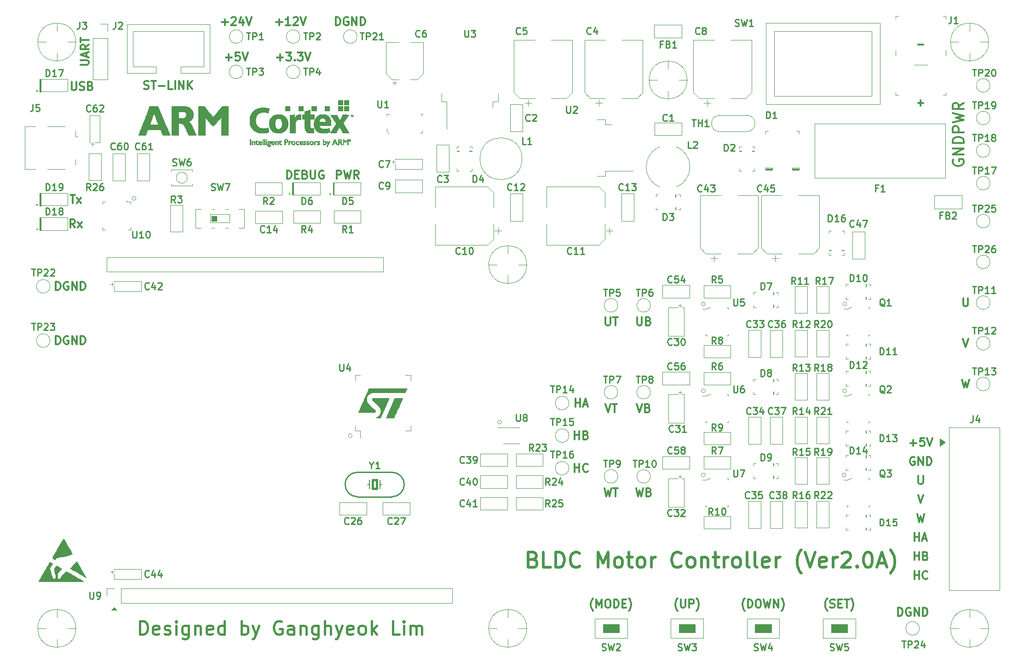
<source format=gbr>
%TF.GenerationSoftware,KiCad,Pcbnew,(5.1.7)-1*%
%TF.CreationDate,2021-02-05T23:52:56+09:00*%
%TF.ProjectId,BLDC_Motor_Controller_Ver2.0A,424c4443-5f4d-46f7-946f-725f436f6e74,Ver 2.0A*%
%TF.SameCoordinates,Original*%
%TF.FileFunction,Legend,Top*%
%TF.FilePolarity,Positive*%
%FSLAX46Y46*%
G04 Gerber Fmt 4.6, Leading zero omitted, Abs format (unit mm)*
G04 Created by KiCad (PCBNEW (5.1.7)-1) date 2021-02-05 23:52:56*
%MOMM*%
%LPD*%
G01*
G04 APERTURE LIST*
%ADD10C,0.300000*%
%ADD11C,0.120000*%
%ADD12C,0.400000*%
%ADD13C,0.500000*%
%ADD14C,0.010000*%
%ADD15C,0.100000*%
%ADD16C,0.200000*%
%ADD17C,0.248920*%
%ADD18C,0.200660*%
%ADD19C,0.398780*%
%ADD20C,0.250000*%
G04 APERTURE END LIST*
D10*
X229607142Y-101178571D02*
X229964285Y-102678571D01*
X230250000Y-101607142D01*
X230535714Y-102678571D01*
X230892857Y-101178571D01*
X229750000Y-93678571D02*
X230250000Y-95178571D01*
X230750000Y-93678571D01*
X229821428Y-86178571D02*
X229821428Y-87392857D01*
X229892857Y-87535714D01*
X229964285Y-87607142D01*
X230107142Y-87678571D01*
X230392857Y-87678571D01*
X230535714Y-87607142D01*
X230607142Y-87535714D01*
X230678571Y-87392857D01*
X230678571Y-86178571D01*
X158321428Y-118178571D02*
X158321428Y-116678571D01*
X158321428Y-117392857D02*
X159178571Y-117392857D01*
X159178571Y-118178571D02*
X159178571Y-116678571D01*
X160750000Y-118035714D02*
X160678571Y-118107142D01*
X160464285Y-118178571D01*
X160321428Y-118178571D01*
X160107142Y-118107142D01*
X159964285Y-117964285D01*
X159892857Y-117821428D01*
X159821428Y-117535714D01*
X159821428Y-117321428D01*
X159892857Y-117035714D01*
X159964285Y-116892857D01*
X160107142Y-116750000D01*
X160321428Y-116678571D01*
X160464285Y-116678571D01*
X160678571Y-116750000D01*
X160750000Y-116821428D01*
X158321428Y-112178571D02*
X158321428Y-110678571D01*
X158321428Y-111392857D02*
X159178571Y-111392857D01*
X159178571Y-112178571D02*
X159178571Y-110678571D01*
X160392857Y-111392857D02*
X160607142Y-111464285D01*
X160678571Y-111535714D01*
X160750000Y-111678571D01*
X160750000Y-111892857D01*
X160678571Y-112035714D01*
X160607142Y-112107142D01*
X160464285Y-112178571D01*
X159892857Y-112178571D01*
X159892857Y-110678571D01*
X160392857Y-110678571D01*
X160535714Y-110750000D01*
X160607142Y-110821428D01*
X160678571Y-110964285D01*
X160678571Y-111107142D01*
X160607142Y-111250000D01*
X160535714Y-111321428D01*
X160392857Y-111392857D01*
X159892857Y-111392857D01*
X158428571Y-106178571D02*
X158428571Y-104678571D01*
X158428571Y-105392857D02*
X159285714Y-105392857D01*
X159285714Y-106178571D02*
X159285714Y-104678571D01*
X159928571Y-105750000D02*
X160642857Y-105750000D01*
X159785714Y-106178571D02*
X160285714Y-104678571D01*
X160785714Y-106178571D01*
X105342857Y-64178571D02*
X105342857Y-62678571D01*
X105700000Y-62678571D01*
X105914285Y-62750000D01*
X106057142Y-62892857D01*
X106128571Y-63035714D01*
X106200000Y-63321428D01*
X106200000Y-63535714D01*
X106128571Y-63821428D01*
X106057142Y-63964285D01*
X105914285Y-64107142D01*
X105700000Y-64178571D01*
X105342857Y-64178571D01*
X106842857Y-63392857D02*
X107342857Y-63392857D01*
X107557142Y-64178571D02*
X106842857Y-64178571D01*
X106842857Y-62678571D01*
X107557142Y-62678571D01*
X108700000Y-63392857D02*
X108914285Y-63464285D01*
X108985714Y-63535714D01*
X109057142Y-63678571D01*
X109057142Y-63892857D01*
X108985714Y-64035714D01*
X108914285Y-64107142D01*
X108771428Y-64178571D01*
X108200000Y-64178571D01*
X108200000Y-62678571D01*
X108700000Y-62678571D01*
X108842857Y-62750000D01*
X108914285Y-62821428D01*
X108985714Y-62964285D01*
X108985714Y-63107142D01*
X108914285Y-63250000D01*
X108842857Y-63321428D01*
X108700000Y-63392857D01*
X108200000Y-63392857D01*
X109700000Y-62678571D02*
X109700000Y-63892857D01*
X109771428Y-64035714D01*
X109842857Y-64107142D01*
X109985714Y-64178571D01*
X110271428Y-64178571D01*
X110414285Y-64107142D01*
X110485714Y-64035714D01*
X110557142Y-63892857D01*
X110557142Y-62678571D01*
X112057142Y-62750000D02*
X111914285Y-62678571D01*
X111700000Y-62678571D01*
X111485714Y-62750000D01*
X111342857Y-62892857D01*
X111271428Y-63035714D01*
X111200000Y-63321428D01*
X111200000Y-63535714D01*
X111271428Y-63821428D01*
X111342857Y-63964285D01*
X111485714Y-64107142D01*
X111700000Y-64178571D01*
X111842857Y-64178571D01*
X112057142Y-64107142D01*
X112128571Y-64035714D01*
X112128571Y-63535714D01*
X111842857Y-63535714D01*
X114500000Y-64178571D02*
X114500000Y-62678571D01*
X115071428Y-62678571D01*
X115214285Y-62750000D01*
X115285714Y-62821428D01*
X115357142Y-62964285D01*
X115357142Y-63178571D01*
X115285714Y-63321428D01*
X115214285Y-63392857D01*
X115071428Y-63464285D01*
X114500000Y-63464285D01*
X115857142Y-62678571D02*
X116214285Y-64178571D01*
X116500000Y-63107142D01*
X116785714Y-64178571D01*
X117142857Y-62678571D01*
X118571428Y-64178571D02*
X118071428Y-63464285D01*
X117714285Y-64178571D02*
X117714285Y-62678571D01*
X118285714Y-62678571D01*
X118428571Y-62750000D01*
X118500000Y-62821428D01*
X118571428Y-62964285D01*
X118571428Y-63178571D01*
X118500000Y-63321428D01*
X118428571Y-63392857D01*
X118285714Y-63464285D01*
X117714285Y-63464285D01*
D11*
X117360555Y-111500000D02*
G75*
G03*
X117360555Y-111500000I-360555J0D01*
G01*
X144860555Y-109000000D02*
G75*
G03*
X144860555Y-109000000I-360555J0D01*
G01*
X182360555Y-87250000D02*
G75*
G03*
X182360555Y-87250000I-360555J0D01*
G01*
X182360555Y-103250000D02*
G75*
G03*
X182360555Y-103250000I-360555J0D01*
G01*
X182360555Y-118750000D02*
G75*
G03*
X182360555Y-118750000I-360555J0D01*
G01*
X208250000Y-118750000D02*
G75*
G03*
X208250000Y-118750000I-360555J0D01*
G01*
X208360555Y-103250000D02*
G75*
G03*
X208360555Y-103250000I-360555J0D01*
G01*
X208360555Y-87250000D02*
G75*
G03*
X208360555Y-87250000I-360555J0D01*
G01*
D10*
X169607142Y-121178571D02*
X169964285Y-122678571D01*
X170250000Y-121607142D01*
X170535714Y-122678571D01*
X170892857Y-121178571D01*
X171964285Y-121892857D02*
X172178571Y-121964285D01*
X172250000Y-122035714D01*
X172321428Y-122178571D01*
X172321428Y-122392857D01*
X172250000Y-122535714D01*
X172178571Y-122607142D01*
X172035714Y-122678571D01*
X171464285Y-122678571D01*
X171464285Y-121178571D01*
X171964285Y-121178571D01*
X172107142Y-121250000D01*
X172178571Y-121321428D01*
X172250000Y-121464285D01*
X172250000Y-121607142D01*
X172178571Y-121750000D01*
X172107142Y-121821428D01*
X171964285Y-121892857D01*
X171464285Y-121892857D01*
X163785714Y-121178571D02*
X164142857Y-122678571D01*
X164428571Y-121607142D01*
X164714285Y-122678571D01*
X165071428Y-121178571D01*
X165428571Y-121178571D02*
X166285714Y-121178571D01*
X165857142Y-122678571D02*
X165857142Y-121178571D01*
X169750000Y-105678571D02*
X170250000Y-107178571D01*
X170750000Y-105678571D01*
X171750000Y-106392857D02*
X171964285Y-106464285D01*
X172035714Y-106535714D01*
X172107142Y-106678571D01*
X172107142Y-106892857D01*
X172035714Y-107035714D01*
X171964285Y-107107142D01*
X171821428Y-107178571D01*
X171250000Y-107178571D01*
X171250000Y-105678571D01*
X171750000Y-105678571D01*
X171892857Y-105750000D01*
X171964285Y-105821428D01*
X172035714Y-105964285D01*
X172035714Y-106107142D01*
X171964285Y-106250000D01*
X171892857Y-106321428D01*
X171750000Y-106392857D01*
X171250000Y-106392857D01*
X163928571Y-105678571D02*
X164428571Y-107178571D01*
X164928571Y-105678571D01*
X165214285Y-105678571D02*
X166071428Y-105678571D01*
X165642857Y-107178571D02*
X165642857Y-105678571D01*
X169821428Y-89678571D02*
X169821428Y-90892857D01*
X169892857Y-91035714D01*
X169964285Y-91107142D01*
X170107142Y-91178571D01*
X170392857Y-91178571D01*
X170535714Y-91107142D01*
X170607142Y-91035714D01*
X170678571Y-90892857D01*
X170678571Y-89678571D01*
X171892857Y-90392857D02*
X172107142Y-90464285D01*
X172178571Y-90535714D01*
X172250000Y-90678571D01*
X172250000Y-90892857D01*
X172178571Y-91035714D01*
X172107142Y-91107142D01*
X171964285Y-91178571D01*
X171392857Y-91178571D01*
X171392857Y-89678571D01*
X171892857Y-89678571D01*
X172035714Y-89750000D01*
X172107142Y-89821428D01*
X172178571Y-89964285D01*
X172178571Y-90107142D01*
X172107142Y-90250000D01*
X172035714Y-90321428D01*
X171892857Y-90392857D01*
X171392857Y-90392857D01*
X164000000Y-89678571D02*
X164000000Y-90892857D01*
X164071428Y-91035714D01*
X164142857Y-91107142D01*
X164285714Y-91178571D01*
X164571428Y-91178571D01*
X164714285Y-91107142D01*
X164785714Y-91035714D01*
X164857142Y-90892857D01*
X164857142Y-89678571D01*
X165357142Y-89678571D02*
X166214285Y-89678571D01*
X165785714Y-91178571D02*
X165785714Y-89678571D01*
D11*
X77560555Y-67800000D02*
G75*
G03*
X77560555Y-67800000I-360555J0D01*
G01*
D10*
X114321428Y-35928571D02*
X114321428Y-34428571D01*
X114678571Y-34428571D01*
X114892857Y-34500000D01*
X115035714Y-34642857D01*
X115107142Y-34785714D01*
X115178571Y-35071428D01*
X115178571Y-35285714D01*
X115107142Y-35571428D01*
X115035714Y-35714285D01*
X114892857Y-35857142D01*
X114678571Y-35928571D01*
X114321428Y-35928571D01*
X116607142Y-34500000D02*
X116464285Y-34428571D01*
X116250000Y-34428571D01*
X116035714Y-34500000D01*
X115892857Y-34642857D01*
X115821428Y-34785714D01*
X115750000Y-35071428D01*
X115750000Y-35285714D01*
X115821428Y-35571428D01*
X115892857Y-35714285D01*
X116035714Y-35857142D01*
X116250000Y-35928571D01*
X116392857Y-35928571D01*
X116607142Y-35857142D01*
X116678571Y-35785714D01*
X116678571Y-35285714D01*
X116392857Y-35285714D01*
X117321428Y-35928571D02*
X117321428Y-34428571D01*
X118178571Y-35928571D01*
X118178571Y-34428571D01*
X118892857Y-35928571D02*
X118892857Y-34428571D01*
X119250000Y-34428571D01*
X119464285Y-34500000D01*
X119607142Y-34642857D01*
X119678571Y-34785714D01*
X119750000Y-35071428D01*
X119750000Y-35285714D01*
X119678571Y-35571428D01*
X119607142Y-35714285D01*
X119464285Y-35857142D01*
X119250000Y-35928571D01*
X118892857Y-35928571D01*
X103500000Y-41857142D02*
X104642857Y-41857142D01*
X104071428Y-42428571D02*
X104071428Y-41285714D01*
X105214285Y-40928571D02*
X106142857Y-40928571D01*
X105642857Y-41500000D01*
X105857142Y-41500000D01*
X106000000Y-41571428D01*
X106071428Y-41642857D01*
X106142857Y-41785714D01*
X106142857Y-42142857D01*
X106071428Y-42285714D01*
X106000000Y-42357142D01*
X105857142Y-42428571D01*
X105428571Y-42428571D01*
X105285714Y-42357142D01*
X105214285Y-42285714D01*
X106785714Y-42285714D02*
X106857142Y-42357142D01*
X106785714Y-42428571D01*
X106714285Y-42357142D01*
X106785714Y-42285714D01*
X106785714Y-42428571D01*
X107357142Y-40928571D02*
X108285714Y-40928571D01*
X107785714Y-41500000D01*
X108000000Y-41500000D01*
X108142857Y-41571428D01*
X108214285Y-41642857D01*
X108285714Y-41785714D01*
X108285714Y-42142857D01*
X108214285Y-42285714D01*
X108142857Y-42357142D01*
X108000000Y-42428571D01*
X107571428Y-42428571D01*
X107428571Y-42357142D01*
X107357142Y-42285714D01*
X108714285Y-40928571D02*
X109214285Y-42428571D01*
X109714285Y-40928571D01*
X94071428Y-41857142D02*
X95214285Y-41857142D01*
X94642857Y-42428571D02*
X94642857Y-41285714D01*
X96642857Y-40928571D02*
X95928571Y-40928571D01*
X95857142Y-41642857D01*
X95928571Y-41571428D01*
X96071428Y-41500000D01*
X96428571Y-41500000D01*
X96571428Y-41571428D01*
X96642857Y-41642857D01*
X96714285Y-41785714D01*
X96714285Y-42142857D01*
X96642857Y-42285714D01*
X96571428Y-42357142D01*
X96428571Y-42428571D01*
X96071428Y-42428571D01*
X95928571Y-42357142D01*
X95857142Y-42285714D01*
X97142857Y-40928571D02*
X97642857Y-42428571D01*
X98142857Y-40928571D01*
X103357142Y-35357142D02*
X104500000Y-35357142D01*
X103928571Y-35928571D02*
X103928571Y-34785714D01*
X106000000Y-35928571D02*
X105142857Y-35928571D01*
X105571428Y-35928571D02*
X105571428Y-34428571D01*
X105428571Y-34642857D01*
X105285714Y-34785714D01*
X105142857Y-34857142D01*
X106571428Y-34571428D02*
X106642857Y-34500000D01*
X106785714Y-34428571D01*
X107142857Y-34428571D01*
X107285714Y-34500000D01*
X107357142Y-34571428D01*
X107428571Y-34714285D01*
X107428571Y-34857142D01*
X107357142Y-35071428D01*
X106500000Y-35928571D01*
X107428571Y-35928571D01*
X107857142Y-34428571D02*
X108357142Y-35928571D01*
X108857142Y-34428571D01*
X93357142Y-35357142D02*
X94500000Y-35357142D01*
X93928571Y-35928571D02*
X93928571Y-34785714D01*
X95142857Y-34571428D02*
X95214285Y-34500000D01*
X95357142Y-34428571D01*
X95714285Y-34428571D01*
X95857142Y-34500000D01*
X95928571Y-34571428D01*
X96000000Y-34714285D01*
X96000000Y-34857142D01*
X95928571Y-35071428D01*
X95071428Y-35928571D01*
X96000000Y-35928571D01*
X97285714Y-34928571D02*
X97285714Y-35928571D01*
X96928571Y-34357142D02*
X96571428Y-35428571D01*
X97500000Y-35428571D01*
X97857142Y-34428571D02*
X98357142Y-35928571D01*
X98857142Y-34428571D01*
X65707142Y-46378571D02*
X65707142Y-47592857D01*
X65778571Y-47735714D01*
X65850000Y-47807142D01*
X65992857Y-47878571D01*
X66278571Y-47878571D01*
X66421428Y-47807142D01*
X66492857Y-47735714D01*
X66564285Y-47592857D01*
X66564285Y-46378571D01*
X67207142Y-47807142D02*
X67421428Y-47878571D01*
X67778571Y-47878571D01*
X67921428Y-47807142D01*
X67992857Y-47735714D01*
X68064285Y-47592857D01*
X68064285Y-47450000D01*
X67992857Y-47307142D01*
X67921428Y-47235714D01*
X67778571Y-47164285D01*
X67492857Y-47092857D01*
X67350000Y-47021428D01*
X67278571Y-46950000D01*
X67207142Y-46807142D01*
X67207142Y-46664285D01*
X67278571Y-46521428D01*
X67350000Y-46450000D01*
X67492857Y-46378571D01*
X67850000Y-46378571D01*
X68064285Y-46450000D01*
X69207142Y-47092857D02*
X69421428Y-47164285D01*
X69492857Y-47235714D01*
X69564285Y-47378571D01*
X69564285Y-47592857D01*
X69492857Y-47735714D01*
X69421428Y-47807142D01*
X69278571Y-47878571D01*
X68707142Y-47878571D01*
X68707142Y-46378571D01*
X69207142Y-46378571D01*
X69350000Y-46450000D01*
X69421428Y-46521428D01*
X69492857Y-46664285D01*
X69492857Y-46807142D01*
X69421428Y-46950000D01*
X69350000Y-47021428D01*
X69207142Y-47092857D01*
X68707142Y-47092857D01*
X67378571Y-43192857D02*
X68592857Y-43192857D01*
X68735714Y-43121428D01*
X68807142Y-43050000D01*
X68878571Y-42907142D01*
X68878571Y-42621428D01*
X68807142Y-42478571D01*
X68735714Y-42407142D01*
X68592857Y-42335714D01*
X67378571Y-42335714D01*
X68450000Y-41692857D02*
X68450000Y-40978571D01*
X68878571Y-41835714D02*
X67378571Y-41335714D01*
X68878571Y-40835714D01*
X68878571Y-39478571D02*
X68164285Y-39978571D01*
X68878571Y-40335714D02*
X67378571Y-40335714D01*
X67378571Y-39764285D01*
X67450000Y-39621428D01*
X67521428Y-39550000D01*
X67664285Y-39478571D01*
X67878571Y-39478571D01*
X68021428Y-39550000D01*
X68092857Y-39621428D01*
X68164285Y-39764285D01*
X68164285Y-40335714D01*
X67378571Y-39050000D02*
X67378571Y-38192857D01*
X68878571Y-38621428D02*
X67378571Y-38621428D01*
X66357142Y-73178571D02*
X65857142Y-72464285D01*
X65500000Y-73178571D02*
X65500000Y-71678571D01*
X66071428Y-71678571D01*
X66214285Y-71750000D01*
X66285714Y-71821428D01*
X66357142Y-71964285D01*
X66357142Y-72178571D01*
X66285714Y-72321428D01*
X66214285Y-72392857D01*
X66071428Y-72464285D01*
X65500000Y-72464285D01*
X66857142Y-73178571D02*
X67642857Y-72178571D01*
X66857142Y-72178571D02*
X67642857Y-73178571D01*
X65464285Y-67178571D02*
X66321428Y-67178571D01*
X65892857Y-68678571D02*
X65892857Y-67178571D01*
X66678571Y-68678571D02*
X67464285Y-67678571D01*
X66678571Y-67678571D02*
X67464285Y-68678571D01*
X62821428Y-84678571D02*
X62821428Y-83178571D01*
X63178571Y-83178571D01*
X63392857Y-83250000D01*
X63535714Y-83392857D01*
X63607142Y-83535714D01*
X63678571Y-83821428D01*
X63678571Y-84035714D01*
X63607142Y-84321428D01*
X63535714Y-84464285D01*
X63392857Y-84607142D01*
X63178571Y-84678571D01*
X62821428Y-84678571D01*
X65107142Y-83250000D02*
X64964285Y-83178571D01*
X64750000Y-83178571D01*
X64535714Y-83250000D01*
X64392857Y-83392857D01*
X64321428Y-83535714D01*
X64250000Y-83821428D01*
X64250000Y-84035714D01*
X64321428Y-84321428D01*
X64392857Y-84464285D01*
X64535714Y-84607142D01*
X64750000Y-84678571D01*
X64892857Y-84678571D01*
X65107142Y-84607142D01*
X65178571Y-84535714D01*
X65178571Y-84035714D01*
X64892857Y-84035714D01*
X65821428Y-84678571D02*
X65821428Y-83178571D01*
X66678571Y-84678571D01*
X66678571Y-83178571D01*
X67392857Y-84678571D02*
X67392857Y-83178571D01*
X67750000Y-83178571D01*
X67964285Y-83250000D01*
X68107142Y-83392857D01*
X68178571Y-83535714D01*
X68250000Y-83821428D01*
X68250000Y-84035714D01*
X68178571Y-84321428D01*
X68107142Y-84464285D01*
X67964285Y-84607142D01*
X67750000Y-84678571D01*
X67392857Y-84678571D01*
X62821428Y-94678571D02*
X62821428Y-93178571D01*
X63178571Y-93178571D01*
X63392857Y-93250000D01*
X63535714Y-93392857D01*
X63607142Y-93535714D01*
X63678571Y-93821428D01*
X63678571Y-94035714D01*
X63607142Y-94321428D01*
X63535714Y-94464285D01*
X63392857Y-94607142D01*
X63178571Y-94678571D01*
X62821428Y-94678571D01*
X65107142Y-93250000D02*
X64964285Y-93178571D01*
X64750000Y-93178571D01*
X64535714Y-93250000D01*
X64392857Y-93392857D01*
X64321428Y-93535714D01*
X64250000Y-93821428D01*
X64250000Y-94035714D01*
X64321428Y-94321428D01*
X64392857Y-94464285D01*
X64535714Y-94607142D01*
X64750000Y-94678571D01*
X64892857Y-94678571D01*
X65107142Y-94607142D01*
X65178571Y-94535714D01*
X65178571Y-94035714D01*
X64892857Y-94035714D01*
X65821428Y-94678571D02*
X65821428Y-93178571D01*
X66678571Y-94678571D01*
X66678571Y-93178571D01*
X67392857Y-94678571D02*
X67392857Y-93178571D01*
X67750000Y-93178571D01*
X67964285Y-93250000D01*
X68107142Y-93392857D01*
X68178571Y-93535714D01*
X68250000Y-93821428D01*
X68250000Y-94035714D01*
X68178571Y-94321428D01*
X68107142Y-94464285D01*
X67964285Y-94607142D01*
X67750000Y-94678571D01*
X67392857Y-94678571D01*
X217821428Y-144678571D02*
X217821428Y-143178571D01*
X218178571Y-143178571D01*
X218392857Y-143250000D01*
X218535714Y-143392857D01*
X218607142Y-143535714D01*
X218678571Y-143821428D01*
X218678571Y-144035714D01*
X218607142Y-144321428D01*
X218535714Y-144464285D01*
X218392857Y-144607142D01*
X218178571Y-144678571D01*
X217821428Y-144678571D01*
X220107142Y-143250000D02*
X219964285Y-143178571D01*
X219750000Y-143178571D01*
X219535714Y-143250000D01*
X219392857Y-143392857D01*
X219321428Y-143535714D01*
X219250000Y-143821428D01*
X219250000Y-144035714D01*
X219321428Y-144321428D01*
X219392857Y-144464285D01*
X219535714Y-144607142D01*
X219750000Y-144678571D01*
X219892857Y-144678571D01*
X220107142Y-144607142D01*
X220178571Y-144535714D01*
X220178571Y-144035714D01*
X219892857Y-144035714D01*
X220821428Y-144678571D02*
X220821428Y-143178571D01*
X221678571Y-144678571D01*
X221678571Y-143178571D01*
X222392857Y-144678571D02*
X222392857Y-143178571D01*
X222750000Y-143178571D01*
X222964285Y-143250000D01*
X223107142Y-143392857D01*
X223178571Y-143535714D01*
X223250000Y-143821428D01*
X223250000Y-144035714D01*
X223178571Y-144321428D01*
X223107142Y-144464285D01*
X222964285Y-144607142D01*
X222750000Y-144678571D01*
X222392857Y-144678571D01*
X221500000Y-39500000D02*
X222500000Y-39500000D01*
X222000000Y-49750000D02*
X222000000Y-50750000D01*
X221500000Y-50250000D02*
X222500000Y-50250000D01*
X228000000Y-60666666D02*
X227904761Y-60857142D01*
X227904761Y-61142857D01*
X228000000Y-61428571D01*
X228190476Y-61619047D01*
X228380952Y-61714285D01*
X228761904Y-61809523D01*
X229047619Y-61809523D01*
X229428571Y-61714285D01*
X229619047Y-61619047D01*
X229809523Y-61428571D01*
X229904761Y-61142857D01*
X229904761Y-60952380D01*
X229809523Y-60666666D01*
X229714285Y-60571428D01*
X229047619Y-60571428D01*
X229047619Y-60952380D01*
X229904761Y-59714285D02*
X227904761Y-59714285D01*
X229904761Y-58571428D01*
X227904761Y-58571428D01*
X229904761Y-57619047D02*
X227904761Y-57619047D01*
X227904761Y-57142857D01*
X228000000Y-56857142D01*
X228190476Y-56666666D01*
X228380952Y-56571428D01*
X228761904Y-56476190D01*
X229047619Y-56476190D01*
X229428571Y-56571428D01*
X229619047Y-56666666D01*
X229809523Y-56857142D01*
X229904761Y-57142857D01*
X229904761Y-57619047D01*
X229904761Y-55619047D02*
X227904761Y-55619047D01*
X227904761Y-54857142D01*
X228000000Y-54666666D01*
X228095238Y-54571428D01*
X228285714Y-54476190D01*
X228571428Y-54476190D01*
X228761904Y-54571428D01*
X228857142Y-54666666D01*
X228952380Y-54857142D01*
X228952380Y-55619047D01*
X227904761Y-53809523D02*
X229904761Y-53333333D01*
X228476190Y-52952380D01*
X229904761Y-52571428D01*
X227904761Y-52095238D01*
X229904761Y-50190476D02*
X228952380Y-50857142D01*
X229904761Y-51333333D02*
X227904761Y-51333333D01*
X227904761Y-50571428D01*
X228000000Y-50380952D01*
X228095238Y-50285714D01*
X228285714Y-50190476D01*
X228571428Y-50190476D01*
X228761904Y-50285714D01*
X228857142Y-50380952D01*
X228952380Y-50571428D01*
X228952380Y-51333333D01*
X79071428Y-47607142D02*
X79285714Y-47678571D01*
X79642857Y-47678571D01*
X79785714Y-47607142D01*
X79857142Y-47535714D01*
X79928571Y-47392857D01*
X79928571Y-47250000D01*
X79857142Y-47107142D01*
X79785714Y-47035714D01*
X79642857Y-46964285D01*
X79357142Y-46892857D01*
X79214285Y-46821428D01*
X79142857Y-46750000D01*
X79071428Y-46607142D01*
X79071428Y-46464285D01*
X79142857Y-46321428D01*
X79214285Y-46250000D01*
X79357142Y-46178571D01*
X79714285Y-46178571D01*
X79928571Y-46250000D01*
X80357142Y-46178571D02*
X81214285Y-46178571D01*
X80785714Y-47678571D02*
X80785714Y-46178571D01*
X81714285Y-47107142D02*
X82857142Y-47107142D01*
X84285714Y-47678571D02*
X83571428Y-47678571D01*
X83571428Y-46178571D01*
X84785714Y-47678571D02*
X84785714Y-46178571D01*
X85500000Y-47678571D02*
X85500000Y-46178571D01*
X86357142Y-47678571D01*
X86357142Y-46178571D01*
X87071428Y-47678571D02*
X87071428Y-46178571D01*
X87928571Y-47678571D02*
X87285714Y-46821428D01*
X87928571Y-46178571D02*
X87071428Y-47035714D01*
D12*
X78297619Y-148130952D02*
X78297619Y-145630952D01*
X78892857Y-145630952D01*
X79250000Y-145750000D01*
X79488095Y-145988095D01*
X79607142Y-146226190D01*
X79726190Y-146702380D01*
X79726190Y-147059523D01*
X79607142Y-147535714D01*
X79488095Y-147773809D01*
X79250000Y-148011904D01*
X78892857Y-148130952D01*
X78297619Y-148130952D01*
X81750000Y-148011904D02*
X81511904Y-148130952D01*
X81035714Y-148130952D01*
X80797619Y-148011904D01*
X80678571Y-147773809D01*
X80678571Y-146821428D01*
X80797619Y-146583333D01*
X81035714Y-146464285D01*
X81511904Y-146464285D01*
X81750000Y-146583333D01*
X81869047Y-146821428D01*
X81869047Y-147059523D01*
X80678571Y-147297619D01*
X82821428Y-148011904D02*
X83059523Y-148130952D01*
X83535714Y-148130952D01*
X83773809Y-148011904D01*
X83892857Y-147773809D01*
X83892857Y-147654761D01*
X83773809Y-147416666D01*
X83535714Y-147297619D01*
X83178571Y-147297619D01*
X82940476Y-147178571D01*
X82821428Y-146940476D01*
X82821428Y-146821428D01*
X82940476Y-146583333D01*
X83178571Y-146464285D01*
X83535714Y-146464285D01*
X83773809Y-146583333D01*
X84964285Y-148130952D02*
X84964285Y-146464285D01*
X84964285Y-145630952D02*
X84845238Y-145750000D01*
X84964285Y-145869047D01*
X85083333Y-145750000D01*
X84964285Y-145630952D01*
X84964285Y-145869047D01*
X87226190Y-146464285D02*
X87226190Y-148488095D01*
X87107142Y-148726190D01*
X86988095Y-148845238D01*
X86750000Y-148964285D01*
X86392857Y-148964285D01*
X86154761Y-148845238D01*
X87226190Y-148011904D02*
X86988095Y-148130952D01*
X86511904Y-148130952D01*
X86273809Y-148011904D01*
X86154761Y-147892857D01*
X86035714Y-147654761D01*
X86035714Y-146940476D01*
X86154761Y-146702380D01*
X86273809Y-146583333D01*
X86511904Y-146464285D01*
X86988095Y-146464285D01*
X87226190Y-146583333D01*
X88416666Y-146464285D02*
X88416666Y-148130952D01*
X88416666Y-146702380D02*
X88535714Y-146583333D01*
X88773809Y-146464285D01*
X89130952Y-146464285D01*
X89369047Y-146583333D01*
X89488095Y-146821428D01*
X89488095Y-148130952D01*
X91630952Y-148011904D02*
X91392857Y-148130952D01*
X90916666Y-148130952D01*
X90678571Y-148011904D01*
X90559523Y-147773809D01*
X90559523Y-146821428D01*
X90678571Y-146583333D01*
X90916666Y-146464285D01*
X91392857Y-146464285D01*
X91630952Y-146583333D01*
X91750000Y-146821428D01*
X91750000Y-147059523D01*
X90559523Y-147297619D01*
X93892857Y-148130952D02*
X93892857Y-145630952D01*
X93892857Y-148011904D02*
X93654761Y-148130952D01*
X93178571Y-148130952D01*
X92940476Y-148011904D01*
X92821428Y-147892857D01*
X92702380Y-147654761D01*
X92702380Y-146940476D01*
X92821428Y-146702380D01*
X92940476Y-146583333D01*
X93178571Y-146464285D01*
X93654761Y-146464285D01*
X93892857Y-146583333D01*
X96988095Y-148130952D02*
X96988095Y-145630952D01*
X96988095Y-146583333D02*
X97226190Y-146464285D01*
X97702380Y-146464285D01*
X97940476Y-146583333D01*
X98059523Y-146702380D01*
X98178571Y-146940476D01*
X98178571Y-147654761D01*
X98059523Y-147892857D01*
X97940476Y-148011904D01*
X97702380Y-148130952D01*
X97226190Y-148130952D01*
X96988095Y-148011904D01*
X99011904Y-146464285D02*
X99607142Y-148130952D01*
X100202380Y-146464285D02*
X99607142Y-148130952D01*
X99369047Y-148726190D01*
X99250000Y-148845238D01*
X99011904Y-148964285D01*
X104369047Y-145750000D02*
X104130952Y-145630952D01*
X103773809Y-145630952D01*
X103416666Y-145750000D01*
X103178571Y-145988095D01*
X103059523Y-146226190D01*
X102940476Y-146702380D01*
X102940476Y-147059523D01*
X103059523Y-147535714D01*
X103178571Y-147773809D01*
X103416666Y-148011904D01*
X103773809Y-148130952D01*
X104011904Y-148130952D01*
X104369047Y-148011904D01*
X104488095Y-147892857D01*
X104488095Y-147059523D01*
X104011904Y-147059523D01*
X106630952Y-148130952D02*
X106630952Y-146821428D01*
X106511904Y-146583333D01*
X106273809Y-146464285D01*
X105797619Y-146464285D01*
X105559523Y-146583333D01*
X106630952Y-148011904D02*
X106392857Y-148130952D01*
X105797619Y-148130952D01*
X105559523Y-148011904D01*
X105440476Y-147773809D01*
X105440476Y-147535714D01*
X105559523Y-147297619D01*
X105797619Y-147178571D01*
X106392857Y-147178571D01*
X106630952Y-147059523D01*
X107821428Y-146464285D02*
X107821428Y-148130952D01*
X107821428Y-146702380D02*
X107940476Y-146583333D01*
X108178571Y-146464285D01*
X108535714Y-146464285D01*
X108773809Y-146583333D01*
X108892857Y-146821428D01*
X108892857Y-148130952D01*
X111154761Y-146464285D02*
X111154761Y-148488095D01*
X111035714Y-148726190D01*
X110916666Y-148845238D01*
X110678571Y-148964285D01*
X110321428Y-148964285D01*
X110083333Y-148845238D01*
X111154761Y-148011904D02*
X110916666Y-148130952D01*
X110440476Y-148130952D01*
X110202380Y-148011904D01*
X110083333Y-147892857D01*
X109964285Y-147654761D01*
X109964285Y-146940476D01*
X110083333Y-146702380D01*
X110202380Y-146583333D01*
X110440476Y-146464285D01*
X110916666Y-146464285D01*
X111154761Y-146583333D01*
X112345238Y-148130952D02*
X112345238Y-145630952D01*
X113416666Y-148130952D02*
X113416666Y-146821428D01*
X113297619Y-146583333D01*
X113059523Y-146464285D01*
X112702380Y-146464285D01*
X112464285Y-146583333D01*
X112345238Y-146702380D01*
X114369047Y-146464285D02*
X114964285Y-148130952D01*
X115559523Y-146464285D02*
X114964285Y-148130952D01*
X114726190Y-148726190D01*
X114607142Y-148845238D01*
X114369047Y-148964285D01*
X117464285Y-148011904D02*
X117226190Y-148130952D01*
X116750000Y-148130952D01*
X116511904Y-148011904D01*
X116392857Y-147773809D01*
X116392857Y-146821428D01*
X116511904Y-146583333D01*
X116750000Y-146464285D01*
X117226190Y-146464285D01*
X117464285Y-146583333D01*
X117583333Y-146821428D01*
X117583333Y-147059523D01*
X116392857Y-147297619D01*
X119011904Y-148130952D02*
X118773809Y-148011904D01*
X118654761Y-147892857D01*
X118535714Y-147654761D01*
X118535714Y-146940476D01*
X118654761Y-146702380D01*
X118773809Y-146583333D01*
X119011904Y-146464285D01*
X119369047Y-146464285D01*
X119607142Y-146583333D01*
X119726190Y-146702380D01*
X119845238Y-146940476D01*
X119845238Y-147654761D01*
X119726190Y-147892857D01*
X119607142Y-148011904D01*
X119369047Y-148130952D01*
X119011904Y-148130952D01*
X120916666Y-148130952D02*
X120916666Y-145630952D01*
X121154761Y-147178571D02*
X121869047Y-148130952D01*
X121869047Y-146464285D02*
X120916666Y-147416666D01*
X126035714Y-148130952D02*
X124845238Y-148130952D01*
X124845238Y-145630952D01*
X126869047Y-148130952D02*
X126869047Y-146464285D01*
X126869047Y-145630952D02*
X126749999Y-145750000D01*
X126869047Y-145869047D01*
X126988095Y-145750000D01*
X126869047Y-145630952D01*
X126869047Y-145869047D01*
X128059523Y-148130952D02*
X128059523Y-146464285D01*
X128059523Y-146702380D02*
X128178571Y-146583333D01*
X128416666Y-146464285D01*
X128773809Y-146464285D01*
X129011904Y-146583333D01*
X129130952Y-146821428D01*
X129130952Y-148130952D01*
X129130952Y-146821428D02*
X129249999Y-146583333D01*
X129488095Y-146464285D01*
X129845238Y-146464285D01*
X130083333Y-146583333D01*
X130202380Y-146821428D01*
X130202380Y-148130952D01*
D10*
X220821428Y-137928571D02*
X220821428Y-136428571D01*
X220821428Y-137142857D02*
X221678571Y-137142857D01*
X221678571Y-137928571D02*
X221678571Y-136428571D01*
X223250000Y-137785714D02*
X223178571Y-137857142D01*
X222964285Y-137928571D01*
X222821428Y-137928571D01*
X222607142Y-137857142D01*
X222464285Y-137714285D01*
X222392857Y-137571428D01*
X222321428Y-137285714D01*
X222321428Y-137071428D01*
X222392857Y-136785714D01*
X222464285Y-136642857D01*
X222607142Y-136500000D01*
X222821428Y-136428571D01*
X222964285Y-136428571D01*
X223178571Y-136500000D01*
X223250000Y-136571428D01*
X220821428Y-134428571D02*
X220821428Y-132928571D01*
X220821428Y-133642857D02*
X221678571Y-133642857D01*
X221678571Y-134428571D02*
X221678571Y-132928571D01*
X222892857Y-133642857D02*
X223107142Y-133714285D01*
X223178571Y-133785714D01*
X223250000Y-133928571D01*
X223250000Y-134142857D01*
X223178571Y-134285714D01*
X223107142Y-134357142D01*
X222964285Y-134428571D01*
X222392857Y-134428571D01*
X222392857Y-132928571D01*
X222892857Y-132928571D01*
X223035714Y-133000000D01*
X223107142Y-133071428D01*
X223178571Y-133214285D01*
X223178571Y-133357142D01*
X223107142Y-133500000D01*
X223035714Y-133571428D01*
X222892857Y-133642857D01*
X222392857Y-133642857D01*
X220828571Y-130928571D02*
X220828571Y-129428571D01*
X220828571Y-130142857D02*
X221685714Y-130142857D01*
X221685714Y-130928571D02*
X221685714Y-129428571D01*
X222328571Y-130500000D02*
X223042857Y-130500000D01*
X222185714Y-130928571D02*
X222685714Y-129428571D01*
X223185714Y-130928571D01*
X221357142Y-125928571D02*
X221714285Y-127428571D01*
X222000000Y-126357142D01*
X222285714Y-127428571D01*
X222642857Y-125928571D01*
X221500000Y-122428571D02*
X222000000Y-123928571D01*
X222500000Y-122428571D01*
X221571428Y-118928571D02*
X221571428Y-120142857D01*
X221642857Y-120285714D01*
X221714285Y-120357142D01*
X221857142Y-120428571D01*
X222142857Y-120428571D01*
X222285714Y-120357142D01*
X222357142Y-120285714D01*
X222428571Y-120142857D01*
X222428571Y-118928571D01*
X220857142Y-115500000D02*
X220714285Y-115428571D01*
X220500000Y-115428571D01*
X220285714Y-115500000D01*
X220142857Y-115642857D01*
X220071428Y-115785714D01*
X220000000Y-116071428D01*
X220000000Y-116285714D01*
X220071428Y-116571428D01*
X220142857Y-116714285D01*
X220285714Y-116857142D01*
X220500000Y-116928571D01*
X220642857Y-116928571D01*
X220857142Y-116857142D01*
X220928571Y-116785714D01*
X220928571Y-116285714D01*
X220642857Y-116285714D01*
X221571428Y-116928571D02*
X221571428Y-115428571D01*
X222428571Y-116928571D01*
X222428571Y-115428571D01*
X223142857Y-116928571D02*
X223142857Y-115428571D01*
X223500000Y-115428571D01*
X223714285Y-115500000D01*
X223857142Y-115642857D01*
X223928571Y-115785714D01*
X224000000Y-116071428D01*
X224000000Y-116285714D01*
X223928571Y-116571428D01*
X223857142Y-116714285D01*
X223714285Y-116857142D01*
X223500000Y-116928571D01*
X223142857Y-116928571D01*
X220071428Y-112857142D02*
X221214285Y-112857142D01*
X220642857Y-113428571D02*
X220642857Y-112285714D01*
X222642857Y-111928571D02*
X221928571Y-111928571D01*
X221857142Y-112642857D01*
X221928571Y-112571428D01*
X222071428Y-112500000D01*
X222428571Y-112500000D01*
X222571428Y-112571428D01*
X222642857Y-112642857D01*
X222714285Y-112785714D01*
X222714285Y-113142857D01*
X222642857Y-113285714D01*
X222571428Y-113357142D01*
X222428571Y-113428571D01*
X222071428Y-113428571D01*
X221928571Y-113357142D01*
X221857142Y-113285714D01*
X223142857Y-111928571D02*
X223642857Y-113428571D01*
X224142857Y-111928571D01*
X204821428Y-143750000D02*
X204750000Y-143678571D01*
X204607142Y-143464285D01*
X204535714Y-143321428D01*
X204464285Y-143107142D01*
X204392857Y-142750000D01*
X204392857Y-142464285D01*
X204464285Y-142107142D01*
X204535714Y-141892857D01*
X204607142Y-141750000D01*
X204750000Y-141535714D01*
X204821428Y-141464285D01*
X205321428Y-143107142D02*
X205535714Y-143178571D01*
X205892857Y-143178571D01*
X206035714Y-143107142D01*
X206107142Y-143035714D01*
X206178571Y-142892857D01*
X206178571Y-142750000D01*
X206107142Y-142607142D01*
X206035714Y-142535714D01*
X205892857Y-142464285D01*
X205607142Y-142392857D01*
X205464285Y-142321428D01*
X205392857Y-142250000D01*
X205321428Y-142107142D01*
X205321428Y-141964285D01*
X205392857Y-141821428D01*
X205464285Y-141750000D01*
X205607142Y-141678571D01*
X205964285Y-141678571D01*
X206178571Y-141750000D01*
X206821428Y-142392857D02*
X207321428Y-142392857D01*
X207535714Y-143178571D02*
X206821428Y-143178571D01*
X206821428Y-141678571D01*
X207535714Y-141678571D01*
X207964285Y-141678571D02*
X208821428Y-141678571D01*
X208392857Y-143178571D02*
X208392857Y-141678571D01*
X209178571Y-143750000D02*
X209250000Y-143678571D01*
X209392857Y-143464285D01*
X209464285Y-143321428D01*
X209535714Y-143107142D01*
X209607142Y-142750000D01*
X209607142Y-142464285D01*
X209535714Y-142107142D01*
X209464285Y-141892857D01*
X209392857Y-141750000D01*
X209250000Y-141535714D01*
X209178571Y-141464285D01*
X189607142Y-143750000D02*
X189535714Y-143678571D01*
X189392857Y-143464285D01*
X189321428Y-143321428D01*
X189250000Y-143107142D01*
X189178571Y-142750000D01*
X189178571Y-142464285D01*
X189250000Y-142107142D01*
X189321428Y-141892857D01*
X189392857Y-141750000D01*
X189535714Y-141535714D01*
X189607142Y-141464285D01*
X190178571Y-143178571D02*
X190178571Y-141678571D01*
X190535714Y-141678571D01*
X190750000Y-141750000D01*
X190892857Y-141892857D01*
X190964285Y-142035714D01*
X191035714Y-142321428D01*
X191035714Y-142535714D01*
X190964285Y-142821428D01*
X190892857Y-142964285D01*
X190750000Y-143107142D01*
X190535714Y-143178571D01*
X190178571Y-143178571D01*
X191964285Y-141678571D02*
X192250000Y-141678571D01*
X192392857Y-141750000D01*
X192535714Y-141892857D01*
X192607142Y-142178571D01*
X192607142Y-142678571D01*
X192535714Y-142964285D01*
X192392857Y-143107142D01*
X192250000Y-143178571D01*
X191964285Y-143178571D01*
X191821428Y-143107142D01*
X191678571Y-142964285D01*
X191607142Y-142678571D01*
X191607142Y-142178571D01*
X191678571Y-141892857D01*
X191821428Y-141750000D01*
X191964285Y-141678571D01*
X193107142Y-141678571D02*
X193464285Y-143178571D01*
X193750000Y-142107142D01*
X194035714Y-143178571D01*
X194392857Y-141678571D01*
X194964285Y-143178571D02*
X194964285Y-141678571D01*
X195821428Y-143178571D01*
X195821428Y-141678571D01*
X196392857Y-143750000D02*
X196464285Y-143678571D01*
X196607142Y-143464285D01*
X196678571Y-143321428D01*
X196750000Y-143107142D01*
X196821428Y-142750000D01*
X196821428Y-142464285D01*
X196750000Y-142107142D01*
X196678571Y-141892857D01*
X196607142Y-141750000D01*
X196464285Y-141535714D01*
X196392857Y-141464285D01*
X177250000Y-143750000D02*
X177178571Y-143678571D01*
X177035714Y-143464285D01*
X176964285Y-143321428D01*
X176892857Y-143107142D01*
X176821428Y-142750000D01*
X176821428Y-142464285D01*
X176892857Y-142107142D01*
X176964285Y-141892857D01*
X177035714Y-141750000D01*
X177178571Y-141535714D01*
X177250000Y-141464285D01*
X177821428Y-141678571D02*
X177821428Y-142892857D01*
X177892857Y-143035714D01*
X177964285Y-143107142D01*
X178107142Y-143178571D01*
X178392857Y-143178571D01*
X178535714Y-143107142D01*
X178607142Y-143035714D01*
X178678571Y-142892857D01*
X178678571Y-141678571D01*
X179392857Y-143178571D02*
X179392857Y-141678571D01*
X179964285Y-141678571D01*
X180107142Y-141750000D01*
X180178571Y-141821428D01*
X180250000Y-141964285D01*
X180250000Y-142178571D01*
X180178571Y-142321428D01*
X180107142Y-142392857D01*
X179964285Y-142464285D01*
X179392857Y-142464285D01*
X180750000Y-143750000D02*
X180821428Y-143678571D01*
X180964285Y-143464285D01*
X181035714Y-143321428D01*
X181107142Y-143107142D01*
X181178571Y-142750000D01*
X181178571Y-142464285D01*
X181107142Y-142107142D01*
X181035714Y-141892857D01*
X180964285Y-141750000D01*
X180821428Y-141535714D01*
X180750000Y-141464285D01*
X161714285Y-143750000D02*
X161642857Y-143678571D01*
X161500000Y-143464285D01*
X161428571Y-143321428D01*
X161357142Y-143107142D01*
X161285714Y-142750000D01*
X161285714Y-142464285D01*
X161357142Y-142107142D01*
X161428571Y-141892857D01*
X161500000Y-141750000D01*
X161642857Y-141535714D01*
X161714285Y-141464285D01*
X162285714Y-143178571D02*
X162285714Y-141678571D01*
X162785714Y-142750000D01*
X163285714Y-141678571D01*
X163285714Y-143178571D01*
X164285714Y-141678571D02*
X164571428Y-141678571D01*
X164714285Y-141750000D01*
X164857142Y-141892857D01*
X164928571Y-142178571D01*
X164928571Y-142678571D01*
X164857142Y-142964285D01*
X164714285Y-143107142D01*
X164571428Y-143178571D01*
X164285714Y-143178571D01*
X164142857Y-143107142D01*
X164000000Y-142964285D01*
X163928571Y-142678571D01*
X163928571Y-142178571D01*
X164000000Y-141892857D01*
X164142857Y-141750000D01*
X164285714Y-141678571D01*
X165571428Y-143178571D02*
X165571428Y-141678571D01*
X165928571Y-141678571D01*
X166142857Y-141750000D01*
X166285714Y-141892857D01*
X166357142Y-142035714D01*
X166428571Y-142321428D01*
X166428571Y-142535714D01*
X166357142Y-142821428D01*
X166285714Y-142964285D01*
X166142857Y-143107142D01*
X165928571Y-143178571D01*
X165571428Y-143178571D01*
X167071428Y-142392857D02*
X167571428Y-142392857D01*
X167785714Y-143178571D02*
X167071428Y-143178571D01*
X167071428Y-141678571D01*
X167785714Y-141678571D01*
X168285714Y-143750000D02*
X168357142Y-143678571D01*
X168500000Y-143464285D01*
X168571428Y-143321428D01*
X168642857Y-143107142D01*
X168714285Y-142750000D01*
X168714285Y-142464285D01*
X168642857Y-142107142D01*
X168571428Y-141892857D01*
X168500000Y-141750000D01*
X168357142Y-141535714D01*
X168285714Y-141464285D01*
D13*
X150700000Y-134300000D02*
X151100000Y-134433333D01*
X151233333Y-134566666D01*
X151366666Y-134833333D01*
X151366666Y-135233333D01*
X151233333Y-135500000D01*
X151100000Y-135633333D01*
X150833333Y-135766666D01*
X149766666Y-135766666D01*
X149766666Y-132966666D01*
X150700000Y-132966666D01*
X150966666Y-133100000D01*
X151100000Y-133233333D01*
X151233333Y-133500000D01*
X151233333Y-133766666D01*
X151100000Y-134033333D01*
X150966666Y-134166666D01*
X150700000Y-134300000D01*
X149766666Y-134300000D01*
X153900000Y-135766666D02*
X152566666Y-135766666D01*
X152566666Y-132966666D01*
X154833333Y-135766666D02*
X154833333Y-132966666D01*
X155500000Y-132966666D01*
X155900000Y-133100000D01*
X156166666Y-133366666D01*
X156300000Y-133633333D01*
X156433333Y-134166666D01*
X156433333Y-134566666D01*
X156300000Y-135100000D01*
X156166666Y-135366666D01*
X155900000Y-135633333D01*
X155500000Y-135766666D01*
X154833333Y-135766666D01*
X159233333Y-135500000D02*
X159100000Y-135633333D01*
X158700000Y-135766666D01*
X158433333Y-135766666D01*
X158033333Y-135633333D01*
X157766666Y-135366666D01*
X157633333Y-135100000D01*
X157500000Y-134566666D01*
X157500000Y-134166666D01*
X157633333Y-133633333D01*
X157766666Y-133366666D01*
X158033333Y-133100000D01*
X158433333Y-132966666D01*
X158700000Y-132966666D01*
X159100000Y-133100000D01*
X159233333Y-133233333D01*
X162566666Y-135766666D02*
X162566666Y-132966666D01*
X163500000Y-134966666D01*
X164433333Y-132966666D01*
X164433333Y-135766666D01*
X166166666Y-135766666D02*
X165900000Y-135633333D01*
X165766666Y-135500000D01*
X165633333Y-135233333D01*
X165633333Y-134433333D01*
X165766666Y-134166666D01*
X165900000Y-134033333D01*
X166166666Y-133900000D01*
X166566666Y-133900000D01*
X166833333Y-134033333D01*
X166966666Y-134166666D01*
X167100000Y-134433333D01*
X167100000Y-135233333D01*
X166966666Y-135500000D01*
X166833333Y-135633333D01*
X166566666Y-135766666D01*
X166166666Y-135766666D01*
X167900000Y-133900000D02*
X168966666Y-133900000D01*
X168300000Y-132966666D02*
X168300000Y-135366666D01*
X168433333Y-135633333D01*
X168700000Y-135766666D01*
X168966666Y-135766666D01*
X170300000Y-135766666D02*
X170033333Y-135633333D01*
X169900000Y-135500000D01*
X169766666Y-135233333D01*
X169766666Y-134433333D01*
X169900000Y-134166666D01*
X170033333Y-134033333D01*
X170300000Y-133900000D01*
X170700000Y-133900000D01*
X170966666Y-134033333D01*
X171100000Y-134166666D01*
X171233333Y-134433333D01*
X171233333Y-135233333D01*
X171100000Y-135500000D01*
X170966666Y-135633333D01*
X170700000Y-135766666D01*
X170300000Y-135766666D01*
X172433333Y-135766666D02*
X172433333Y-133900000D01*
X172433333Y-134433333D02*
X172566666Y-134166666D01*
X172700000Y-134033333D01*
X172966666Y-133900000D01*
X173233333Y-133900000D01*
X177900000Y-135500000D02*
X177766666Y-135633333D01*
X177366666Y-135766666D01*
X177100000Y-135766666D01*
X176700000Y-135633333D01*
X176433333Y-135366666D01*
X176300000Y-135100000D01*
X176166666Y-134566666D01*
X176166666Y-134166666D01*
X176300000Y-133633333D01*
X176433333Y-133366666D01*
X176700000Y-133100000D01*
X177100000Y-132966666D01*
X177366666Y-132966666D01*
X177766666Y-133100000D01*
X177900000Y-133233333D01*
X179500000Y-135766666D02*
X179233333Y-135633333D01*
X179100000Y-135500000D01*
X178966666Y-135233333D01*
X178966666Y-134433333D01*
X179100000Y-134166666D01*
X179233333Y-134033333D01*
X179500000Y-133900000D01*
X179900000Y-133900000D01*
X180166666Y-134033333D01*
X180300000Y-134166666D01*
X180433333Y-134433333D01*
X180433333Y-135233333D01*
X180300000Y-135500000D01*
X180166666Y-135633333D01*
X179900000Y-135766666D01*
X179500000Y-135766666D01*
X181633333Y-133900000D02*
X181633333Y-135766666D01*
X181633333Y-134166666D02*
X181766666Y-134033333D01*
X182033333Y-133900000D01*
X182433333Y-133900000D01*
X182700000Y-134033333D01*
X182833333Y-134300000D01*
X182833333Y-135766666D01*
X183766666Y-133900000D02*
X184833333Y-133900000D01*
X184166666Y-132966666D02*
X184166666Y-135366666D01*
X184300000Y-135633333D01*
X184566666Y-135766666D01*
X184833333Y-135766666D01*
X185766666Y-135766666D02*
X185766666Y-133900000D01*
X185766666Y-134433333D02*
X185900000Y-134166666D01*
X186033333Y-134033333D01*
X186300000Y-133900000D01*
X186566666Y-133900000D01*
X187900000Y-135766666D02*
X187633333Y-135633333D01*
X187500000Y-135500000D01*
X187366666Y-135233333D01*
X187366666Y-134433333D01*
X187500000Y-134166666D01*
X187633333Y-134033333D01*
X187900000Y-133900000D01*
X188300000Y-133900000D01*
X188566666Y-134033333D01*
X188700000Y-134166666D01*
X188833333Y-134433333D01*
X188833333Y-135233333D01*
X188700000Y-135500000D01*
X188566666Y-135633333D01*
X188300000Y-135766666D01*
X187900000Y-135766666D01*
X190433333Y-135766666D02*
X190166666Y-135633333D01*
X190033333Y-135366666D01*
X190033333Y-132966666D01*
X191900000Y-135766666D02*
X191633333Y-135633333D01*
X191500000Y-135366666D01*
X191500000Y-132966666D01*
X194033333Y-135633333D02*
X193766666Y-135766666D01*
X193233333Y-135766666D01*
X192966666Y-135633333D01*
X192833333Y-135366666D01*
X192833333Y-134300000D01*
X192966666Y-134033333D01*
X193233333Y-133900000D01*
X193766666Y-133900000D01*
X194033333Y-134033333D01*
X194166666Y-134300000D01*
X194166666Y-134566666D01*
X192833333Y-134833333D01*
X195366666Y-135766666D02*
X195366666Y-133900000D01*
X195366666Y-134433333D02*
X195500000Y-134166666D01*
X195633333Y-134033333D01*
X195900000Y-133900000D01*
X196166666Y-133900000D01*
X200033333Y-136833333D02*
X199900000Y-136700000D01*
X199633333Y-136300000D01*
X199500000Y-136033333D01*
X199366666Y-135633333D01*
X199233333Y-134966666D01*
X199233333Y-134433333D01*
X199366666Y-133766666D01*
X199500000Y-133366666D01*
X199633333Y-133100000D01*
X199900000Y-132700000D01*
X200033333Y-132566666D01*
X200700000Y-132966666D02*
X201633333Y-135766666D01*
X202566666Y-132966666D01*
X204566666Y-135633333D02*
X204300000Y-135766666D01*
X203766666Y-135766666D01*
X203500000Y-135633333D01*
X203366666Y-135366666D01*
X203366666Y-134300000D01*
X203500000Y-134033333D01*
X203766666Y-133900000D01*
X204300000Y-133900000D01*
X204566666Y-134033333D01*
X204700000Y-134300000D01*
X204700000Y-134566666D01*
X203366666Y-134833333D01*
X205900000Y-135766666D02*
X205900000Y-133900000D01*
X205900000Y-134433333D02*
X206033333Y-134166666D01*
X206166666Y-134033333D01*
X206433333Y-133900000D01*
X206700000Y-133900000D01*
X207500000Y-133233333D02*
X207633333Y-133100000D01*
X207900000Y-132966666D01*
X208566666Y-132966666D01*
X208833333Y-133100000D01*
X208966666Y-133233333D01*
X209100000Y-133500000D01*
X209100000Y-133766666D01*
X208966666Y-134166666D01*
X207366666Y-135766666D01*
X209100000Y-135766666D01*
X210300000Y-135500000D02*
X210433333Y-135633333D01*
X210300000Y-135766666D01*
X210166666Y-135633333D01*
X210300000Y-135500000D01*
X210300000Y-135766666D01*
X212166666Y-132966666D02*
X212433333Y-132966666D01*
X212700000Y-133100000D01*
X212833333Y-133233333D01*
X212966666Y-133500000D01*
X213100000Y-134033333D01*
X213100000Y-134700000D01*
X212966666Y-135233333D01*
X212833333Y-135500000D01*
X212700000Y-135633333D01*
X212433333Y-135766666D01*
X212166666Y-135766666D01*
X211900000Y-135633333D01*
X211766666Y-135500000D01*
X211633333Y-135233333D01*
X211500000Y-134700000D01*
X211500000Y-134033333D01*
X211633333Y-133500000D01*
X211766666Y-133233333D01*
X211900000Y-133100000D01*
X212166666Y-132966666D01*
X214166666Y-134966666D02*
X215500000Y-134966666D01*
X213900000Y-135766666D02*
X214833333Y-132966666D01*
X215766666Y-135766666D01*
X216433333Y-136833333D02*
X216566666Y-136700000D01*
X216833333Y-136300000D01*
X216966666Y-136033333D01*
X217100000Y-135633333D01*
X217233333Y-134966666D01*
X217233333Y-134433333D01*
X217100000Y-133766666D01*
X216966666Y-133366666D01*
X216833333Y-133100000D01*
X216566666Y-132700000D01*
X216433333Y-132566666D01*
D14*
%TO.C,REF\u002A\u002A*%
G36*
X61740749Y-134792036D02*
G01*
X61784544Y-134808972D01*
X61851293Y-134842601D01*
X61947137Y-134895334D01*
X61954599Y-134899525D01*
X62042871Y-134950001D01*
X62117363Y-134994223D01*
X62170760Y-135027731D01*
X62195746Y-135046064D01*
X62196445Y-135046962D01*
X62190409Y-135072414D01*
X62162723Y-135129255D01*
X62115188Y-135214389D01*
X62049611Y-135324717D01*
X61967797Y-135457144D01*
X61871548Y-135608571D01*
X61847594Y-135645707D01*
X61785183Y-135748757D01*
X61739737Y-135837432D01*
X61715246Y-135903714D01*
X61712733Y-135916807D01*
X61713848Y-135974443D01*
X61726343Y-136065865D01*
X61748660Y-136185208D01*
X61779240Y-136326609D01*
X61816528Y-136484203D01*
X61858965Y-136652126D01*
X61904994Y-136824514D01*
X61953057Y-136995501D01*
X62001597Y-137159224D01*
X62049057Y-137309818D01*
X62093878Y-137441420D01*
X62134503Y-137548163D01*
X62162823Y-137611494D01*
X62196183Y-137678957D01*
X62227682Y-137743511D01*
X62229387Y-137747045D01*
X62281498Y-137812250D01*
X62357554Y-137856156D01*
X62446092Y-137877197D01*
X62535648Y-137873807D01*
X62614758Y-137844423D01*
X62659264Y-137805736D01*
X62723356Y-137699636D01*
X62770322Y-137567405D01*
X62796090Y-137422527D01*
X62799741Y-137340394D01*
X62785039Y-137187105D01*
X62741890Y-137060166D01*
X62667972Y-136953418D01*
X62644921Y-136929657D01*
X62576325Y-136863009D01*
X62571614Y-136391916D01*
X62566903Y-135920822D01*
X62686946Y-135739106D01*
X62743277Y-135656856D01*
X62797528Y-135582865D01*
X62841959Y-135527448D01*
X62861056Y-135507056D01*
X62915124Y-135456723D01*
X62988350Y-135496158D01*
X63034633Y-135524415D01*
X63059957Y-135546354D01*
X63061576Y-135550299D01*
X63078884Y-135567023D01*
X63108497Y-135579476D01*
X63137114Y-135590700D01*
X63180934Y-135612024D01*
X63243718Y-135645529D01*
X63329228Y-135693296D01*
X63441226Y-135757407D01*
X63583473Y-135839944D01*
X63660773Y-135885065D01*
X63751702Y-135939111D01*
X63811339Y-135977604D01*
X63844961Y-136005044D01*
X63857844Y-136025934D01*
X63855265Y-136044775D01*
X63853115Y-136049152D01*
X63832197Y-136076714D01*
X63787440Y-136128416D01*
X63724057Y-136198475D01*
X63647262Y-136281107D01*
X63580844Y-136351156D01*
X63427790Y-136517414D01*
X63308056Y-136661519D01*
X63220573Y-136784921D01*
X63164274Y-136889068D01*
X63145284Y-136941954D01*
X63137440Y-136988250D01*
X63129338Y-137067221D01*
X63121691Y-137169846D01*
X63115212Y-137287103D01*
X63112163Y-137361248D01*
X63107908Y-137489427D01*
X63106036Y-137583138D01*
X63107099Y-137649583D01*
X63111646Y-137695961D01*
X63120227Y-137729474D01*
X63133394Y-137757321D01*
X63143735Y-137774324D01*
X63203456Y-137839862D01*
X63280411Y-137885532D01*
X63361380Y-137905450D01*
X63422058Y-137898244D01*
X63476999Y-137867066D01*
X63545867Y-137811230D01*
X63619005Y-137740474D01*
X63686752Y-137664537D01*
X63739450Y-137593159D01*
X63758853Y-137558668D01*
X63787919Y-137511441D01*
X63840783Y-137439506D01*
X63912616Y-137348485D01*
X63998588Y-137244000D01*
X64093868Y-137131675D01*
X64193627Y-137017130D01*
X64293034Y-136905990D01*
X64387259Y-136803875D01*
X64471473Y-136716408D01*
X64537591Y-136652198D01*
X64610999Y-136588057D01*
X64672753Y-136540763D01*
X64716066Y-136515235D01*
X64730445Y-136512429D01*
X64752479Y-136523752D01*
X64807438Y-136554144D01*
X64892152Y-136601780D01*
X65003448Y-136664835D01*
X65138156Y-136741485D01*
X65293103Y-136829905D01*
X65465119Y-136928270D01*
X65651032Y-137034756D01*
X65847670Y-137147537D01*
X66051863Y-137264789D01*
X66260439Y-137384687D01*
X66470225Y-137505407D01*
X66678052Y-137625123D01*
X66880747Y-137742011D01*
X67075140Y-137854246D01*
X67258058Y-137960004D01*
X67426330Y-138057460D01*
X67576785Y-138144788D01*
X67706251Y-138220165D01*
X67811557Y-138281765D01*
X67889532Y-138327764D01*
X67937004Y-138356337D01*
X67950763Y-138365304D01*
X67932231Y-138367076D01*
X67873933Y-138368799D01*
X67777809Y-138370464D01*
X67645799Y-138372063D01*
X67479846Y-138373587D01*
X67281889Y-138375029D01*
X67053870Y-138376380D01*
X66797729Y-138377632D01*
X66515408Y-138378776D01*
X66208847Y-138379804D01*
X65879987Y-138380708D01*
X65530769Y-138381479D01*
X65163135Y-138382109D01*
X64779024Y-138382590D01*
X64380377Y-138382914D01*
X63969137Y-138383072D01*
X63796580Y-138383087D01*
X59622586Y-138383087D01*
X59920268Y-137866954D01*
X59983286Y-137757665D01*
X60064406Y-137616940D01*
X60160916Y-137449486D01*
X60270103Y-137260012D01*
X60389255Y-137053223D01*
X60515660Y-136833828D01*
X60646605Y-136606533D01*
X60779379Y-136376046D01*
X60911269Y-136147073D01*
X60944624Y-136089163D01*
X61066247Y-135878232D01*
X61182228Y-135677535D01*
X61290825Y-135490059D01*
X61390294Y-135318792D01*
X61478892Y-135166723D01*
X61554878Y-135036838D01*
X61616507Y-134932125D01*
X61662037Y-134855573D01*
X61689725Y-134810169D01*
X61697472Y-134798609D01*
X61713772Y-134789385D01*
X61740749Y-134792036D01*
G37*
X61740749Y-134792036D02*
X61784544Y-134808972D01*
X61851293Y-134842601D01*
X61947137Y-134895334D01*
X61954599Y-134899525D01*
X62042871Y-134950001D01*
X62117363Y-134994223D01*
X62170760Y-135027731D01*
X62195746Y-135046064D01*
X62196445Y-135046962D01*
X62190409Y-135072414D01*
X62162723Y-135129255D01*
X62115188Y-135214389D01*
X62049611Y-135324717D01*
X61967797Y-135457144D01*
X61871548Y-135608571D01*
X61847594Y-135645707D01*
X61785183Y-135748757D01*
X61739737Y-135837432D01*
X61715246Y-135903714D01*
X61712733Y-135916807D01*
X61713848Y-135974443D01*
X61726343Y-136065865D01*
X61748660Y-136185208D01*
X61779240Y-136326609D01*
X61816528Y-136484203D01*
X61858965Y-136652126D01*
X61904994Y-136824514D01*
X61953057Y-136995501D01*
X62001597Y-137159224D01*
X62049057Y-137309818D01*
X62093878Y-137441420D01*
X62134503Y-137548163D01*
X62162823Y-137611494D01*
X62196183Y-137678957D01*
X62227682Y-137743511D01*
X62229387Y-137747045D01*
X62281498Y-137812250D01*
X62357554Y-137856156D01*
X62446092Y-137877197D01*
X62535648Y-137873807D01*
X62614758Y-137844423D01*
X62659264Y-137805736D01*
X62723356Y-137699636D01*
X62770322Y-137567405D01*
X62796090Y-137422527D01*
X62799741Y-137340394D01*
X62785039Y-137187105D01*
X62741890Y-137060166D01*
X62667972Y-136953418D01*
X62644921Y-136929657D01*
X62576325Y-136863009D01*
X62571614Y-136391916D01*
X62566903Y-135920822D01*
X62686946Y-135739106D01*
X62743277Y-135656856D01*
X62797528Y-135582865D01*
X62841959Y-135527448D01*
X62861056Y-135507056D01*
X62915124Y-135456723D01*
X62988350Y-135496158D01*
X63034633Y-135524415D01*
X63059957Y-135546354D01*
X63061576Y-135550299D01*
X63078884Y-135567023D01*
X63108497Y-135579476D01*
X63137114Y-135590700D01*
X63180934Y-135612024D01*
X63243718Y-135645529D01*
X63329228Y-135693296D01*
X63441226Y-135757407D01*
X63583473Y-135839944D01*
X63660773Y-135885065D01*
X63751702Y-135939111D01*
X63811339Y-135977604D01*
X63844961Y-136005044D01*
X63857844Y-136025934D01*
X63855265Y-136044775D01*
X63853115Y-136049152D01*
X63832197Y-136076714D01*
X63787440Y-136128416D01*
X63724057Y-136198475D01*
X63647262Y-136281107D01*
X63580844Y-136351156D01*
X63427790Y-136517414D01*
X63308056Y-136661519D01*
X63220573Y-136784921D01*
X63164274Y-136889068D01*
X63145284Y-136941954D01*
X63137440Y-136988250D01*
X63129338Y-137067221D01*
X63121691Y-137169846D01*
X63115212Y-137287103D01*
X63112163Y-137361248D01*
X63107908Y-137489427D01*
X63106036Y-137583138D01*
X63107099Y-137649583D01*
X63111646Y-137695961D01*
X63120227Y-137729474D01*
X63133394Y-137757321D01*
X63143735Y-137774324D01*
X63203456Y-137839862D01*
X63280411Y-137885532D01*
X63361380Y-137905450D01*
X63422058Y-137898244D01*
X63476999Y-137867066D01*
X63545867Y-137811230D01*
X63619005Y-137740474D01*
X63686752Y-137664537D01*
X63739450Y-137593159D01*
X63758853Y-137558668D01*
X63787919Y-137511441D01*
X63840783Y-137439506D01*
X63912616Y-137348485D01*
X63998588Y-137244000D01*
X64093868Y-137131675D01*
X64193627Y-137017130D01*
X64293034Y-136905990D01*
X64387259Y-136803875D01*
X64471473Y-136716408D01*
X64537591Y-136652198D01*
X64610999Y-136588057D01*
X64672753Y-136540763D01*
X64716066Y-136515235D01*
X64730445Y-136512429D01*
X64752479Y-136523752D01*
X64807438Y-136554144D01*
X64892152Y-136601780D01*
X65003448Y-136664835D01*
X65138156Y-136741485D01*
X65293103Y-136829905D01*
X65465119Y-136928270D01*
X65651032Y-137034756D01*
X65847670Y-137147537D01*
X66051863Y-137264789D01*
X66260439Y-137384687D01*
X66470225Y-137505407D01*
X66678052Y-137625123D01*
X66880747Y-137742011D01*
X67075140Y-137854246D01*
X67258058Y-137960004D01*
X67426330Y-138057460D01*
X67576785Y-138144788D01*
X67706251Y-138220165D01*
X67811557Y-138281765D01*
X67889532Y-138327764D01*
X67937004Y-138356337D01*
X67950763Y-138365304D01*
X67932231Y-138367076D01*
X67873933Y-138368799D01*
X67777809Y-138370464D01*
X67645799Y-138372063D01*
X67479846Y-138373587D01*
X67281889Y-138375029D01*
X67053870Y-138376380D01*
X66797729Y-138377632D01*
X66515408Y-138378776D01*
X66208847Y-138379804D01*
X65879987Y-138380708D01*
X65530769Y-138381479D01*
X65163135Y-138382109D01*
X64779024Y-138382590D01*
X64380377Y-138382914D01*
X63969137Y-138383072D01*
X63796580Y-138383087D01*
X59622586Y-138383087D01*
X59920268Y-137866954D01*
X59983286Y-137757665D01*
X60064406Y-137616940D01*
X60160916Y-137449486D01*
X60270103Y-137260012D01*
X60389255Y-137053223D01*
X60515660Y-136833828D01*
X60646605Y-136606533D01*
X60779379Y-136376046D01*
X60911269Y-136147073D01*
X60944624Y-136089163D01*
X61066247Y-135878232D01*
X61182228Y-135677535D01*
X61290825Y-135490059D01*
X61390294Y-135318792D01*
X61478892Y-135166723D01*
X61554878Y-135036838D01*
X61616507Y-134932125D01*
X61662037Y-134855573D01*
X61689725Y-134810169D01*
X61697472Y-134798609D01*
X61713772Y-134789385D01*
X61740749Y-134792036D01*
G36*
X66676146Y-134715908D02*
G01*
X66691469Y-134741590D01*
X66725911Y-134800469D01*
X66777769Y-134889602D01*
X66845340Y-135006049D01*
X66926921Y-135146867D01*
X67020809Y-135309114D01*
X67125299Y-135489849D01*
X67238690Y-135686130D01*
X67359278Y-135895016D01*
X67483313Y-136110017D01*
X67609987Y-136329649D01*
X67731608Y-136540495D01*
X67846412Y-136739499D01*
X67952638Y-136923607D01*
X68048523Y-137089765D01*
X68132302Y-137234917D01*
X68202214Y-137356009D01*
X68256496Y-137449988D01*
X68293385Y-137513797D01*
X68310731Y-137543719D01*
X68339007Y-137594271D01*
X68354382Y-137625914D01*
X68355224Y-137631420D01*
X68336488Y-137621082D01*
X68284386Y-137591407D01*
X68201640Y-137543968D01*
X68090975Y-137480333D01*
X67955114Y-137402074D01*
X67796781Y-137310759D01*
X67618698Y-137207960D01*
X67423590Y-137095247D01*
X67214180Y-136974189D01*
X66993191Y-136846357D01*
X66909113Y-136797702D01*
X66684170Y-136667567D01*
X66469524Y-136543497D01*
X66267932Y-136427077D01*
X66082148Y-136319893D01*
X65914928Y-136223531D01*
X65769027Y-136139578D01*
X65647201Y-136069620D01*
X65552204Y-136015243D01*
X65486792Y-135978034D01*
X65453720Y-135959578D01*
X65450262Y-135957830D01*
X65460339Y-135942005D01*
X65495407Y-135899692D01*
X65551885Y-135834790D01*
X65626193Y-135751196D01*
X65714752Y-135652809D01*
X65813980Y-135543525D01*
X65920298Y-135427244D01*
X66030125Y-135307862D01*
X66139882Y-135189277D01*
X66245988Y-135075388D01*
X66344862Y-134970092D01*
X66432926Y-134877287D01*
X66506599Y-134800870D01*
X66562300Y-134744740D01*
X66581403Y-134726335D01*
X66644708Y-134666872D01*
X66676146Y-134715908D01*
G37*
X66676146Y-134715908D02*
X66691469Y-134741590D01*
X66725911Y-134800469D01*
X66777769Y-134889602D01*
X66845340Y-135006049D01*
X66926921Y-135146867D01*
X67020809Y-135309114D01*
X67125299Y-135489849D01*
X67238690Y-135686130D01*
X67359278Y-135895016D01*
X67483313Y-136110017D01*
X67609987Y-136329649D01*
X67731608Y-136540495D01*
X67846412Y-136739499D01*
X67952638Y-136923607D01*
X68048523Y-137089765D01*
X68132302Y-137234917D01*
X68202214Y-137356009D01*
X68256496Y-137449988D01*
X68293385Y-137513797D01*
X68310731Y-137543719D01*
X68339007Y-137594271D01*
X68354382Y-137625914D01*
X68355224Y-137631420D01*
X68336488Y-137621082D01*
X68284386Y-137591407D01*
X68201640Y-137543968D01*
X68090975Y-137480333D01*
X67955114Y-137402074D01*
X67796781Y-137310759D01*
X67618698Y-137207960D01*
X67423590Y-137095247D01*
X67214180Y-136974189D01*
X66993191Y-136846357D01*
X66909113Y-136797702D01*
X66684170Y-136667567D01*
X66469524Y-136543497D01*
X66267932Y-136427077D01*
X66082148Y-136319893D01*
X65914928Y-136223531D01*
X65769027Y-136139578D01*
X65647201Y-136069620D01*
X65552204Y-136015243D01*
X65486792Y-135978034D01*
X65453720Y-135959578D01*
X65450262Y-135957830D01*
X65460339Y-135942005D01*
X65495407Y-135899692D01*
X65551885Y-135834790D01*
X65626193Y-135751196D01*
X65714752Y-135652809D01*
X65813980Y-135543525D01*
X65920298Y-135427244D01*
X66030125Y-135307862D01*
X66139882Y-135189277D01*
X66245988Y-135075388D01*
X66344862Y-134970092D01*
X66432926Y-134877287D01*
X66506599Y-134800870D01*
X66562300Y-134744740D01*
X66581403Y-134726335D01*
X66644708Y-134666872D01*
X66676146Y-134715908D01*
G36*
X64220878Y-130476166D02*
G01*
X64251876Y-130526538D01*
X64299634Y-130606341D01*
X64362194Y-130712180D01*
X64437597Y-130840659D01*
X64523885Y-130988384D01*
X64619101Y-131151958D01*
X64721285Y-131327987D01*
X64828481Y-131513075D01*
X64938729Y-131703827D01*
X65050071Y-131896847D01*
X65160550Y-132088741D01*
X65268207Y-132276111D01*
X65371084Y-132455565D01*
X65467223Y-132623705D01*
X65554665Y-132777137D01*
X65631453Y-132912465D01*
X65695628Y-133026294D01*
X65745233Y-133115229D01*
X65778309Y-133175874D01*
X65792897Y-133204833D01*
X65793431Y-133206644D01*
X65775321Y-133231217D01*
X65724980Y-133268807D01*
X65648395Y-133315722D01*
X65551552Y-133368274D01*
X65450167Y-133418213D01*
X65312215Y-133478769D01*
X65167142Y-133533179D01*
X65009950Y-133582651D01*
X64835643Y-133628395D01*
X64639222Y-133671620D01*
X64415689Y-133713534D01*
X64160048Y-133755347D01*
X63895606Y-133794284D01*
X63665852Y-133828828D01*
X63472917Y-133863026D01*
X63311964Y-133898577D01*
X63178155Y-133937182D01*
X63066650Y-133980539D01*
X62972614Y-134030348D01*
X62891206Y-134088309D01*
X62817590Y-134156120D01*
X62793851Y-134181312D01*
X62742397Y-134239958D01*
X62704334Y-134287815D01*
X62686677Y-134315958D01*
X62686206Y-134318265D01*
X62680028Y-134332416D01*
X62658590Y-134332575D01*
X62617533Y-134316861D01*
X62552501Y-134283391D01*
X62459137Y-134230281D01*
X62394252Y-134192088D01*
X62297501Y-134132385D01*
X62222312Y-134081263D01*
X62173739Y-134042399D01*
X62156835Y-134019472D01*
X62156845Y-134019305D01*
X62167328Y-133997456D01*
X62196931Y-133942739D01*
X62243938Y-133858136D01*
X62306629Y-133746629D01*
X62383286Y-133611201D01*
X62472191Y-133454833D01*
X62571626Y-133280507D01*
X62679872Y-133091206D01*
X62795211Y-132889911D01*
X62915924Y-132679605D01*
X63040294Y-132463271D01*
X63166601Y-132243889D01*
X63293127Y-132024442D01*
X63418155Y-131807912D01*
X63539965Y-131597281D01*
X63656839Y-131395532D01*
X63767060Y-131205647D01*
X63868908Y-131030606D01*
X63960665Y-130873394D01*
X64040613Y-130736991D01*
X64107034Y-130624380D01*
X64158209Y-130538543D01*
X64192420Y-130482462D01*
X64207948Y-130459119D01*
X64208598Y-130458621D01*
X64220878Y-130476166D01*
G37*
X64220878Y-130476166D02*
X64251876Y-130526538D01*
X64299634Y-130606341D01*
X64362194Y-130712180D01*
X64437597Y-130840659D01*
X64523885Y-130988384D01*
X64619101Y-131151958D01*
X64721285Y-131327987D01*
X64828481Y-131513075D01*
X64938729Y-131703827D01*
X65050071Y-131896847D01*
X65160550Y-132088741D01*
X65268207Y-132276111D01*
X65371084Y-132455565D01*
X65467223Y-132623705D01*
X65554665Y-132777137D01*
X65631453Y-132912465D01*
X65695628Y-133026294D01*
X65745233Y-133115229D01*
X65778309Y-133175874D01*
X65792897Y-133204833D01*
X65793431Y-133206644D01*
X65775321Y-133231217D01*
X65724980Y-133268807D01*
X65648395Y-133315722D01*
X65551552Y-133368274D01*
X65450167Y-133418213D01*
X65312215Y-133478769D01*
X65167142Y-133533179D01*
X65009950Y-133582651D01*
X64835643Y-133628395D01*
X64639222Y-133671620D01*
X64415689Y-133713534D01*
X64160048Y-133755347D01*
X63895606Y-133794284D01*
X63665852Y-133828828D01*
X63472917Y-133863026D01*
X63311964Y-133898577D01*
X63178155Y-133937182D01*
X63066650Y-133980539D01*
X62972614Y-134030348D01*
X62891206Y-134088309D01*
X62817590Y-134156120D01*
X62793851Y-134181312D01*
X62742397Y-134239958D01*
X62704334Y-134287815D01*
X62686677Y-134315958D01*
X62686206Y-134318265D01*
X62680028Y-134332416D01*
X62658590Y-134332575D01*
X62617533Y-134316861D01*
X62552501Y-134283391D01*
X62459137Y-134230281D01*
X62394252Y-134192088D01*
X62297501Y-134132385D01*
X62222312Y-134081263D01*
X62173739Y-134042399D01*
X62156835Y-134019472D01*
X62156845Y-134019305D01*
X62167328Y-133997456D01*
X62196931Y-133942739D01*
X62243938Y-133858136D01*
X62306629Y-133746629D01*
X62383286Y-133611201D01*
X62472191Y-133454833D01*
X62571626Y-133280507D01*
X62679872Y-133091206D01*
X62795211Y-132889911D01*
X62915924Y-132679605D01*
X63040294Y-132463271D01*
X63166601Y-132243889D01*
X63293127Y-132024442D01*
X63418155Y-131807912D01*
X63539965Y-131597281D01*
X63656839Y-131395532D01*
X63767060Y-131205647D01*
X63868908Y-131030606D01*
X63960665Y-130873394D01*
X64040613Y-130736991D01*
X64107034Y-130624380D01*
X64158209Y-130538543D01*
X64192420Y-130482462D01*
X64207948Y-130459119D01*
X64208598Y-130458621D01*
X64220878Y-130476166D01*
D11*
%TO.C,R7*%
X186950000Y-115350000D02*
X182050000Y-115350000D01*
X186950000Y-117650000D02*
X186950000Y-115350000D01*
X182050000Y-117650000D02*
X186950000Y-117650000D01*
X182050000Y-115350000D02*
X182050000Y-117650000D01*
%TO.C,R19*%
X205150000Y-115550000D02*
X202850000Y-115550000D01*
X202850000Y-115550000D02*
X202850000Y-120450000D01*
X202850000Y-120450000D02*
X205150000Y-120450000D01*
X205150000Y-120450000D02*
X205150000Y-115550000D01*
%TO.C,REF\u002A\u002A*%
X146000000Y-82000000D02*
X146000000Y-83500000D01*
X148000000Y-80000000D02*
X149500000Y-80000000D01*
X142500000Y-80000000D02*
X144000000Y-80000000D01*
X146000000Y-76500000D02*
X146000000Y-78000000D01*
X149500000Y-80000000D02*
G75*
G03*
X149500000Y-80000000I-3500000J0D01*
G01*
X175500000Y-48000000D02*
X175500000Y-49500000D01*
X177500000Y-46000000D02*
X179000000Y-46000000D01*
X172000000Y-46000000D02*
X173500000Y-46000000D01*
X175500000Y-42500000D02*
X175500000Y-44000000D01*
X179000000Y-46000000D02*
G75*
G03*
X179000000Y-46000000I-3500000J0D01*
G01*
X146000000Y-149000000D02*
X146000000Y-150500000D01*
X148000000Y-147000000D02*
X149500000Y-147000000D01*
X142500000Y-147000000D02*
X144000000Y-147000000D01*
X146000000Y-143500000D02*
X146000000Y-145000000D01*
X149500000Y-147000000D02*
G75*
G03*
X149500000Y-147000000I-3500000J0D01*
G01*
D14*
%TO.C,G\u002A\u002A\u002A*%
G36*
X123415415Y-104563528D02*
G01*
X123560239Y-104563706D01*
X123688979Y-104563999D01*
X123801740Y-104564405D01*
X123898624Y-104564927D01*
X123979737Y-104565564D01*
X124045180Y-104566317D01*
X124095058Y-104567186D01*
X124129475Y-104568172D01*
X124148533Y-104569275D01*
X124152810Y-104570179D01*
X124149518Y-104578139D01*
X124139877Y-104600485D01*
X124124240Y-104636413D01*
X124102963Y-104685121D01*
X124076397Y-104745806D01*
X124044897Y-104817665D01*
X124008816Y-104899896D01*
X123968509Y-104991695D01*
X123924328Y-105092261D01*
X123876627Y-105200789D01*
X123825760Y-105316478D01*
X123772080Y-105438525D01*
X123715942Y-105566126D01*
X123657699Y-105698480D01*
X123597704Y-105834782D01*
X123536311Y-105974231D01*
X123473873Y-106116024D01*
X123410745Y-106259358D01*
X123347280Y-106403430D01*
X123283832Y-106547437D01*
X123220754Y-106690577D01*
X123158399Y-106832046D01*
X123097123Y-106971043D01*
X123037277Y-107106763D01*
X122979216Y-107238406D01*
X122923293Y-107365167D01*
X122869863Y-107486243D01*
X122819278Y-107600833D01*
X122771892Y-107708134D01*
X122728059Y-107807341D01*
X122688133Y-107897654D01*
X122652467Y-107978268D01*
X122621415Y-108048382D01*
X122595330Y-108107192D01*
X122574566Y-108153896D01*
X122559477Y-108187691D01*
X122550417Y-108207774D01*
X122550273Y-108208088D01*
X122539819Y-108230915D01*
X122173847Y-108230087D01*
X122096806Y-108229790D01*
X122024381Y-108229275D01*
X121958368Y-108228571D01*
X121900566Y-108227709D01*
X121852771Y-108226718D01*
X121816781Y-108225629D01*
X121794395Y-108224470D01*
X121787909Y-108223673D01*
X121768711Y-108213815D01*
X121759088Y-108204048D01*
X121756182Y-108185468D01*
X121769517Y-108165089D01*
X121798859Y-108143131D01*
X121843972Y-108119812D01*
X121854946Y-108114970D01*
X121914759Y-108085406D01*
X121981869Y-108045760D01*
X122052726Y-107998519D01*
X122123780Y-107946170D01*
X122191484Y-107891200D01*
X122250562Y-107837760D01*
X122280215Y-107806443D01*
X122315494Y-107764846D01*
X122353372Y-107716859D01*
X122390820Y-107666369D01*
X122424811Y-107617265D01*
X122437539Y-107597658D01*
X122461779Y-107554780D01*
X122488174Y-107500223D01*
X122514845Y-107438412D01*
X122539917Y-107373773D01*
X122561511Y-107310730D01*
X122567410Y-107291515D01*
X122592740Y-107179914D01*
X122605463Y-107060843D01*
X122605956Y-106937174D01*
X122594600Y-106811780D01*
X122571773Y-106687533D01*
X122537854Y-106567305D01*
X122493221Y-106453967D01*
X122444675Y-106361019D01*
X122427814Y-106333145D01*
X122411004Y-106306634D01*
X122393474Y-106280690D01*
X122374456Y-106254516D01*
X122353180Y-106227316D01*
X122328877Y-106198294D01*
X122300778Y-106166653D01*
X122268115Y-106131598D01*
X122230117Y-106092332D01*
X122186017Y-106048058D01*
X122135044Y-105997981D01*
X122076429Y-105941304D01*
X122009404Y-105877231D01*
X121933200Y-105804966D01*
X121847047Y-105723713D01*
X121750176Y-105632674D01*
X121654313Y-105542767D01*
X121538593Y-105434124D01*
X121434431Y-105335960D01*
X121341909Y-105248355D01*
X121261109Y-105171386D01*
X121192113Y-105105134D01*
X121135002Y-105049676D01*
X121089858Y-105005091D01*
X121056763Y-104971458D01*
X121035798Y-104948857D01*
X121027781Y-104938716D01*
X121015403Y-104917047D01*
X121007981Y-104897700D01*
X121004260Y-104875092D01*
X121002984Y-104843641D01*
X121002879Y-104827911D01*
X121008885Y-104759299D01*
X121027673Y-104701012D01*
X121059880Y-104652062D01*
X121106140Y-104611460D01*
X121161604Y-104580653D01*
X121166310Y-104578848D01*
X121172580Y-104577196D01*
X121181145Y-104575689D01*
X121192734Y-104574319D01*
X121208076Y-104573077D01*
X121227902Y-104571956D01*
X121252941Y-104570947D01*
X121283922Y-104570043D01*
X121321576Y-104569235D01*
X121366633Y-104568515D01*
X121419821Y-104567876D01*
X121481871Y-104567308D01*
X121553512Y-104566805D01*
X121635475Y-104566358D01*
X121728488Y-104565959D01*
X121833282Y-104565599D01*
X121950586Y-104565272D01*
X122081130Y-104564968D01*
X122225643Y-104564680D01*
X122384856Y-104564400D01*
X122559499Y-104564119D01*
X122673219Y-104563946D01*
X122883410Y-104563672D01*
X123077104Y-104563511D01*
X123254405Y-104563463D01*
X123415415Y-104563528D01*
G37*
X123415415Y-104563528D02*
X123560239Y-104563706D01*
X123688979Y-104563999D01*
X123801740Y-104564405D01*
X123898624Y-104564927D01*
X123979737Y-104565564D01*
X124045180Y-104566317D01*
X124095058Y-104567186D01*
X124129475Y-104568172D01*
X124148533Y-104569275D01*
X124152810Y-104570179D01*
X124149518Y-104578139D01*
X124139877Y-104600485D01*
X124124240Y-104636413D01*
X124102963Y-104685121D01*
X124076397Y-104745806D01*
X124044897Y-104817665D01*
X124008816Y-104899896D01*
X123968509Y-104991695D01*
X123924328Y-105092261D01*
X123876627Y-105200789D01*
X123825760Y-105316478D01*
X123772080Y-105438525D01*
X123715942Y-105566126D01*
X123657699Y-105698480D01*
X123597704Y-105834782D01*
X123536311Y-105974231D01*
X123473873Y-106116024D01*
X123410745Y-106259358D01*
X123347280Y-106403430D01*
X123283832Y-106547437D01*
X123220754Y-106690577D01*
X123158399Y-106832046D01*
X123097123Y-106971043D01*
X123037277Y-107106763D01*
X122979216Y-107238406D01*
X122923293Y-107365167D01*
X122869863Y-107486243D01*
X122819278Y-107600833D01*
X122771892Y-107708134D01*
X122728059Y-107807341D01*
X122688133Y-107897654D01*
X122652467Y-107978268D01*
X122621415Y-108048382D01*
X122595330Y-108107192D01*
X122574566Y-108153896D01*
X122559477Y-108187691D01*
X122550417Y-108207774D01*
X122550273Y-108208088D01*
X122539819Y-108230915D01*
X122173847Y-108230087D01*
X122096806Y-108229790D01*
X122024381Y-108229275D01*
X121958368Y-108228571D01*
X121900566Y-108227709D01*
X121852771Y-108226718D01*
X121816781Y-108225629D01*
X121794395Y-108224470D01*
X121787909Y-108223673D01*
X121768711Y-108213815D01*
X121759088Y-108204048D01*
X121756182Y-108185468D01*
X121769517Y-108165089D01*
X121798859Y-108143131D01*
X121843972Y-108119812D01*
X121854946Y-108114970D01*
X121914759Y-108085406D01*
X121981869Y-108045760D01*
X122052726Y-107998519D01*
X122123780Y-107946170D01*
X122191484Y-107891200D01*
X122250562Y-107837760D01*
X122280215Y-107806443D01*
X122315494Y-107764846D01*
X122353372Y-107716859D01*
X122390820Y-107666369D01*
X122424811Y-107617265D01*
X122437539Y-107597658D01*
X122461779Y-107554780D01*
X122488174Y-107500223D01*
X122514845Y-107438412D01*
X122539917Y-107373773D01*
X122561511Y-107310730D01*
X122567410Y-107291515D01*
X122592740Y-107179914D01*
X122605463Y-107060843D01*
X122605956Y-106937174D01*
X122594600Y-106811780D01*
X122571773Y-106687533D01*
X122537854Y-106567305D01*
X122493221Y-106453967D01*
X122444675Y-106361019D01*
X122427814Y-106333145D01*
X122411004Y-106306634D01*
X122393474Y-106280690D01*
X122374456Y-106254516D01*
X122353180Y-106227316D01*
X122328877Y-106198294D01*
X122300778Y-106166653D01*
X122268115Y-106131598D01*
X122230117Y-106092332D01*
X122186017Y-106048058D01*
X122135044Y-105997981D01*
X122076429Y-105941304D01*
X122009404Y-105877231D01*
X121933200Y-105804966D01*
X121847047Y-105723713D01*
X121750176Y-105632674D01*
X121654313Y-105542767D01*
X121538593Y-105434124D01*
X121434431Y-105335960D01*
X121341909Y-105248355D01*
X121261109Y-105171386D01*
X121192113Y-105105134D01*
X121135002Y-105049676D01*
X121089858Y-105005091D01*
X121056763Y-104971458D01*
X121035798Y-104948857D01*
X121027781Y-104938716D01*
X121015403Y-104917047D01*
X121007981Y-104897700D01*
X121004260Y-104875092D01*
X121002984Y-104843641D01*
X121002879Y-104827911D01*
X121008885Y-104759299D01*
X121027673Y-104701012D01*
X121059880Y-104652062D01*
X121106140Y-104611460D01*
X121161604Y-104580653D01*
X121166310Y-104578848D01*
X121172580Y-104577196D01*
X121181145Y-104575689D01*
X121192734Y-104574319D01*
X121208076Y-104573077D01*
X121227902Y-104571956D01*
X121252941Y-104570947D01*
X121283922Y-104570043D01*
X121321576Y-104569235D01*
X121366633Y-104568515D01*
X121419821Y-104567876D01*
X121481871Y-104567308D01*
X121553512Y-104566805D01*
X121635475Y-104566358D01*
X121728488Y-104565959D01*
X121833282Y-104565599D01*
X121950586Y-104565272D01*
X122081130Y-104564968D01*
X122225643Y-104564680D01*
X122384856Y-104564400D01*
X122559499Y-104564119D01*
X122673219Y-104563946D01*
X122883410Y-104563672D01*
X123077104Y-104563511D01*
X123254405Y-104563463D01*
X123415415Y-104563528D01*
G36*
X126368206Y-104563580D02*
G01*
X126441155Y-104563864D01*
X126501878Y-104564328D01*
X126551251Y-104564984D01*
X126590149Y-104565841D01*
X126619447Y-104566908D01*
X126640020Y-104568198D01*
X126652742Y-104569718D01*
X126658490Y-104571480D01*
X126659034Y-104572356D01*
X126655652Y-104580783D01*
X126645805Y-104603715D01*
X126629787Y-104640492D01*
X126607889Y-104690453D01*
X126580403Y-104752939D01*
X126547621Y-104827290D01*
X126509836Y-104912846D01*
X126467340Y-105008947D01*
X126420426Y-105114934D01*
X126369384Y-105230147D01*
X126314508Y-105353926D01*
X126256090Y-105485610D01*
X126194422Y-105624541D01*
X126129796Y-105770058D01*
X126062504Y-105921502D01*
X125992839Y-106078212D01*
X125921093Y-106239530D01*
X125847567Y-106404771D01*
X125036674Y-108226764D01*
X124316670Y-108228885D01*
X124208940Y-108229132D01*
X124106098Y-108229230D01*
X124009338Y-108229187D01*
X123919852Y-108229009D01*
X123838833Y-108228702D01*
X123767473Y-108228275D01*
X123706964Y-108227734D01*
X123658498Y-108227085D01*
X123623269Y-108226336D01*
X123602469Y-108225493D01*
X123597015Y-108224735D01*
X123600360Y-108216681D01*
X123610137Y-108194105D01*
X123626055Y-108157666D01*
X123647824Y-108108022D01*
X123675154Y-108045830D01*
X123707754Y-107971750D01*
X123745335Y-107886438D01*
X123787605Y-107790554D01*
X123834274Y-107684755D01*
X123885052Y-107569699D01*
X123939649Y-107446044D01*
X123997774Y-107314449D01*
X124059137Y-107175572D01*
X124123448Y-107030069D01*
X124190416Y-106878601D01*
X124259750Y-106721824D01*
X124331161Y-106560397D01*
X124404358Y-106394978D01*
X124405534Y-106392320D01*
X125213703Y-104566176D01*
X125936655Y-104564055D01*
X126067257Y-104563715D01*
X126182132Y-104563516D01*
X126282157Y-104563468D01*
X126368206Y-104563580D01*
G37*
X126368206Y-104563580D02*
X126441155Y-104563864D01*
X126501878Y-104564328D01*
X126551251Y-104564984D01*
X126590149Y-104565841D01*
X126619447Y-104566908D01*
X126640020Y-104568198D01*
X126652742Y-104569718D01*
X126658490Y-104571480D01*
X126659034Y-104572356D01*
X126655652Y-104580783D01*
X126645805Y-104603715D01*
X126629787Y-104640492D01*
X126607889Y-104690453D01*
X126580403Y-104752939D01*
X126547621Y-104827290D01*
X126509836Y-104912846D01*
X126467340Y-105008947D01*
X126420426Y-105114934D01*
X126369384Y-105230147D01*
X126314508Y-105353926D01*
X126256090Y-105485610D01*
X126194422Y-105624541D01*
X126129796Y-105770058D01*
X126062504Y-105921502D01*
X125992839Y-106078212D01*
X125921093Y-106239530D01*
X125847567Y-106404771D01*
X125036674Y-108226764D01*
X124316670Y-108228885D01*
X124208940Y-108229132D01*
X124106098Y-108229230D01*
X124009338Y-108229187D01*
X123919852Y-108229009D01*
X123838833Y-108228702D01*
X123767473Y-108228275D01*
X123706964Y-108227734D01*
X123658498Y-108227085D01*
X123623269Y-108226336D01*
X123602469Y-108225493D01*
X123597015Y-108224735D01*
X123600360Y-108216681D01*
X123610137Y-108194105D01*
X123626055Y-108157666D01*
X123647824Y-108108022D01*
X123675154Y-108045830D01*
X123707754Y-107971750D01*
X123745335Y-107886438D01*
X123787605Y-107790554D01*
X123834274Y-107684755D01*
X123885052Y-107569699D01*
X123939649Y-107446044D01*
X123997774Y-107314449D01*
X124059137Y-107175572D01*
X124123448Y-107030069D01*
X124190416Y-106878601D01*
X124259750Y-106721824D01*
X124331161Y-106560397D01*
X124404358Y-106394978D01*
X124405534Y-106392320D01*
X125213703Y-104566176D01*
X125936655Y-104564055D01*
X126067257Y-104563715D01*
X126182132Y-104563516D01*
X126282157Y-104563468D01*
X126368206Y-104563580D01*
G36*
X124423427Y-102769359D02*
G01*
X124654569Y-102769409D01*
X124880399Y-102769486D01*
X125100375Y-102769587D01*
X125313956Y-102769713D01*
X125520601Y-102769861D01*
X125719770Y-102770032D01*
X125910919Y-102770224D01*
X126093510Y-102770437D01*
X126267000Y-102770669D01*
X126430848Y-102770920D01*
X126584514Y-102771189D01*
X126727456Y-102771475D01*
X126859132Y-102771777D01*
X126979003Y-102772094D01*
X127086526Y-102772426D01*
X127181161Y-102772771D01*
X127262366Y-102773129D01*
X127329601Y-102773498D01*
X127382324Y-102773879D01*
X127419993Y-102774269D01*
X127442069Y-102774668D01*
X127448170Y-102775019D01*
X127444920Y-102783536D01*
X127435584Y-102805814D01*
X127420780Y-102840424D01*
X127401128Y-102885939D01*
X127377245Y-102940934D01*
X127349751Y-103003980D01*
X127319265Y-103073650D01*
X127286406Y-103148518D01*
X127271790Y-103181751D01*
X127095411Y-103582549D01*
X124123767Y-103582550D01*
X123859881Y-103582551D01*
X123612071Y-103582556D01*
X123379814Y-103582568D01*
X123162586Y-103582590D01*
X122959862Y-103582624D01*
X122771119Y-103582673D01*
X122595831Y-103582740D01*
X122433475Y-103582828D01*
X122283526Y-103582941D01*
X122145461Y-103583080D01*
X122018755Y-103583248D01*
X121902883Y-103583449D01*
X121797322Y-103583685D01*
X121701547Y-103583959D01*
X121615034Y-103584274D01*
X121537260Y-103584633D01*
X121467698Y-103585039D01*
X121405826Y-103585494D01*
X121351119Y-103586001D01*
X121303053Y-103586564D01*
X121261104Y-103587185D01*
X121224747Y-103587866D01*
X121193458Y-103588612D01*
X121166714Y-103589424D01*
X121143989Y-103590305D01*
X121124759Y-103591259D01*
X121108501Y-103592287D01*
X121094690Y-103593394D01*
X121082801Y-103594582D01*
X121072312Y-103595853D01*
X121062696Y-103597211D01*
X121053431Y-103598658D01*
X121049732Y-103599258D01*
X120976478Y-103612764D01*
X120910037Y-103628779D01*
X120846686Y-103648678D01*
X120782700Y-103673839D01*
X120714356Y-103705639D01*
X120637929Y-103745453D01*
X120604281Y-103763920D01*
X120496230Y-103830956D01*
X120400619Y-103904921D01*
X120344215Y-103957939D01*
X120285634Y-104024245D01*
X120228024Y-104101311D01*
X120173611Y-104185325D01*
X120124622Y-104272474D01*
X120083285Y-104358944D01*
X120051825Y-104440923D01*
X120040981Y-104477202D01*
X120016017Y-104578558D01*
X119998700Y-104668574D01*
X119988816Y-104750528D01*
X119986148Y-104827703D01*
X119990482Y-104903376D01*
X120001601Y-104980830D01*
X120006289Y-105005203D01*
X120030584Y-105110984D01*
X120058769Y-105204949D01*
X120092579Y-105291745D01*
X120133750Y-105376018D01*
X120165934Y-105432743D01*
X120181858Y-105459432D01*
X120196657Y-105483864D01*
X120211038Y-105506766D01*
X120225706Y-105528863D01*
X120241368Y-105550882D01*
X120258730Y-105573549D01*
X120278498Y-105597590D01*
X120301377Y-105623731D01*
X120328075Y-105652699D01*
X120359298Y-105685220D01*
X120395750Y-105722019D01*
X120438140Y-105763824D01*
X120487171Y-105811361D01*
X120543551Y-105865354D01*
X120607986Y-105926532D01*
X120681182Y-105995620D01*
X120763845Y-106073344D01*
X120856681Y-106160430D01*
X120960396Y-106257605D01*
X121045032Y-106336875D01*
X121137301Y-106423269D01*
X121218273Y-106499106D01*
X121288726Y-106565222D01*
X121349438Y-106622451D01*
X121401186Y-106671630D01*
X121444749Y-106713592D01*
X121480905Y-106749175D01*
X121510432Y-106779213D01*
X121534107Y-106804542D01*
X121552710Y-106825997D01*
X121567017Y-106844414D01*
X121577807Y-106860628D01*
X121585857Y-106875474D01*
X121591947Y-106889788D01*
X121596853Y-106904405D01*
X121601355Y-106920160D01*
X121606229Y-106937890D01*
X121606868Y-106940163D01*
X121613051Y-106992001D01*
X121603055Y-107046724D01*
X121576839Y-107104552D01*
X121575621Y-107106645D01*
X121550770Y-107143740D01*
X121522787Y-107172869D01*
X121486095Y-107199509D01*
X121472650Y-107207778D01*
X121434346Y-107230686D01*
X119957913Y-107232851D01*
X119774125Y-107233115D01*
X119606225Y-107233340D01*
X119453498Y-107233520D01*
X119315232Y-107233649D01*
X119190713Y-107233721D01*
X119079227Y-107233730D01*
X118980061Y-107233669D01*
X118892501Y-107233533D01*
X118815833Y-107233316D01*
X118749344Y-107233012D01*
X118692320Y-107232614D01*
X118644048Y-107232117D01*
X118603813Y-107231515D01*
X118570903Y-107230801D01*
X118544603Y-107229970D01*
X118524201Y-107229015D01*
X118508982Y-107227931D01*
X118498233Y-107226711D01*
X118491241Y-107225349D01*
X118487290Y-107223840D01*
X118485669Y-107222177D01*
X118485650Y-107220400D01*
X118489333Y-107211597D01*
X118499436Y-107188261D01*
X118515673Y-107151042D01*
X118537757Y-107100594D01*
X118565401Y-107037568D01*
X118598317Y-106962616D01*
X118636219Y-106876390D01*
X118678820Y-106779542D01*
X118725832Y-106672725D01*
X118776969Y-106556589D01*
X118831943Y-106431788D01*
X118890468Y-106298973D01*
X118952256Y-106158796D01*
X119017021Y-106011909D01*
X119084475Y-105858964D01*
X119154332Y-105700613D01*
X119226303Y-105537508D01*
X119300103Y-105370301D01*
X119321630Y-105321536D01*
X119397919Y-105148715D01*
X119473531Y-104977414D01*
X119548110Y-104808439D01*
X119621300Y-104642596D01*
X119692745Y-104480693D01*
X119762089Y-104323537D01*
X119828977Y-104171933D01*
X119893052Y-104026691D01*
X119953959Y-103888615D01*
X120011341Y-103758513D01*
X120064843Y-103637193D01*
X120114109Y-103525460D01*
X120158783Y-103424122D01*
X120198509Y-103333985D01*
X120232931Y-103255857D01*
X120261693Y-103190544D01*
X120284440Y-103138854D01*
X120300004Y-103103439D01*
X120446568Y-102769592D01*
X123947369Y-102769338D01*
X124187513Y-102769335D01*
X124423427Y-102769359D01*
G37*
X124423427Y-102769359D02*
X124654569Y-102769409D01*
X124880399Y-102769486D01*
X125100375Y-102769587D01*
X125313956Y-102769713D01*
X125520601Y-102769861D01*
X125719770Y-102770032D01*
X125910919Y-102770224D01*
X126093510Y-102770437D01*
X126267000Y-102770669D01*
X126430848Y-102770920D01*
X126584514Y-102771189D01*
X126727456Y-102771475D01*
X126859132Y-102771777D01*
X126979003Y-102772094D01*
X127086526Y-102772426D01*
X127181161Y-102772771D01*
X127262366Y-102773129D01*
X127329601Y-102773498D01*
X127382324Y-102773879D01*
X127419993Y-102774269D01*
X127442069Y-102774668D01*
X127448170Y-102775019D01*
X127444920Y-102783536D01*
X127435584Y-102805814D01*
X127420780Y-102840424D01*
X127401128Y-102885939D01*
X127377245Y-102940934D01*
X127349751Y-103003980D01*
X127319265Y-103073650D01*
X127286406Y-103148518D01*
X127271790Y-103181751D01*
X127095411Y-103582549D01*
X124123767Y-103582550D01*
X123859881Y-103582551D01*
X123612071Y-103582556D01*
X123379814Y-103582568D01*
X123162586Y-103582590D01*
X122959862Y-103582624D01*
X122771119Y-103582673D01*
X122595831Y-103582740D01*
X122433475Y-103582828D01*
X122283526Y-103582941D01*
X122145461Y-103583080D01*
X122018755Y-103583248D01*
X121902883Y-103583449D01*
X121797322Y-103583685D01*
X121701547Y-103583959D01*
X121615034Y-103584274D01*
X121537260Y-103584633D01*
X121467698Y-103585039D01*
X121405826Y-103585494D01*
X121351119Y-103586001D01*
X121303053Y-103586564D01*
X121261104Y-103587185D01*
X121224747Y-103587866D01*
X121193458Y-103588612D01*
X121166714Y-103589424D01*
X121143989Y-103590305D01*
X121124759Y-103591259D01*
X121108501Y-103592287D01*
X121094690Y-103593394D01*
X121082801Y-103594582D01*
X121072312Y-103595853D01*
X121062696Y-103597211D01*
X121053431Y-103598658D01*
X121049732Y-103599258D01*
X120976478Y-103612764D01*
X120910037Y-103628779D01*
X120846686Y-103648678D01*
X120782700Y-103673839D01*
X120714356Y-103705639D01*
X120637929Y-103745453D01*
X120604281Y-103763920D01*
X120496230Y-103830956D01*
X120400619Y-103904921D01*
X120344215Y-103957939D01*
X120285634Y-104024245D01*
X120228024Y-104101311D01*
X120173611Y-104185325D01*
X120124622Y-104272474D01*
X120083285Y-104358944D01*
X120051825Y-104440923D01*
X120040981Y-104477202D01*
X120016017Y-104578558D01*
X119998700Y-104668574D01*
X119988816Y-104750528D01*
X119986148Y-104827703D01*
X119990482Y-104903376D01*
X120001601Y-104980830D01*
X120006289Y-105005203D01*
X120030584Y-105110984D01*
X120058769Y-105204949D01*
X120092579Y-105291745D01*
X120133750Y-105376018D01*
X120165934Y-105432743D01*
X120181858Y-105459432D01*
X120196657Y-105483864D01*
X120211038Y-105506766D01*
X120225706Y-105528863D01*
X120241368Y-105550882D01*
X120258730Y-105573549D01*
X120278498Y-105597590D01*
X120301377Y-105623731D01*
X120328075Y-105652699D01*
X120359298Y-105685220D01*
X120395750Y-105722019D01*
X120438140Y-105763824D01*
X120487171Y-105811361D01*
X120543551Y-105865354D01*
X120607986Y-105926532D01*
X120681182Y-105995620D01*
X120763845Y-106073344D01*
X120856681Y-106160430D01*
X120960396Y-106257605D01*
X121045032Y-106336875D01*
X121137301Y-106423269D01*
X121218273Y-106499106D01*
X121288726Y-106565222D01*
X121349438Y-106622451D01*
X121401186Y-106671630D01*
X121444749Y-106713592D01*
X121480905Y-106749175D01*
X121510432Y-106779213D01*
X121534107Y-106804542D01*
X121552710Y-106825997D01*
X121567017Y-106844414D01*
X121577807Y-106860628D01*
X121585857Y-106875474D01*
X121591947Y-106889788D01*
X121596853Y-106904405D01*
X121601355Y-106920160D01*
X121606229Y-106937890D01*
X121606868Y-106940163D01*
X121613051Y-106992001D01*
X121603055Y-107046724D01*
X121576839Y-107104552D01*
X121575621Y-107106645D01*
X121550770Y-107143740D01*
X121522787Y-107172869D01*
X121486095Y-107199509D01*
X121472650Y-107207778D01*
X121434346Y-107230686D01*
X119957913Y-107232851D01*
X119774125Y-107233115D01*
X119606225Y-107233340D01*
X119453498Y-107233520D01*
X119315232Y-107233649D01*
X119190713Y-107233721D01*
X119079227Y-107233730D01*
X118980061Y-107233669D01*
X118892501Y-107233533D01*
X118815833Y-107233316D01*
X118749344Y-107233012D01*
X118692320Y-107232614D01*
X118644048Y-107232117D01*
X118603813Y-107231515D01*
X118570903Y-107230801D01*
X118544603Y-107229970D01*
X118524201Y-107229015D01*
X118508982Y-107227931D01*
X118498233Y-107226711D01*
X118491241Y-107225349D01*
X118487290Y-107223840D01*
X118485669Y-107222177D01*
X118485650Y-107220400D01*
X118489333Y-107211597D01*
X118499436Y-107188261D01*
X118515673Y-107151042D01*
X118537757Y-107100594D01*
X118565401Y-107037568D01*
X118598317Y-106962616D01*
X118636219Y-106876390D01*
X118678820Y-106779542D01*
X118725832Y-106672725D01*
X118776969Y-106556589D01*
X118831943Y-106431788D01*
X118890468Y-106298973D01*
X118952256Y-106158796D01*
X119017021Y-106011909D01*
X119084475Y-105858964D01*
X119154332Y-105700613D01*
X119226303Y-105537508D01*
X119300103Y-105370301D01*
X119321630Y-105321536D01*
X119397919Y-105148715D01*
X119473531Y-104977414D01*
X119548110Y-104808439D01*
X119621300Y-104642596D01*
X119692745Y-104480693D01*
X119762089Y-104323537D01*
X119828977Y-104171933D01*
X119893052Y-104026691D01*
X119953959Y-103888615D01*
X120011341Y-103758513D01*
X120064843Y-103637193D01*
X120114109Y-103525460D01*
X120158783Y-103424122D01*
X120198509Y-103333985D01*
X120232931Y-103255857D01*
X120261693Y-103190544D01*
X120284440Y-103138854D01*
X120300004Y-103103439D01*
X120446568Y-102769592D01*
X123947369Y-102769338D01*
X124187513Y-102769335D01*
X124423427Y-102769359D01*
G36*
X112826166Y-57416084D02*
G01*
X112850643Y-57467379D01*
X112872778Y-57513441D01*
X112891466Y-57551997D01*
X112905601Y-57580776D01*
X112914080Y-57597503D01*
X112915926Y-57600736D01*
X112920679Y-57594985D01*
X112931434Y-57575610D01*
X112947145Y-57544697D01*
X112966768Y-57504334D01*
X112989260Y-57456610D01*
X113004193Y-57424227D01*
X113087673Y-57241729D01*
X113166329Y-57239244D01*
X113203703Y-57238432D01*
X113226864Y-57239156D01*
X113238782Y-57241848D01*
X113242428Y-57246939D01*
X113242136Y-57250251D01*
X113238086Y-57260228D01*
X113227364Y-57284451D01*
X113210590Y-57321568D01*
X113188388Y-57370224D01*
X113161379Y-57429067D01*
X113130183Y-57496743D01*
X113095423Y-57571899D01*
X113057721Y-57653183D01*
X113017696Y-57739240D01*
X113006814Y-57762600D01*
X112774339Y-58261458D01*
X112694695Y-58261746D01*
X112660054Y-58261497D01*
X112633029Y-58260590D01*
X112617410Y-58259190D01*
X112615051Y-58258297D01*
X112618583Y-58249873D01*
X112628584Y-58227802D01*
X112644162Y-58194004D01*
X112664428Y-58150400D01*
X112688491Y-58098910D01*
X112715459Y-58041456D01*
X112727589Y-58015687D01*
X112755479Y-57955795D01*
X112780598Y-57900522D01*
X112802077Y-57851883D01*
X112819049Y-57811896D01*
X112830646Y-57782577D01*
X112836000Y-57765942D01*
X112836194Y-57763271D01*
X112831572Y-57752506D01*
X112820274Y-57728213D01*
X112803222Y-57692319D01*
X112781339Y-57646747D01*
X112755550Y-57593425D01*
X112726775Y-57534276D01*
X112706889Y-57493576D01*
X112581517Y-57237423D01*
X112741193Y-57237423D01*
X112826166Y-57416084D01*
G37*
X112826166Y-57416084D02*
X112850643Y-57467379D01*
X112872778Y-57513441D01*
X112891466Y-57551997D01*
X112905601Y-57580776D01*
X112914080Y-57597503D01*
X112915926Y-57600736D01*
X112920679Y-57594985D01*
X112931434Y-57575610D01*
X112947145Y-57544697D01*
X112966768Y-57504334D01*
X112989260Y-57456610D01*
X113004193Y-57424227D01*
X113087673Y-57241729D01*
X113166329Y-57239244D01*
X113203703Y-57238432D01*
X113226864Y-57239156D01*
X113238782Y-57241848D01*
X113242428Y-57246939D01*
X113242136Y-57250251D01*
X113238086Y-57260228D01*
X113227364Y-57284451D01*
X113210590Y-57321568D01*
X113188388Y-57370224D01*
X113161379Y-57429067D01*
X113130183Y-57496743D01*
X113095423Y-57571899D01*
X113057721Y-57653183D01*
X113017696Y-57739240D01*
X113006814Y-57762600D01*
X112774339Y-58261458D01*
X112694695Y-58261746D01*
X112660054Y-58261497D01*
X112633029Y-58260590D01*
X112617410Y-58259190D01*
X112615051Y-58258297D01*
X112618583Y-58249873D01*
X112628584Y-58227802D01*
X112644162Y-58194004D01*
X112664428Y-58150400D01*
X112688491Y-58098910D01*
X112715459Y-58041456D01*
X112727589Y-58015687D01*
X112755479Y-57955795D01*
X112780598Y-57900522D01*
X112802077Y-57851883D01*
X112819049Y-57811896D01*
X112830646Y-57782577D01*
X112836000Y-57765942D01*
X112836194Y-57763271D01*
X112831572Y-57752506D01*
X112820274Y-57728213D01*
X112803222Y-57692319D01*
X112781339Y-57646747D01*
X112755550Y-57593425D01*
X112726775Y-57534276D01*
X112706889Y-57493576D01*
X112581517Y-57237423D01*
X112741193Y-57237423D01*
X112826166Y-57416084D01*
G36*
X102368950Y-57348601D02*
G01*
X102249098Y-57353661D01*
X102274583Y-57391550D01*
X102289139Y-57415897D01*
X102296851Y-57438488D01*
X102299730Y-57466820D01*
X102299984Y-57486261D01*
X102296725Y-57532502D01*
X102285857Y-57571649D01*
X102279548Y-57586135D01*
X102256059Y-57626926D01*
X102227204Y-57658409D01*
X102190062Y-57682463D01*
X102141709Y-57700967D01*
X102079224Y-57715802D01*
X102077365Y-57716159D01*
X102028452Y-57727709D01*
X101995549Y-57740842D01*
X101977473Y-57756184D01*
X101972882Y-57771254D01*
X101976068Y-57784080D01*
X101986915Y-57795700D01*
X102007359Y-57807007D01*
X102039334Y-57818891D01*
X102084777Y-57832244D01*
X102131926Y-57844533D01*
X102191497Y-57860428D01*
X102237049Y-57874987D01*
X102271570Y-57889584D01*
X102298048Y-57905591D01*
X102319470Y-57924380D01*
X102329100Y-57935106D01*
X102354736Y-57978100D01*
X102366253Y-58026597D01*
X102364229Y-58077126D01*
X102349240Y-58126213D01*
X102321865Y-58170386D01*
X102284230Y-58205110D01*
X102254109Y-58223418D01*
X102222270Y-58236672D01*
X102185307Y-58245561D01*
X102139811Y-58250776D01*
X102082375Y-58253008D01*
X102046852Y-58253219D01*
X101996760Y-58252843D01*
X101959888Y-58251586D01*
X101932242Y-58248957D01*
X101909827Y-58244466D01*
X101888646Y-58237625D01*
X101874724Y-58232129D01*
X101819674Y-58202330D01*
X101777141Y-58164304D01*
X101748173Y-58119926D01*
X101733818Y-58071072D01*
X101733932Y-58066558D01*
X101870151Y-58066558D01*
X101878425Y-58090307D01*
X101898953Y-58111985D01*
X101932477Y-58128880D01*
X101975344Y-58140595D01*
X102023897Y-58146731D01*
X102074480Y-58146889D01*
X102123438Y-58140671D01*
X102167116Y-58127679D01*
X102177614Y-58122916D01*
X102211352Y-58100099D01*
X102228485Y-58073172D01*
X102229222Y-58041743D01*
X102226391Y-58031712D01*
X102210391Y-58009241D01*
X102180849Y-57989277D01*
X102141371Y-57972773D01*
X102095568Y-57960682D01*
X102047045Y-57953959D01*
X101999412Y-57953555D01*
X101956453Y-57960377D01*
X101916831Y-57977466D01*
X101888133Y-58002703D01*
X101872019Y-58033322D01*
X101870151Y-58066558D01*
X101733932Y-58066558D01*
X101735126Y-58019617D01*
X101741724Y-57994251D01*
X101759462Y-57955205D01*
X101784802Y-57925574D01*
X101822047Y-57900671D01*
X101832703Y-57895142D01*
X101858743Y-57882106D01*
X101877900Y-57872471D01*
X101885676Y-57868505D01*
X101882186Y-57862035D01*
X101869660Y-57847735D01*
X101861998Y-57839859D01*
X101841113Y-57808840D01*
X101835837Y-57775898D01*
X101845374Y-57744343D01*
X101868927Y-57717482D01*
X101895098Y-57702493D01*
X101915150Y-57692422D01*
X101919107Y-57683392D01*
X101907076Y-57672216D01*
X101896355Y-57665567D01*
X101854008Y-57631178D01*
X101822710Y-57586635D01*
X101802823Y-57535251D01*
X101794707Y-57480340D01*
X101795923Y-57463646D01*
X101924493Y-57463646D01*
X101924525Y-57501007D01*
X101938787Y-57536333D01*
X101966115Y-57566233D01*
X101992926Y-57582363D01*
X102029998Y-57595617D01*
X102061797Y-57597096D01*
X102095634Y-57586774D01*
X102105962Y-57582013D01*
X102141411Y-57557205D01*
X102163258Y-57525886D01*
X102172321Y-57490963D01*
X102169416Y-57455343D01*
X102155359Y-57421931D01*
X102130966Y-57393633D01*
X102097054Y-57373357D01*
X102054439Y-57364009D01*
X102044639Y-57363706D01*
X102005762Y-57369997D01*
X101972271Y-57390009D01*
X101941369Y-57425447D01*
X101939853Y-57427639D01*
X101924493Y-57463646D01*
X101795923Y-57463646D01*
X101798724Y-57425214D01*
X101815235Y-57373187D01*
X101844600Y-57327572D01*
X101858009Y-57313710D01*
X101886566Y-57290462D01*
X101918034Y-57272189D01*
X101954760Y-57258377D01*
X101999092Y-57248509D01*
X102053380Y-57242072D01*
X102119972Y-57238549D01*
X102201215Y-57237426D01*
X102205780Y-57237423D01*
X102368950Y-57237423D01*
X102368950Y-57348601D01*
G37*
X102368950Y-57348601D02*
X102249098Y-57353661D01*
X102274583Y-57391550D01*
X102289139Y-57415897D01*
X102296851Y-57438488D01*
X102299730Y-57466820D01*
X102299984Y-57486261D01*
X102296725Y-57532502D01*
X102285857Y-57571649D01*
X102279548Y-57586135D01*
X102256059Y-57626926D01*
X102227204Y-57658409D01*
X102190062Y-57682463D01*
X102141709Y-57700967D01*
X102079224Y-57715802D01*
X102077365Y-57716159D01*
X102028452Y-57727709D01*
X101995549Y-57740842D01*
X101977473Y-57756184D01*
X101972882Y-57771254D01*
X101976068Y-57784080D01*
X101986915Y-57795700D01*
X102007359Y-57807007D01*
X102039334Y-57818891D01*
X102084777Y-57832244D01*
X102131926Y-57844533D01*
X102191497Y-57860428D01*
X102237049Y-57874987D01*
X102271570Y-57889584D01*
X102298048Y-57905591D01*
X102319470Y-57924380D01*
X102329100Y-57935106D01*
X102354736Y-57978100D01*
X102366253Y-58026597D01*
X102364229Y-58077126D01*
X102349240Y-58126213D01*
X102321865Y-58170386D01*
X102284230Y-58205110D01*
X102254109Y-58223418D01*
X102222270Y-58236672D01*
X102185307Y-58245561D01*
X102139811Y-58250776D01*
X102082375Y-58253008D01*
X102046852Y-58253219D01*
X101996760Y-58252843D01*
X101959888Y-58251586D01*
X101932242Y-58248957D01*
X101909827Y-58244466D01*
X101888646Y-58237625D01*
X101874724Y-58232129D01*
X101819674Y-58202330D01*
X101777141Y-58164304D01*
X101748173Y-58119926D01*
X101733818Y-58071072D01*
X101733932Y-58066558D01*
X101870151Y-58066558D01*
X101878425Y-58090307D01*
X101898953Y-58111985D01*
X101932477Y-58128880D01*
X101975344Y-58140595D01*
X102023897Y-58146731D01*
X102074480Y-58146889D01*
X102123438Y-58140671D01*
X102167116Y-58127679D01*
X102177614Y-58122916D01*
X102211352Y-58100099D01*
X102228485Y-58073172D01*
X102229222Y-58041743D01*
X102226391Y-58031712D01*
X102210391Y-58009241D01*
X102180849Y-57989277D01*
X102141371Y-57972773D01*
X102095568Y-57960682D01*
X102047045Y-57953959D01*
X101999412Y-57953555D01*
X101956453Y-57960377D01*
X101916831Y-57977466D01*
X101888133Y-58002703D01*
X101872019Y-58033322D01*
X101870151Y-58066558D01*
X101733932Y-58066558D01*
X101735126Y-58019617D01*
X101741724Y-57994251D01*
X101759462Y-57955205D01*
X101784802Y-57925574D01*
X101822047Y-57900671D01*
X101832703Y-57895142D01*
X101858743Y-57882106D01*
X101877900Y-57872471D01*
X101885676Y-57868505D01*
X101882186Y-57862035D01*
X101869660Y-57847735D01*
X101861998Y-57839859D01*
X101841113Y-57808840D01*
X101835837Y-57775898D01*
X101845374Y-57744343D01*
X101868927Y-57717482D01*
X101895098Y-57702493D01*
X101915150Y-57692422D01*
X101919107Y-57683392D01*
X101907076Y-57672216D01*
X101896355Y-57665567D01*
X101854008Y-57631178D01*
X101822710Y-57586635D01*
X101802823Y-57535251D01*
X101794707Y-57480340D01*
X101795923Y-57463646D01*
X101924493Y-57463646D01*
X101924525Y-57501007D01*
X101938787Y-57536333D01*
X101966115Y-57566233D01*
X101992926Y-57582363D01*
X102029998Y-57595617D01*
X102061797Y-57597096D01*
X102095634Y-57586774D01*
X102105962Y-57582013D01*
X102141411Y-57557205D01*
X102163258Y-57525886D01*
X102172321Y-57490963D01*
X102169416Y-57455343D01*
X102155359Y-57421931D01*
X102130966Y-57393633D01*
X102097054Y-57373357D01*
X102054439Y-57364009D01*
X102044639Y-57363706D01*
X102005762Y-57369997D01*
X101972271Y-57390009D01*
X101941369Y-57425447D01*
X101939853Y-57427639D01*
X101924493Y-57463646D01*
X101795923Y-57463646D01*
X101798724Y-57425214D01*
X101815235Y-57373187D01*
X101844600Y-57327572D01*
X101858009Y-57313710D01*
X101886566Y-57290462D01*
X101918034Y-57272189D01*
X101954760Y-57258377D01*
X101999092Y-57248509D01*
X102053380Y-57242072D01*
X102119972Y-57238549D01*
X102201215Y-57237426D01*
X102205780Y-57237423D01*
X102368950Y-57237423D01*
X102368950Y-57348601D01*
G36*
X99790494Y-57107638D02*
G01*
X99793086Y-57127563D01*
X99794418Y-57157037D01*
X99794509Y-57167825D01*
X99794509Y-57237423D01*
X100001153Y-57237423D01*
X100001153Y-57366576D01*
X99794509Y-57366576D01*
X99794509Y-57745152D01*
X99819649Y-57773271D01*
X99836478Y-57789977D01*
X99852614Y-57798158D01*
X99875232Y-57800559D01*
X99890683Y-57800461D01*
X99921441Y-57797533D01*
X99953818Y-57789039D01*
X99992382Y-57773508D01*
X100029136Y-57755842D01*
X100032134Y-57762183D01*
X100034392Y-57781902D01*
X100035528Y-57811161D01*
X100035594Y-57820815D01*
X100035127Y-57854219D01*
X100031844Y-57877180D01*
X100022916Y-57892620D01*
X100005517Y-57903459D01*
X99976819Y-57912618D01*
X99937450Y-57922203D01*
X99896510Y-57930571D01*
X99864330Y-57933254D01*
X99833478Y-57930443D01*
X99809297Y-57925449D01*
X99752152Y-57904555D01*
X99706119Y-57871080D01*
X99698223Y-57862919D01*
X99683248Y-57844424D01*
X99671514Y-57823949D01*
X99662645Y-57799219D01*
X99656267Y-57767956D01*
X99652005Y-57727887D01*
X99649485Y-57676735D01*
X99648331Y-57612223D01*
X99648136Y-57558742D01*
X99648136Y-57366576D01*
X99587865Y-57366576D01*
X99551812Y-57365199D01*
X99531772Y-57361135D01*
X99527594Y-57356719D01*
X99533473Y-57348569D01*
X99549620Y-57330785D01*
X99573795Y-57305571D01*
X99603761Y-57275133D01*
X99637280Y-57241676D01*
X99672114Y-57207404D01*
X99706023Y-57174522D01*
X99736772Y-57145235D01*
X99762120Y-57121748D01*
X99779831Y-57106266D01*
X99787070Y-57101096D01*
X99790494Y-57107638D01*
G37*
X99790494Y-57107638D02*
X99793086Y-57127563D01*
X99794418Y-57157037D01*
X99794509Y-57167825D01*
X99794509Y-57237423D01*
X100001153Y-57237423D01*
X100001153Y-57366576D01*
X99794509Y-57366576D01*
X99794509Y-57745152D01*
X99819649Y-57773271D01*
X99836478Y-57789977D01*
X99852614Y-57798158D01*
X99875232Y-57800559D01*
X99890683Y-57800461D01*
X99921441Y-57797533D01*
X99953818Y-57789039D01*
X99992382Y-57773508D01*
X100029136Y-57755842D01*
X100032134Y-57762183D01*
X100034392Y-57781902D01*
X100035528Y-57811161D01*
X100035594Y-57820815D01*
X100035127Y-57854219D01*
X100031844Y-57877180D01*
X100022916Y-57892620D01*
X100005517Y-57903459D01*
X99976819Y-57912618D01*
X99937450Y-57922203D01*
X99896510Y-57930571D01*
X99864330Y-57933254D01*
X99833478Y-57930443D01*
X99809297Y-57925449D01*
X99752152Y-57904555D01*
X99706119Y-57871080D01*
X99698223Y-57862919D01*
X99683248Y-57844424D01*
X99671514Y-57823949D01*
X99662645Y-57799219D01*
X99656267Y-57767956D01*
X99652005Y-57727887D01*
X99649485Y-57676735D01*
X99648331Y-57612223D01*
X99648136Y-57558742D01*
X99648136Y-57366576D01*
X99587865Y-57366576D01*
X99551812Y-57365199D01*
X99531772Y-57361135D01*
X99527594Y-57356719D01*
X99533473Y-57348569D01*
X99549620Y-57330785D01*
X99573795Y-57305571D01*
X99603761Y-57275133D01*
X99637280Y-57241676D01*
X99672114Y-57207404D01*
X99706023Y-57174522D01*
X99736772Y-57145235D01*
X99762120Y-57121748D01*
X99779831Y-57106266D01*
X99787070Y-57101096D01*
X99790494Y-57107638D01*
G36*
X100476933Y-57231582D02*
G01*
X100517488Y-57241553D01*
X100565916Y-57265750D01*
X100610793Y-57302947D01*
X100647889Y-57348936D01*
X100671183Y-57394511D01*
X100684413Y-57436833D01*
X100695799Y-57485819D01*
X100703859Y-57534017D01*
X100707112Y-57573975D01*
X100707122Y-57575373D01*
X100707187Y-57599051D01*
X100233299Y-57599051D01*
X100238915Y-57622729D01*
X100260541Y-57682021D01*
X100293569Y-57729425D01*
X100336524Y-57764488D01*
X100387931Y-57786756D01*
X100446316Y-57795776D01*
X100510203Y-57791094D01*
X100578120Y-57772257D01*
X100637171Y-57745181D01*
X100663009Y-57731760D01*
X100682872Y-57722495D01*
X100691496Y-57719593D01*
X100694883Y-57727499D01*
X100697388Y-57748408D01*
X100698547Y-57778111D01*
X100698577Y-57784047D01*
X100698577Y-57848501D01*
X100666289Y-57869566D01*
X100616989Y-57894495D01*
X100556774Y-57913867D01*
X100491347Y-57926651D01*
X100426407Y-57931815D01*
X100367656Y-57928327D01*
X100354560Y-57925973D01*
X100285939Y-57903337D01*
X100226347Y-57866973D01*
X100176689Y-57818336D01*
X100137868Y-57758879D01*
X100110789Y-57690058D01*
X100096354Y-57613326D01*
X100095469Y-57530140D01*
X100097118Y-57511712D01*
X100098704Y-57504339D01*
X100240085Y-57504339D01*
X100404755Y-57504339D01*
X100455874Y-57504203D01*
X100500531Y-57503824D01*
X100536090Y-57503246D01*
X100559914Y-57502513D01*
X100569368Y-57501668D01*
X100569424Y-57501596D01*
X100567186Y-57492509D01*
X100561449Y-57472198D01*
X100556711Y-57456045D01*
X100535327Y-57409333D01*
X100502975Y-57375868D01*
X100459894Y-57355821D01*
X100407989Y-57349356D01*
X100358828Y-57357063D01*
X100314399Y-57378427D01*
X100278069Y-57410811D01*
X100253201Y-57451578D01*
X100245639Y-57476570D01*
X100240085Y-57504339D01*
X100098704Y-57504339D01*
X100112468Y-57440361D01*
X100141613Y-57375695D01*
X100182895Y-57319974D01*
X100234656Y-57275462D01*
X100292163Y-57245564D01*
X100349488Y-57230953D01*
X100413557Y-57226248D01*
X100476933Y-57231582D01*
G37*
X100476933Y-57231582D02*
X100517488Y-57241553D01*
X100565916Y-57265750D01*
X100610793Y-57302947D01*
X100647889Y-57348936D01*
X100671183Y-57394511D01*
X100684413Y-57436833D01*
X100695799Y-57485819D01*
X100703859Y-57534017D01*
X100707112Y-57573975D01*
X100707122Y-57575373D01*
X100707187Y-57599051D01*
X100233299Y-57599051D01*
X100238915Y-57622729D01*
X100260541Y-57682021D01*
X100293569Y-57729425D01*
X100336524Y-57764488D01*
X100387931Y-57786756D01*
X100446316Y-57795776D01*
X100510203Y-57791094D01*
X100578120Y-57772257D01*
X100637171Y-57745181D01*
X100663009Y-57731760D01*
X100682872Y-57722495D01*
X100691496Y-57719593D01*
X100694883Y-57727499D01*
X100697388Y-57748408D01*
X100698547Y-57778111D01*
X100698577Y-57784047D01*
X100698577Y-57848501D01*
X100666289Y-57869566D01*
X100616989Y-57894495D01*
X100556774Y-57913867D01*
X100491347Y-57926651D01*
X100426407Y-57931815D01*
X100367656Y-57928327D01*
X100354560Y-57925973D01*
X100285939Y-57903337D01*
X100226347Y-57866973D01*
X100176689Y-57818336D01*
X100137868Y-57758879D01*
X100110789Y-57690058D01*
X100096354Y-57613326D01*
X100095469Y-57530140D01*
X100097118Y-57511712D01*
X100098704Y-57504339D01*
X100240085Y-57504339D01*
X100404755Y-57504339D01*
X100455874Y-57504203D01*
X100500531Y-57503824D01*
X100536090Y-57503246D01*
X100559914Y-57502513D01*
X100569368Y-57501668D01*
X100569424Y-57501596D01*
X100567186Y-57492509D01*
X100561449Y-57472198D01*
X100556711Y-57456045D01*
X100535327Y-57409333D01*
X100502975Y-57375868D01*
X100459894Y-57355821D01*
X100407989Y-57349356D01*
X100358828Y-57357063D01*
X100314399Y-57378427D01*
X100278069Y-57410811D01*
X100253201Y-57451578D01*
X100245639Y-57476570D01*
X100240085Y-57504339D01*
X100098704Y-57504339D01*
X100112468Y-57440361D01*
X100141613Y-57375695D01*
X100182895Y-57319974D01*
X100234656Y-57275462D01*
X100292163Y-57245564D01*
X100349488Y-57230953D01*
X100413557Y-57226248D01*
X100476933Y-57231582D01*
G36*
X102815825Y-57231213D02*
G01*
X102873500Y-57247706D01*
X102924071Y-57276981D01*
X102944204Y-57293562D01*
X102984291Y-57340189D01*
X103016004Y-57398830D01*
X103037868Y-57465725D01*
X103048410Y-57537109D01*
X103049153Y-57561480D01*
X103049153Y-57599051D01*
X102575266Y-57599051D01*
X102580881Y-57622729D01*
X102602507Y-57682021D01*
X102635535Y-57729425D01*
X102678490Y-57764488D01*
X102729897Y-57786756D01*
X102788282Y-57795776D01*
X102852170Y-57791094D01*
X102920086Y-57772257D01*
X102979137Y-57745181D01*
X103004975Y-57731760D01*
X103024838Y-57722495D01*
X103033462Y-57719593D01*
X103036776Y-57727516D01*
X103039260Y-57748545D01*
X103040484Y-57778572D01*
X103040543Y-57787292D01*
X103040543Y-57854992D01*
X102986729Y-57881227D01*
X102953271Y-57896418D01*
X102920319Y-57909566D01*
X102898475Y-57916791D01*
X102860283Y-57924167D01*
X102813602Y-57928921D01*
X102765177Y-57930747D01*
X102721752Y-57929337D01*
X102696526Y-57925973D01*
X102627495Y-57903060D01*
X102566944Y-57865356D01*
X102515555Y-57813425D01*
X102474011Y-57747831D01*
X102469383Y-57738360D01*
X102458182Y-57713897D01*
X102450563Y-57693467D01*
X102445838Y-57672782D01*
X102443318Y-57647554D01*
X102442313Y-57613493D01*
X102442136Y-57568734D01*
X102442312Y-57522437D01*
X102443312Y-57489114D01*
X102443389Y-57488361D01*
X102584956Y-57488361D01*
X102592066Y-57496358D01*
X102609140Y-57501120D01*
X102637926Y-57503482D01*
X102680170Y-57504278D01*
X102737620Y-57504341D01*
X102747797Y-57504339D01*
X102798740Y-57504202D01*
X102843212Y-57503820D01*
X102878568Y-57503239D01*
X102902164Y-57502502D01*
X102911354Y-57501654D01*
X102911390Y-57501596D01*
X102909149Y-57492517D01*
X102903395Y-57472144D01*
X102898382Y-57455051D01*
X102877008Y-57408932D01*
X102844523Y-57375751D01*
X102801666Y-57355951D01*
X102749177Y-57349974D01*
X102725643Y-57351554D01*
X102678102Y-57365232D01*
X102637587Y-57394060D01*
X102605940Y-57436623D01*
X102593640Y-57459327D01*
X102586063Y-57476295D01*
X102584956Y-57488361D01*
X102443389Y-57488361D01*
X102445843Y-57464518D01*
X102450614Y-57444401D01*
X102458332Y-57424518D01*
X102469705Y-57400621D01*
X102470382Y-57399244D01*
X102510002Y-57336550D01*
X102560060Y-57287378D01*
X102619660Y-57252286D01*
X102687906Y-57231834D01*
X102747797Y-57226390D01*
X102815825Y-57231213D01*
G37*
X102815825Y-57231213D02*
X102873500Y-57247706D01*
X102924071Y-57276981D01*
X102944204Y-57293562D01*
X102984291Y-57340189D01*
X103016004Y-57398830D01*
X103037868Y-57465725D01*
X103048410Y-57537109D01*
X103049153Y-57561480D01*
X103049153Y-57599051D01*
X102575266Y-57599051D01*
X102580881Y-57622729D01*
X102602507Y-57682021D01*
X102635535Y-57729425D01*
X102678490Y-57764488D01*
X102729897Y-57786756D01*
X102788282Y-57795776D01*
X102852170Y-57791094D01*
X102920086Y-57772257D01*
X102979137Y-57745181D01*
X103004975Y-57731760D01*
X103024838Y-57722495D01*
X103033462Y-57719593D01*
X103036776Y-57727516D01*
X103039260Y-57748545D01*
X103040484Y-57778572D01*
X103040543Y-57787292D01*
X103040543Y-57854992D01*
X102986729Y-57881227D01*
X102953271Y-57896418D01*
X102920319Y-57909566D01*
X102898475Y-57916791D01*
X102860283Y-57924167D01*
X102813602Y-57928921D01*
X102765177Y-57930747D01*
X102721752Y-57929337D01*
X102696526Y-57925973D01*
X102627495Y-57903060D01*
X102566944Y-57865356D01*
X102515555Y-57813425D01*
X102474011Y-57747831D01*
X102469383Y-57738360D01*
X102458182Y-57713897D01*
X102450563Y-57693467D01*
X102445838Y-57672782D01*
X102443318Y-57647554D01*
X102442313Y-57613493D01*
X102442136Y-57568734D01*
X102442312Y-57522437D01*
X102443312Y-57489114D01*
X102443389Y-57488361D01*
X102584956Y-57488361D01*
X102592066Y-57496358D01*
X102609140Y-57501120D01*
X102637926Y-57503482D01*
X102680170Y-57504278D01*
X102737620Y-57504341D01*
X102747797Y-57504339D01*
X102798740Y-57504202D01*
X102843212Y-57503820D01*
X102878568Y-57503239D01*
X102902164Y-57502502D01*
X102911354Y-57501654D01*
X102911390Y-57501596D01*
X102909149Y-57492517D01*
X102903395Y-57472144D01*
X102898382Y-57455051D01*
X102877008Y-57408932D01*
X102844523Y-57375751D01*
X102801666Y-57355951D01*
X102749177Y-57349974D01*
X102725643Y-57351554D01*
X102678102Y-57365232D01*
X102637587Y-57394060D01*
X102605940Y-57436623D01*
X102593640Y-57459327D01*
X102586063Y-57476295D01*
X102584956Y-57488361D01*
X102443389Y-57488361D01*
X102445843Y-57464518D01*
X102450614Y-57444401D01*
X102458332Y-57424518D01*
X102469705Y-57400621D01*
X102470382Y-57399244D01*
X102510002Y-57336550D01*
X102560060Y-57287378D01*
X102619660Y-57252286D01*
X102687906Y-57231834D01*
X102747797Y-57226390D01*
X102815825Y-57231213D01*
G36*
X104097789Y-57166390D02*
G01*
X104100290Y-57237423D01*
X104314848Y-57237423D01*
X104314848Y-57366576D01*
X104099594Y-57366576D01*
X104099626Y-57549542D01*
X104099753Y-57610924D01*
X104100247Y-57657597D01*
X104101313Y-57692074D01*
X104103154Y-57716867D01*
X104105978Y-57734487D01*
X104109987Y-57747446D01*
X104115387Y-57758256D01*
X104116850Y-57760706D01*
X104142469Y-57788532D01*
X104176772Y-57801952D01*
X104220011Y-57800986D01*
X104272439Y-57785656D01*
X104295893Y-57775575D01*
X104321379Y-57764579D01*
X104337371Y-57761653D01*
X104345831Y-57768957D01*
X104348725Y-57788652D01*
X104348015Y-57822897D01*
X104347579Y-57832420D01*
X104344983Y-57887467D01*
X104297628Y-57906200D01*
X104238729Y-57923477D01*
X104178368Y-57930543D01*
X104122635Y-57926868D01*
X104105341Y-57922943D01*
X104061197Y-57906089D01*
X104025954Y-57880955D01*
X103993798Y-57843326D01*
X103991967Y-57840758D01*
X103966136Y-57804257D01*
X103963569Y-57585416D01*
X103961003Y-57366576D01*
X103901146Y-57366576D01*
X103867477Y-57365613D01*
X103848419Y-57362400D01*
X103841453Y-57356448D01*
X103841289Y-57354979D01*
X103847204Y-57345712D01*
X103863722Y-57326512D01*
X103888997Y-57299351D01*
X103921186Y-57266196D01*
X103958443Y-57229017D01*
X103968289Y-57219369D01*
X104095289Y-57095356D01*
X104097789Y-57166390D01*
G37*
X104097789Y-57166390D02*
X104100290Y-57237423D01*
X104314848Y-57237423D01*
X104314848Y-57366576D01*
X104099594Y-57366576D01*
X104099626Y-57549542D01*
X104099753Y-57610924D01*
X104100247Y-57657597D01*
X104101313Y-57692074D01*
X104103154Y-57716867D01*
X104105978Y-57734487D01*
X104109987Y-57747446D01*
X104115387Y-57758256D01*
X104116850Y-57760706D01*
X104142469Y-57788532D01*
X104176772Y-57801952D01*
X104220011Y-57800986D01*
X104272439Y-57785656D01*
X104295893Y-57775575D01*
X104321379Y-57764579D01*
X104337371Y-57761653D01*
X104345831Y-57768957D01*
X104348725Y-57788652D01*
X104348015Y-57822897D01*
X104347579Y-57832420D01*
X104344983Y-57887467D01*
X104297628Y-57906200D01*
X104238729Y-57923477D01*
X104178368Y-57930543D01*
X104122635Y-57926868D01*
X104105341Y-57922943D01*
X104061197Y-57906089D01*
X104025954Y-57880955D01*
X103993798Y-57843326D01*
X103991967Y-57840758D01*
X103966136Y-57804257D01*
X103963569Y-57585416D01*
X103961003Y-57366576D01*
X103901146Y-57366576D01*
X103867477Y-57365613D01*
X103848419Y-57362400D01*
X103841453Y-57356448D01*
X103841289Y-57354979D01*
X103847204Y-57345712D01*
X103863722Y-57326512D01*
X103888997Y-57299351D01*
X103921186Y-57266196D01*
X103958443Y-57229017D01*
X103968289Y-57219369D01*
X104095289Y-57095356D01*
X104097789Y-57166390D01*
G36*
X106569350Y-57233256D02*
G01*
X106645257Y-57253964D01*
X106711548Y-57288275D01*
X106767436Y-57335733D01*
X106812137Y-57395884D01*
X106827854Y-57425814D01*
X106837894Y-57448886D01*
X106844449Y-57469945D01*
X106848230Y-57493677D01*
X106849954Y-57524766D01*
X106850333Y-57567899D01*
X106850324Y-57573220D01*
X106849639Y-57620426D01*
X106847385Y-57655352D01*
X106842900Y-57682915D01*
X106835524Y-57708033D01*
X106830343Y-57721717D01*
X106797080Y-57782542D01*
X106750234Y-57835456D01*
X106692378Y-57878496D01*
X106626089Y-57909704D01*
X106562102Y-57925934D01*
X106517492Y-57931910D01*
X106481625Y-57933487D01*
X106446541Y-57930449D01*
X106404280Y-57922581D01*
X106399393Y-57921529D01*
X106327555Y-57897609D01*
X106264894Y-57859246D01*
X106212011Y-57806929D01*
X106169506Y-57741148D01*
X106163716Y-57729422D01*
X106141920Y-57665839D01*
X106132073Y-57595505D01*
X106133002Y-57568404D01*
X106278807Y-57568404D01*
X106279814Y-57590064D01*
X106290228Y-57655652D01*
X106313208Y-57709579D01*
X106349103Y-57752322D01*
X106398267Y-57784357D01*
X106432894Y-57798184D01*
X106461763Y-57802585D01*
X106499952Y-57801857D01*
X106540589Y-57796733D01*
X106576803Y-57787947D01*
X106594033Y-57780976D01*
X106638326Y-57750216D01*
X106674028Y-57709799D01*
X106695194Y-57668970D01*
X106706539Y-57617593D01*
X106707954Y-57561219D01*
X106699701Y-57507056D01*
X106688096Y-57473851D01*
X106657167Y-57425582D01*
X106616827Y-57389512D01*
X106569776Y-57365595D01*
X106518713Y-57353787D01*
X106466336Y-57354043D01*
X106415346Y-57366319D01*
X106368442Y-57390570D01*
X106328322Y-57426751D01*
X106297686Y-57474817D01*
X106295213Y-57480356D01*
X106284663Y-57508776D01*
X106279538Y-57535675D01*
X106278807Y-57568404D01*
X106133002Y-57568404D01*
X106134512Y-57524382D01*
X106148592Y-57461288D01*
X106180702Y-57391337D01*
X106225379Y-57332450D01*
X106281239Y-57285593D01*
X106346901Y-57251730D01*
X106420983Y-57231827D01*
X106484611Y-57226608D01*
X106569350Y-57233256D01*
G37*
X106569350Y-57233256D02*
X106645257Y-57253964D01*
X106711548Y-57288275D01*
X106767436Y-57335733D01*
X106812137Y-57395884D01*
X106827854Y-57425814D01*
X106837894Y-57448886D01*
X106844449Y-57469945D01*
X106848230Y-57493677D01*
X106849954Y-57524766D01*
X106850333Y-57567899D01*
X106850324Y-57573220D01*
X106849639Y-57620426D01*
X106847385Y-57655352D01*
X106842900Y-57682915D01*
X106835524Y-57708033D01*
X106830343Y-57721717D01*
X106797080Y-57782542D01*
X106750234Y-57835456D01*
X106692378Y-57878496D01*
X106626089Y-57909704D01*
X106562102Y-57925934D01*
X106517492Y-57931910D01*
X106481625Y-57933487D01*
X106446541Y-57930449D01*
X106404280Y-57922581D01*
X106399393Y-57921529D01*
X106327555Y-57897609D01*
X106264894Y-57859246D01*
X106212011Y-57806929D01*
X106169506Y-57741148D01*
X106163716Y-57729422D01*
X106141920Y-57665839D01*
X106132073Y-57595505D01*
X106133002Y-57568404D01*
X106278807Y-57568404D01*
X106279814Y-57590064D01*
X106290228Y-57655652D01*
X106313208Y-57709579D01*
X106349103Y-57752322D01*
X106398267Y-57784357D01*
X106432894Y-57798184D01*
X106461763Y-57802585D01*
X106499952Y-57801857D01*
X106540589Y-57796733D01*
X106576803Y-57787947D01*
X106594033Y-57780976D01*
X106638326Y-57750216D01*
X106674028Y-57709799D01*
X106695194Y-57668970D01*
X106706539Y-57617593D01*
X106707954Y-57561219D01*
X106699701Y-57507056D01*
X106688096Y-57473851D01*
X106657167Y-57425582D01*
X106616827Y-57389512D01*
X106569776Y-57365595D01*
X106518713Y-57353787D01*
X106466336Y-57354043D01*
X106415346Y-57366319D01*
X106368442Y-57390570D01*
X106328322Y-57426751D01*
X106297686Y-57474817D01*
X106295213Y-57480356D01*
X106284663Y-57508776D01*
X106279538Y-57535675D01*
X106278807Y-57568404D01*
X106133002Y-57568404D01*
X106134512Y-57524382D01*
X106148592Y-57461288D01*
X106180702Y-57391337D01*
X106225379Y-57332450D01*
X106281239Y-57285593D01*
X106346901Y-57251730D01*
X106420983Y-57231827D01*
X106484611Y-57226608D01*
X106569350Y-57233256D01*
G36*
X107411853Y-57238913D02*
G01*
X107453255Y-57251927D01*
X107496306Y-57268052D01*
X107498805Y-57343978D01*
X107499194Y-57377263D01*
X107498128Y-57402416D01*
X107495829Y-57415764D01*
X107494394Y-57416918D01*
X107483622Y-57411777D01*
X107462208Y-57401251D01*
X107436355Y-57388400D01*
X107374193Y-57365132D01*
X107314675Y-57357450D01*
X107259588Y-57364320D01*
X107210721Y-57384706D01*
X107169861Y-57417575D01*
X107138795Y-57461891D01*
X107119312Y-57516620D01*
X107113153Y-57575456D01*
X107119719Y-57641440D01*
X107139221Y-57696152D01*
X107171365Y-57739274D01*
X107215859Y-57770487D01*
X107272410Y-57789473D01*
X107315492Y-57795107D01*
X107352940Y-57796020D01*
X107385725Y-57792447D01*
X107422020Y-57783195D01*
X107442673Y-57776525D01*
X107474050Y-57766136D01*
X107498645Y-57758288D01*
X107512332Y-57754288D01*
X107513707Y-57754034D01*
X107515620Y-57761965D01*
X107517061Y-57783046D01*
X107517788Y-57813209D01*
X107517831Y-57823128D01*
X107517553Y-57857517D01*
X107515914Y-57878683D01*
X107511705Y-57890622D01*
X107503720Y-57897331D01*
X107494153Y-57901481D01*
X107468308Y-57909239D01*
X107431585Y-57917452D01*
X107390252Y-57925009D01*
X107350582Y-57930802D01*
X107318843Y-57933719D01*
X107311187Y-57933862D01*
X107286198Y-57931775D01*
X107252891Y-57926777D01*
X107227248Y-57921790D01*
X107154889Y-57898133D01*
X107093227Y-57861625D01*
X107043032Y-57813485D01*
X107005074Y-57754933D01*
X106980122Y-57687187D01*
X106968945Y-57611468D01*
X106972313Y-57528994D01*
X106973566Y-57519829D01*
X106992163Y-57439829D01*
X107022685Y-57371882D01*
X107064783Y-57316357D01*
X107118112Y-57273621D01*
X107182326Y-57244044D01*
X107246611Y-57229326D01*
X107329567Y-57226093D01*
X107411853Y-57238913D01*
G37*
X107411853Y-57238913D02*
X107453255Y-57251927D01*
X107496306Y-57268052D01*
X107498805Y-57343978D01*
X107499194Y-57377263D01*
X107498128Y-57402416D01*
X107495829Y-57415764D01*
X107494394Y-57416918D01*
X107483622Y-57411777D01*
X107462208Y-57401251D01*
X107436355Y-57388400D01*
X107374193Y-57365132D01*
X107314675Y-57357450D01*
X107259588Y-57364320D01*
X107210721Y-57384706D01*
X107169861Y-57417575D01*
X107138795Y-57461891D01*
X107119312Y-57516620D01*
X107113153Y-57575456D01*
X107119719Y-57641440D01*
X107139221Y-57696152D01*
X107171365Y-57739274D01*
X107215859Y-57770487D01*
X107272410Y-57789473D01*
X107315492Y-57795107D01*
X107352940Y-57796020D01*
X107385725Y-57792447D01*
X107422020Y-57783195D01*
X107442673Y-57776525D01*
X107474050Y-57766136D01*
X107498645Y-57758288D01*
X107512332Y-57754288D01*
X107513707Y-57754034D01*
X107515620Y-57761965D01*
X107517061Y-57783046D01*
X107517788Y-57813209D01*
X107517831Y-57823128D01*
X107517553Y-57857517D01*
X107515914Y-57878683D01*
X107511705Y-57890622D01*
X107503720Y-57897331D01*
X107494153Y-57901481D01*
X107468308Y-57909239D01*
X107431585Y-57917452D01*
X107390252Y-57925009D01*
X107350582Y-57930802D01*
X107318843Y-57933719D01*
X107311187Y-57933862D01*
X107286198Y-57931775D01*
X107252891Y-57926777D01*
X107227248Y-57921790D01*
X107154889Y-57898133D01*
X107093227Y-57861625D01*
X107043032Y-57813485D01*
X107005074Y-57754933D01*
X106980122Y-57687187D01*
X106968945Y-57611468D01*
X106972313Y-57528994D01*
X106973566Y-57519829D01*
X106992163Y-57439829D01*
X107022685Y-57371882D01*
X107064783Y-57316357D01*
X107118112Y-57273621D01*
X107182326Y-57244044D01*
X107246611Y-57229326D01*
X107329567Y-57226093D01*
X107411853Y-57238913D01*
G36*
X107980121Y-57227165D02*
G01*
X108040420Y-57239166D01*
X108095003Y-57262692D01*
X108140867Y-57297916D01*
X108150168Y-57308042D01*
X108181061Y-57349935D01*
X108204265Y-57395899D01*
X108221166Y-57449728D01*
X108233152Y-57515219D01*
X108236849Y-57545237D01*
X108242776Y-57599051D01*
X107765373Y-57599051D01*
X107770677Y-57625568D01*
X107789264Y-57679828D01*
X107820463Y-57726460D01*
X107861673Y-57762464D01*
X107908259Y-57784254D01*
X107968810Y-57795744D01*
X108029675Y-57793511D01*
X108093710Y-57777157D01*
X108157822Y-57749322D01*
X108186257Y-57735169D01*
X108208183Y-57724672D01*
X108219587Y-57719742D01*
X108220245Y-57719593D01*
X108221930Y-57727522D01*
X108223197Y-57748585D01*
X108223830Y-57778698D01*
X108223865Y-57788151D01*
X108223865Y-57856709D01*
X108160956Y-57886967D01*
X108079137Y-57917529D01*
X107995930Y-57931562D01*
X107912967Y-57928858D01*
X107879458Y-57922875D01*
X107810231Y-57899842D01*
X107750915Y-57863289D01*
X107720432Y-57835640D01*
X107677537Y-57779652D01*
X107646784Y-57714437D01*
X107628313Y-57643117D01*
X107622264Y-57568815D01*
X107627925Y-57504339D01*
X107766365Y-57504339D01*
X108096965Y-57504339D01*
X108092018Y-57473850D01*
X108076675Y-57427891D01*
X108048783Y-57391122D01*
X108011170Y-57364977D01*
X107966664Y-57350895D01*
X107918093Y-57350312D01*
X107873039Y-57362599D01*
X107831614Y-57387044D01*
X107800160Y-57422599D01*
X107776789Y-57471558D01*
X107772356Y-57484966D01*
X107766365Y-57504339D01*
X107627925Y-57504339D01*
X107628776Y-57494651D01*
X107647989Y-57423747D01*
X107680042Y-57359225D01*
X107697977Y-57334006D01*
X107741817Y-57290966D01*
X107794954Y-57258590D01*
X107854385Y-57237049D01*
X107917108Y-57226517D01*
X107980121Y-57227165D01*
G37*
X107980121Y-57227165D02*
X108040420Y-57239166D01*
X108095003Y-57262692D01*
X108140867Y-57297916D01*
X108150168Y-57308042D01*
X108181061Y-57349935D01*
X108204265Y-57395899D01*
X108221166Y-57449728D01*
X108233152Y-57515219D01*
X108236849Y-57545237D01*
X108242776Y-57599051D01*
X107765373Y-57599051D01*
X107770677Y-57625568D01*
X107789264Y-57679828D01*
X107820463Y-57726460D01*
X107861673Y-57762464D01*
X107908259Y-57784254D01*
X107968810Y-57795744D01*
X108029675Y-57793511D01*
X108093710Y-57777157D01*
X108157822Y-57749322D01*
X108186257Y-57735169D01*
X108208183Y-57724672D01*
X108219587Y-57719742D01*
X108220245Y-57719593D01*
X108221930Y-57727522D01*
X108223197Y-57748585D01*
X108223830Y-57778698D01*
X108223865Y-57788151D01*
X108223865Y-57856709D01*
X108160956Y-57886967D01*
X108079137Y-57917529D01*
X107995930Y-57931562D01*
X107912967Y-57928858D01*
X107879458Y-57922875D01*
X107810231Y-57899842D01*
X107750915Y-57863289D01*
X107720432Y-57835640D01*
X107677537Y-57779652D01*
X107646784Y-57714437D01*
X107628313Y-57643117D01*
X107622264Y-57568815D01*
X107627925Y-57504339D01*
X107766365Y-57504339D01*
X108096965Y-57504339D01*
X108092018Y-57473850D01*
X108076675Y-57427891D01*
X108048783Y-57391122D01*
X108011170Y-57364977D01*
X107966664Y-57350895D01*
X107918093Y-57350312D01*
X107873039Y-57362599D01*
X107831614Y-57387044D01*
X107800160Y-57422599D01*
X107776789Y-57471558D01*
X107772356Y-57484966D01*
X107766365Y-57504339D01*
X107627925Y-57504339D01*
X107628776Y-57494651D01*
X107647989Y-57423747D01*
X107680042Y-57359225D01*
X107697977Y-57334006D01*
X107741817Y-57290966D01*
X107794954Y-57258590D01*
X107854385Y-57237049D01*
X107917108Y-57226517D01*
X107980121Y-57227165D01*
G36*
X108603073Y-57227929D02*
G01*
X108671494Y-57239811D01*
X108735531Y-57261533D01*
X108751238Y-57268947D01*
X108763033Y-57275826D01*
X108770074Y-57284502D01*
X108773585Y-57299141D01*
X108774790Y-57323908D01*
X108774916Y-57349577D01*
X108774448Y-57381510D01*
X108773206Y-57405536D01*
X108771431Y-57417571D01*
X108770868Y-57418237D01*
X108761700Y-57414627D01*
X108741661Y-57405185D01*
X108716348Y-57392589D01*
X108659877Y-57368329D01*
X108607891Y-57354594D01*
X108562611Y-57351567D01*
X108526256Y-57359431D01*
X108503857Y-57375008D01*
X108493078Y-57392256D01*
X108492636Y-57410314D01*
X108503550Y-57430391D01*
X108526836Y-57453699D01*
X108563513Y-57481446D01*
X108614599Y-57514843D01*
X108628923Y-57523715D01*
X108681189Y-57558306D01*
X108726345Y-57593061D01*
X108761748Y-57625721D01*
X108784756Y-57654027D01*
X108788120Y-57659880D01*
X108799622Y-57698431D01*
X108800593Y-57744187D01*
X108792081Y-57791607D01*
X108775135Y-57835152D01*
X108750804Y-57869281D01*
X108747961Y-57872003D01*
X108711699Y-57896344D01*
X108664164Y-57915527D01*
X108610885Y-57928171D01*
X108557391Y-57932894D01*
X108516611Y-57929780D01*
X108458518Y-57915899D01*
X108397906Y-57895082D01*
X108385306Y-57889891D01*
X108344407Y-57872455D01*
X108344407Y-57721664D01*
X108420725Y-57760525D01*
X108480354Y-57787324D01*
X108530610Y-57801738D01*
X108573672Y-57804155D01*
X108611721Y-57794963D01*
X108612556Y-57794618D01*
X108640489Y-57775939D01*
X108652729Y-57755051D01*
X108657436Y-57735062D01*
X108652860Y-57719205D01*
X108641234Y-57703677D01*
X108625321Y-57689142D01*
X108598483Y-57669086D01*
X108564806Y-57646428D01*
X108536629Y-57628952D01*
X108469542Y-57585910D01*
X108418052Y-57545750D01*
X108381046Y-57507188D01*
X108357411Y-57468945D01*
X108346035Y-57429739D01*
X108344596Y-57407817D01*
X108353006Y-57357477D01*
X108375867Y-57311023D01*
X108410413Y-57272077D01*
X108453876Y-57244262D01*
X108475599Y-57236344D01*
X108535898Y-57226551D01*
X108603073Y-57227929D01*
G37*
X108603073Y-57227929D02*
X108671494Y-57239811D01*
X108735531Y-57261533D01*
X108751238Y-57268947D01*
X108763033Y-57275826D01*
X108770074Y-57284502D01*
X108773585Y-57299141D01*
X108774790Y-57323908D01*
X108774916Y-57349577D01*
X108774448Y-57381510D01*
X108773206Y-57405536D01*
X108771431Y-57417571D01*
X108770868Y-57418237D01*
X108761700Y-57414627D01*
X108741661Y-57405185D01*
X108716348Y-57392589D01*
X108659877Y-57368329D01*
X108607891Y-57354594D01*
X108562611Y-57351567D01*
X108526256Y-57359431D01*
X108503857Y-57375008D01*
X108493078Y-57392256D01*
X108492636Y-57410314D01*
X108503550Y-57430391D01*
X108526836Y-57453699D01*
X108563513Y-57481446D01*
X108614599Y-57514843D01*
X108628923Y-57523715D01*
X108681189Y-57558306D01*
X108726345Y-57593061D01*
X108761748Y-57625721D01*
X108784756Y-57654027D01*
X108788120Y-57659880D01*
X108799622Y-57698431D01*
X108800593Y-57744187D01*
X108792081Y-57791607D01*
X108775135Y-57835152D01*
X108750804Y-57869281D01*
X108747961Y-57872003D01*
X108711699Y-57896344D01*
X108664164Y-57915527D01*
X108610885Y-57928171D01*
X108557391Y-57932894D01*
X108516611Y-57929780D01*
X108458518Y-57915899D01*
X108397906Y-57895082D01*
X108385306Y-57889891D01*
X108344407Y-57872455D01*
X108344407Y-57721664D01*
X108420725Y-57760525D01*
X108480354Y-57787324D01*
X108530610Y-57801738D01*
X108573672Y-57804155D01*
X108611721Y-57794963D01*
X108612556Y-57794618D01*
X108640489Y-57775939D01*
X108652729Y-57755051D01*
X108657436Y-57735062D01*
X108652860Y-57719205D01*
X108641234Y-57703677D01*
X108625321Y-57689142D01*
X108598483Y-57669086D01*
X108564806Y-57646428D01*
X108536629Y-57628952D01*
X108469542Y-57585910D01*
X108418052Y-57545750D01*
X108381046Y-57507188D01*
X108357411Y-57468945D01*
X108346035Y-57429739D01*
X108344596Y-57407817D01*
X108353006Y-57357477D01*
X108375867Y-57311023D01*
X108410413Y-57272077D01*
X108453876Y-57244262D01*
X108475599Y-57236344D01*
X108535898Y-57226551D01*
X108603073Y-57227929D01*
G36*
X109196510Y-57229430D02*
G01*
X109265056Y-57244941D01*
X109296905Y-57256166D01*
X109347492Y-57276213D01*
X109349993Y-57347225D01*
X109350378Y-57379725D01*
X109349223Y-57404391D01*
X109346772Y-57417224D01*
X109345688Y-57418180D01*
X109334605Y-57413751D01*
X109316259Y-57402952D01*
X109313051Y-57400839D01*
X109283226Y-57385306D01*
X109243522Y-57370317D01*
X109200959Y-57358028D01*
X109162556Y-57350594D01*
X109145407Y-57349356D01*
X109115165Y-57354718D01*
X109089030Y-57368596D01*
X109071820Y-57387680D01*
X109067661Y-57402777D01*
X109075467Y-57423039D01*
X109097965Y-57448232D01*
X109133780Y-57477097D01*
X109181536Y-57508374D01*
X109185895Y-57510980D01*
X109250883Y-57552774D01*
X109303637Y-57593418D01*
X109342453Y-57631522D01*
X109357109Y-57650689D01*
X109369202Y-57671115D01*
X109375506Y-57690062D01*
X109377320Y-57713946D01*
X109376200Y-57744812D01*
X109367326Y-57800169D01*
X109346629Y-57844142D01*
X109312511Y-57879203D01*
X109274065Y-57902704D01*
X109228736Y-57919354D01*
X109175709Y-57929721D01*
X109123290Y-57932559D01*
X109093492Y-57929780D01*
X109035399Y-57915899D01*
X108974788Y-57895082D01*
X108962187Y-57889891D01*
X108921289Y-57872455D01*
X108921289Y-57721664D01*
X108996628Y-57759749D01*
X109055680Y-57785462D01*
X109108473Y-57800300D01*
X109153612Y-57804411D01*
X109189707Y-57797945D01*
X109215366Y-57781050D01*
X109229195Y-57753875D01*
X109231255Y-57734685D01*
X109227129Y-57717765D01*
X109213682Y-57699428D01*
X109189311Y-57678284D01*
X109152410Y-57652941D01*
X109101375Y-57622008D01*
X109101273Y-57621948D01*
X109037236Y-57581612D01*
X108988663Y-57543768D01*
X108954270Y-57506888D01*
X108932779Y-57469441D01*
X108922906Y-57429896D01*
X108921944Y-57407751D01*
X108930633Y-57353489D01*
X108953526Y-57305836D01*
X108988872Y-57267735D01*
X109015232Y-57250736D01*
X109067836Y-57232255D01*
X109129516Y-57225177D01*
X109196510Y-57229430D01*
G37*
X109196510Y-57229430D02*
X109265056Y-57244941D01*
X109296905Y-57256166D01*
X109347492Y-57276213D01*
X109349993Y-57347225D01*
X109350378Y-57379725D01*
X109349223Y-57404391D01*
X109346772Y-57417224D01*
X109345688Y-57418180D01*
X109334605Y-57413751D01*
X109316259Y-57402952D01*
X109313051Y-57400839D01*
X109283226Y-57385306D01*
X109243522Y-57370317D01*
X109200959Y-57358028D01*
X109162556Y-57350594D01*
X109145407Y-57349356D01*
X109115165Y-57354718D01*
X109089030Y-57368596D01*
X109071820Y-57387680D01*
X109067661Y-57402777D01*
X109075467Y-57423039D01*
X109097965Y-57448232D01*
X109133780Y-57477097D01*
X109181536Y-57508374D01*
X109185895Y-57510980D01*
X109250883Y-57552774D01*
X109303637Y-57593418D01*
X109342453Y-57631522D01*
X109357109Y-57650689D01*
X109369202Y-57671115D01*
X109375506Y-57690062D01*
X109377320Y-57713946D01*
X109376200Y-57744812D01*
X109367326Y-57800169D01*
X109346629Y-57844142D01*
X109312511Y-57879203D01*
X109274065Y-57902704D01*
X109228736Y-57919354D01*
X109175709Y-57929721D01*
X109123290Y-57932559D01*
X109093492Y-57929780D01*
X109035399Y-57915899D01*
X108974788Y-57895082D01*
X108962187Y-57889891D01*
X108921289Y-57872455D01*
X108921289Y-57721664D01*
X108996628Y-57759749D01*
X109055680Y-57785462D01*
X109108473Y-57800300D01*
X109153612Y-57804411D01*
X109189707Y-57797945D01*
X109215366Y-57781050D01*
X109229195Y-57753875D01*
X109231255Y-57734685D01*
X109227129Y-57717765D01*
X109213682Y-57699428D01*
X109189311Y-57678284D01*
X109152410Y-57652941D01*
X109101375Y-57622008D01*
X109101273Y-57621948D01*
X109037236Y-57581612D01*
X108988663Y-57543768D01*
X108954270Y-57506888D01*
X108932779Y-57469441D01*
X108922906Y-57429896D01*
X108921944Y-57407751D01*
X108930633Y-57353489D01*
X108953526Y-57305836D01*
X108988872Y-57267735D01*
X109015232Y-57250736D01*
X109067836Y-57232255D01*
X109129516Y-57225177D01*
X109196510Y-57229430D01*
G36*
X109936418Y-57235372D02*
G01*
X110005476Y-57256832D01*
X110067513Y-57288646D01*
X110118695Y-57329553D01*
X110127355Y-57338785D01*
X110166127Y-57389640D01*
X110191837Y-57442201D01*
X110206431Y-57501447D01*
X110211256Y-57553305D01*
X110207892Y-57636775D01*
X110189984Y-57711430D01*
X110157672Y-57776949D01*
X110111094Y-57833012D01*
X110077155Y-57861393D01*
X110018937Y-57894600D01*
X109951029Y-57917670D01*
X109878302Y-57929668D01*
X109805624Y-57929654D01*
X109759648Y-57922520D01*
X109706154Y-57907221D01*
X109661564Y-57886278D01*
X109617643Y-57855719D01*
X109612294Y-57851434D01*
X109563276Y-57801288D01*
X109526598Y-57742020D01*
X109502305Y-57676322D01*
X109490439Y-57606887D01*
X109490609Y-57587149D01*
X109634805Y-57587149D01*
X109644139Y-57644650D01*
X109666111Y-57698197D01*
X109700426Y-57744234D01*
X109713013Y-57755990D01*
X109761403Y-57787361D01*
X109814901Y-57802684D01*
X109874220Y-57802082D01*
X109920658Y-57791938D01*
X109963600Y-57772189D01*
X110003530Y-57741153D01*
X110035780Y-57703300D01*
X110055680Y-57663099D01*
X110055841Y-57662569D01*
X110067207Y-57600143D01*
X110064518Y-57539476D01*
X110048623Y-57483474D01*
X110020369Y-57435044D01*
X109980606Y-57397091D01*
X109977785Y-57395152D01*
X109922041Y-57366654D01*
X109864476Y-57353707D01*
X109807623Y-57356039D01*
X109754012Y-57373378D01*
X109706176Y-57405454D01*
X109685596Y-57426485D01*
X109655238Y-57474511D01*
X109638406Y-57529251D01*
X109634805Y-57587149D01*
X109490609Y-57587149D01*
X109491047Y-57536404D01*
X109504172Y-57467567D01*
X109529858Y-57403067D01*
X109568150Y-57345595D01*
X109603376Y-57310226D01*
X109643820Y-57282632D01*
X109694474Y-57257685D01*
X109748332Y-57238409D01*
X109792586Y-57228571D01*
X109864176Y-57225531D01*
X109936418Y-57235372D01*
G37*
X109936418Y-57235372D02*
X110005476Y-57256832D01*
X110067513Y-57288646D01*
X110118695Y-57329553D01*
X110127355Y-57338785D01*
X110166127Y-57389640D01*
X110191837Y-57442201D01*
X110206431Y-57501447D01*
X110211256Y-57553305D01*
X110207892Y-57636775D01*
X110189984Y-57711430D01*
X110157672Y-57776949D01*
X110111094Y-57833012D01*
X110077155Y-57861393D01*
X110018937Y-57894600D01*
X109951029Y-57917670D01*
X109878302Y-57929668D01*
X109805624Y-57929654D01*
X109759648Y-57922520D01*
X109706154Y-57907221D01*
X109661564Y-57886278D01*
X109617643Y-57855719D01*
X109612294Y-57851434D01*
X109563276Y-57801288D01*
X109526598Y-57742020D01*
X109502305Y-57676322D01*
X109490439Y-57606887D01*
X109490609Y-57587149D01*
X109634805Y-57587149D01*
X109644139Y-57644650D01*
X109666111Y-57698197D01*
X109700426Y-57744234D01*
X109713013Y-57755990D01*
X109761403Y-57787361D01*
X109814901Y-57802684D01*
X109874220Y-57802082D01*
X109920658Y-57791938D01*
X109963600Y-57772189D01*
X110003530Y-57741153D01*
X110035780Y-57703300D01*
X110055680Y-57663099D01*
X110055841Y-57662569D01*
X110067207Y-57600143D01*
X110064518Y-57539476D01*
X110048623Y-57483474D01*
X110020369Y-57435044D01*
X109980606Y-57397091D01*
X109977785Y-57395152D01*
X109922041Y-57366654D01*
X109864476Y-57353707D01*
X109807623Y-57356039D01*
X109754012Y-57373378D01*
X109706176Y-57405454D01*
X109685596Y-57426485D01*
X109655238Y-57474511D01*
X109638406Y-57529251D01*
X109634805Y-57587149D01*
X109490609Y-57587149D01*
X109491047Y-57536404D01*
X109504172Y-57467567D01*
X109529858Y-57403067D01*
X109568150Y-57345595D01*
X109603376Y-57310226D01*
X109643820Y-57282632D01*
X109694474Y-57257685D01*
X109748332Y-57238409D01*
X109792586Y-57228571D01*
X109864176Y-57225531D01*
X109936418Y-57235372D01*
G36*
X111179022Y-57227668D02*
G01*
X111242578Y-57238361D01*
X111304561Y-57259098D01*
X111325678Y-57268947D01*
X111337424Y-57275785D01*
X111344459Y-57284396D01*
X111347990Y-57298917D01*
X111349220Y-57323484D01*
X111349356Y-57350294D01*
X111348625Y-57381952D01*
X111346677Y-57405275D01*
X111343888Y-57416423D01*
X111342899Y-57416802D01*
X111332572Y-57411847D01*
X111311058Y-57401317D01*
X111282600Y-57387291D01*
X111276170Y-57384111D01*
X111239858Y-57367559D01*
X111210176Y-57358363D01*
X111179296Y-57354529D01*
X111158041Y-57353976D01*
X111124798Y-57354747D01*
X111103385Y-57358374D01*
X111088483Y-57366161D01*
X111080975Y-57372848D01*
X111069048Y-57388088D01*
X111065617Y-57403292D01*
X111071856Y-57419982D01*
X111088940Y-57439678D01*
X111118042Y-57463903D01*
X111160337Y-57494177D01*
X111190089Y-57514252D01*
X111250122Y-57555482D01*
X111296402Y-57590784D01*
X111330435Y-57622210D01*
X111353728Y-57651813D01*
X111367787Y-57681646D01*
X111374118Y-57713762D01*
X111374227Y-57750213D01*
X111373137Y-57763733D01*
X111360362Y-57813126D01*
X111333416Y-57855297D01*
X111294186Y-57889245D01*
X111244558Y-57913972D01*
X111186418Y-57928477D01*
X111121653Y-57931762D01*
X111067325Y-57925815D01*
X111034947Y-57917711D01*
X110996495Y-57904791D01*
X110966156Y-57892400D01*
X110910238Y-57867046D01*
X110910238Y-57792602D01*
X110910922Y-57759651D01*
X110912752Y-57734872D01*
X110915391Y-57721985D01*
X110916695Y-57721028D01*
X110926746Y-57725932D01*
X110948449Y-57736751D01*
X110978088Y-57751629D01*
X110997032Y-57761175D01*
X111062587Y-57789401D01*
X111118807Y-57803222D01*
X111165664Y-57802633D01*
X111200600Y-57789285D01*
X111225459Y-57766364D01*
X111234643Y-57740046D01*
X111227452Y-57712594D01*
X111225358Y-57709182D01*
X111213084Y-57697158D01*
X111189106Y-57678916D01*
X111156684Y-57656769D01*
X111119074Y-57633026D01*
X111111948Y-57628727D01*
X111044575Y-57585341D01*
X110992903Y-57544787D01*
X110955919Y-57505734D01*
X110932613Y-57466852D01*
X110921976Y-57426811D01*
X110922996Y-57384279D01*
X110923560Y-57380674D01*
X110931809Y-57344771D01*
X110945220Y-57316703D01*
X110967913Y-57288319D01*
X110973044Y-57282820D01*
X111010906Y-57254595D01*
X111059988Y-57235911D01*
X111117093Y-57226894D01*
X111179022Y-57227668D01*
G37*
X111179022Y-57227668D02*
X111242578Y-57238361D01*
X111304561Y-57259098D01*
X111325678Y-57268947D01*
X111337424Y-57275785D01*
X111344459Y-57284396D01*
X111347990Y-57298917D01*
X111349220Y-57323484D01*
X111349356Y-57350294D01*
X111348625Y-57381952D01*
X111346677Y-57405275D01*
X111343888Y-57416423D01*
X111342899Y-57416802D01*
X111332572Y-57411847D01*
X111311058Y-57401317D01*
X111282600Y-57387291D01*
X111276170Y-57384111D01*
X111239858Y-57367559D01*
X111210176Y-57358363D01*
X111179296Y-57354529D01*
X111158041Y-57353976D01*
X111124798Y-57354747D01*
X111103385Y-57358374D01*
X111088483Y-57366161D01*
X111080975Y-57372848D01*
X111069048Y-57388088D01*
X111065617Y-57403292D01*
X111071856Y-57419982D01*
X111088940Y-57439678D01*
X111118042Y-57463903D01*
X111160337Y-57494177D01*
X111190089Y-57514252D01*
X111250122Y-57555482D01*
X111296402Y-57590784D01*
X111330435Y-57622210D01*
X111353728Y-57651813D01*
X111367787Y-57681646D01*
X111374118Y-57713762D01*
X111374227Y-57750213D01*
X111373137Y-57763733D01*
X111360362Y-57813126D01*
X111333416Y-57855297D01*
X111294186Y-57889245D01*
X111244558Y-57913972D01*
X111186418Y-57928477D01*
X111121653Y-57931762D01*
X111067325Y-57925815D01*
X111034947Y-57917711D01*
X110996495Y-57904791D01*
X110966156Y-57892400D01*
X110910238Y-57867046D01*
X110910238Y-57792602D01*
X110910922Y-57759651D01*
X110912752Y-57734872D01*
X110915391Y-57721985D01*
X110916695Y-57721028D01*
X110926746Y-57725932D01*
X110948449Y-57736751D01*
X110978088Y-57751629D01*
X110997032Y-57761175D01*
X111062587Y-57789401D01*
X111118807Y-57803222D01*
X111165664Y-57802633D01*
X111200600Y-57789285D01*
X111225459Y-57766364D01*
X111234643Y-57740046D01*
X111227452Y-57712594D01*
X111225358Y-57709182D01*
X111213084Y-57697158D01*
X111189106Y-57678916D01*
X111156684Y-57656769D01*
X111119074Y-57633026D01*
X111111948Y-57628727D01*
X111044575Y-57585341D01*
X110992903Y-57544787D01*
X110955919Y-57505734D01*
X110932613Y-57466852D01*
X110921976Y-57426811D01*
X110922996Y-57384279D01*
X110923560Y-57380674D01*
X110931809Y-57344771D01*
X110945220Y-57316703D01*
X110967913Y-57288319D01*
X110973044Y-57282820D01*
X111010906Y-57254595D01*
X111059988Y-57235911D01*
X111117093Y-57226894D01*
X111179022Y-57227668D01*
G36*
X112081221Y-57078135D02*
G01*
X112081418Y-57133815D01*
X112081969Y-57183239D01*
X112082818Y-57223975D01*
X112083904Y-57253594D01*
X112085171Y-57269667D01*
X112085869Y-57271864D01*
X112095749Y-57268291D01*
X112114930Y-57259338D01*
X112122930Y-57255328D01*
X112183378Y-57233614D01*
X112249743Y-57225630D01*
X112317408Y-57231485D01*
X112377281Y-57249370D01*
X112413875Y-57270980D01*
X112451737Y-57303894D01*
X112486059Y-57343304D01*
X112511744Y-57383825D01*
X112537724Y-57451093D01*
X112551200Y-57522567D01*
X112552711Y-57595379D01*
X112542797Y-57666661D01*
X112521998Y-57733546D01*
X112490854Y-57793166D01*
X112449904Y-57842654D01*
X112420932Y-57866235D01*
X112359685Y-57898770D01*
X112287819Y-57920492D01*
X112208581Y-57930795D01*
X112125221Y-57929072D01*
X112099787Y-57926105D01*
X112060224Y-57918793D01*
X112016453Y-57908063D01*
X111990007Y-57900138D01*
X111934848Y-57881782D01*
X111934848Y-57660336D01*
X112081083Y-57660336D01*
X112081112Y-57705341D01*
X112081973Y-57737669D01*
X112084330Y-57759589D01*
X112088848Y-57773369D01*
X112096191Y-57781278D01*
X112107023Y-57785585D01*
X112122010Y-57788557D01*
X112137187Y-57791445D01*
X112170374Y-57795357D01*
X112209631Y-57795637D01*
X112246927Y-57792535D01*
X112271512Y-57787285D01*
X112321373Y-57762114D01*
X112360686Y-57724580D01*
X112388574Y-57676571D01*
X112404161Y-57619972D01*
X112406571Y-57556669D01*
X112400167Y-57510426D01*
X112382644Y-57459697D01*
X112353838Y-57414282D01*
X112317201Y-57379259D01*
X112306104Y-57372062D01*
X112263904Y-57356760D01*
X112216084Y-57354594D01*
X112167266Y-57364856D01*
X112122074Y-57386837D01*
X112100594Y-57403525D01*
X112094120Y-57410029D01*
X112089277Y-57417669D01*
X112085828Y-57428847D01*
X112083536Y-57445964D01*
X112082167Y-57471423D01*
X112081482Y-57507626D01*
X112081246Y-57556974D01*
X112081221Y-57600387D01*
X112081083Y-57660336D01*
X111934848Y-57660336D01*
X111934848Y-56884406D01*
X112081221Y-56884406D01*
X112081221Y-57078135D01*
G37*
X112081221Y-57078135D02*
X112081418Y-57133815D01*
X112081969Y-57183239D01*
X112082818Y-57223975D01*
X112083904Y-57253594D01*
X112085171Y-57269667D01*
X112085869Y-57271864D01*
X112095749Y-57268291D01*
X112114930Y-57259338D01*
X112122930Y-57255328D01*
X112183378Y-57233614D01*
X112249743Y-57225630D01*
X112317408Y-57231485D01*
X112377281Y-57249370D01*
X112413875Y-57270980D01*
X112451737Y-57303894D01*
X112486059Y-57343304D01*
X112511744Y-57383825D01*
X112537724Y-57451093D01*
X112551200Y-57522567D01*
X112552711Y-57595379D01*
X112542797Y-57666661D01*
X112521998Y-57733546D01*
X112490854Y-57793166D01*
X112449904Y-57842654D01*
X112420932Y-57866235D01*
X112359685Y-57898770D01*
X112287819Y-57920492D01*
X112208581Y-57930795D01*
X112125221Y-57929072D01*
X112099787Y-57926105D01*
X112060224Y-57918793D01*
X112016453Y-57908063D01*
X111990007Y-57900138D01*
X111934848Y-57881782D01*
X111934848Y-57660336D01*
X112081083Y-57660336D01*
X112081112Y-57705341D01*
X112081973Y-57737669D01*
X112084330Y-57759589D01*
X112088848Y-57773369D01*
X112096191Y-57781278D01*
X112107023Y-57785585D01*
X112122010Y-57788557D01*
X112137187Y-57791445D01*
X112170374Y-57795357D01*
X112209631Y-57795637D01*
X112246927Y-57792535D01*
X112271512Y-57787285D01*
X112321373Y-57762114D01*
X112360686Y-57724580D01*
X112388574Y-57676571D01*
X112404161Y-57619972D01*
X112406571Y-57556669D01*
X112400167Y-57510426D01*
X112382644Y-57459697D01*
X112353838Y-57414282D01*
X112317201Y-57379259D01*
X112306104Y-57372062D01*
X112263904Y-57356760D01*
X112216084Y-57354594D01*
X112167266Y-57364856D01*
X112122074Y-57386837D01*
X112100594Y-57403525D01*
X112094120Y-57410029D01*
X112089277Y-57417669D01*
X112085828Y-57428847D01*
X112083536Y-57445964D01*
X112082167Y-57471423D01*
X112081482Y-57507626D01*
X112081246Y-57556974D01*
X112081221Y-57600387D01*
X112081083Y-57660336D01*
X111934848Y-57660336D01*
X111934848Y-56884406D01*
X112081221Y-56884406D01*
X112081221Y-57078135D01*
G36*
X98675187Y-57917627D02*
G01*
X98520204Y-57917627D01*
X98520204Y-56884406D01*
X98675187Y-56884406D01*
X98675187Y-57917627D01*
G37*
X98675187Y-57917627D02*
X98520204Y-57917627D01*
X98520204Y-56884406D01*
X98675187Y-56884406D01*
X98675187Y-57917627D01*
G36*
X99259344Y-57229224D02*
G01*
X99313731Y-57245113D01*
X99361310Y-57274229D01*
X99371213Y-57283063D01*
X99391869Y-57304700D01*
X99408646Y-57327377D01*
X99421933Y-57353099D01*
X99432117Y-57383870D01*
X99439587Y-57421692D01*
X99444732Y-57468570D01*
X99447940Y-57526508D01*
X99449600Y-57597510D01*
X99450100Y-57683578D01*
X99450102Y-57689881D01*
X99450102Y-57917627D01*
X99303729Y-57917627D01*
X99303729Y-57680504D01*
X99303657Y-57609868D01*
X99303348Y-57554264D01*
X99302658Y-57511505D01*
X99301448Y-57479402D01*
X99299575Y-57455768D01*
X99296897Y-57438416D01*
X99293275Y-57425156D01*
X99288565Y-57413803D01*
X99286162Y-57408946D01*
X99258549Y-57371982D01*
X99221379Y-57348854D01*
X99176608Y-57340778D01*
X99176302Y-57340778D01*
X99136413Y-57345956D01*
X99098539Y-57362807D01*
X99058866Y-57393196D01*
X99047577Y-57403746D01*
X99010983Y-57439043D01*
X99010983Y-57917627D01*
X98873221Y-57917627D01*
X98873221Y-57237423D01*
X99010983Y-57237423D01*
X99010983Y-57321824D01*
X99038967Y-57295501D01*
X99087960Y-57259701D01*
X99143195Y-57236641D01*
X99201411Y-57226441D01*
X99259344Y-57229224D01*
G37*
X99259344Y-57229224D02*
X99313731Y-57245113D01*
X99361310Y-57274229D01*
X99371213Y-57283063D01*
X99391869Y-57304700D01*
X99408646Y-57327377D01*
X99421933Y-57353099D01*
X99432117Y-57383870D01*
X99439587Y-57421692D01*
X99444732Y-57468570D01*
X99447940Y-57526508D01*
X99449600Y-57597510D01*
X99450100Y-57683578D01*
X99450102Y-57689881D01*
X99450102Y-57917627D01*
X99303729Y-57917627D01*
X99303729Y-57680504D01*
X99303657Y-57609868D01*
X99303348Y-57554264D01*
X99302658Y-57511505D01*
X99301448Y-57479402D01*
X99299575Y-57455768D01*
X99296897Y-57438416D01*
X99293275Y-57425156D01*
X99288565Y-57413803D01*
X99286162Y-57408946D01*
X99258549Y-57371982D01*
X99221379Y-57348854D01*
X99176608Y-57340778D01*
X99176302Y-57340778D01*
X99136413Y-57345956D01*
X99098539Y-57362807D01*
X99058866Y-57393196D01*
X99047577Y-57403746D01*
X99010983Y-57439043D01*
X99010983Y-57917627D01*
X98873221Y-57917627D01*
X98873221Y-57237423D01*
X99010983Y-57237423D01*
X99010983Y-57321824D01*
X99038967Y-57295501D01*
X99087960Y-57259701D01*
X99143195Y-57236641D01*
X99201411Y-57226441D01*
X99259344Y-57229224D01*
G36*
X100915983Y-56886211D02*
G01*
X100987017Y-56888712D01*
X100989238Y-57403169D01*
X100991458Y-57917627D01*
X100844950Y-57917627D01*
X100844950Y-56883710D01*
X100915983Y-56886211D01*
G37*
X100915983Y-56886211D02*
X100987017Y-56888712D01*
X100989238Y-57403169D01*
X100991458Y-57917627D01*
X100844950Y-57917627D01*
X100844950Y-56883710D01*
X100915983Y-56886211D01*
G36*
X101318509Y-57917627D02*
G01*
X101172136Y-57917627D01*
X101172136Y-56884406D01*
X101318509Y-56884406D01*
X101318509Y-57917627D01*
G37*
X101318509Y-57917627D02*
X101172136Y-57917627D01*
X101172136Y-56884406D01*
X101318509Y-56884406D01*
X101318509Y-57917627D01*
G36*
X101645695Y-57917627D02*
G01*
X101499322Y-57917627D01*
X101499322Y-57237423D01*
X101645695Y-57237423D01*
X101645695Y-57917627D01*
G37*
X101645695Y-57917627D02*
X101499322Y-57917627D01*
X101499322Y-57237423D01*
X101645695Y-57237423D01*
X101645695Y-57917627D01*
G36*
X103575182Y-57230495D02*
G01*
X103628057Y-57247273D01*
X103674044Y-57276233D01*
X103704238Y-57308654D01*
X103718116Y-57329073D01*
X103729240Y-57349369D01*
X103737909Y-57371692D01*
X103744423Y-57398197D01*
X103749083Y-57431034D01*
X103752189Y-57472356D01*
X103754041Y-57524315D01*
X103754940Y-57589064D01*
X103755186Y-57668755D01*
X103755187Y-57673800D01*
X103755187Y-57917627D01*
X103618422Y-57917627D01*
X103615770Y-57678695D01*
X103614720Y-57600791D01*
X103613225Y-57538138D01*
X103610899Y-57488767D01*
X103607358Y-57450708D01*
X103602217Y-57421991D01*
X103595090Y-57400649D01*
X103585592Y-57384710D01*
X103573338Y-57372205D01*
X103557943Y-57361167D01*
X103553068Y-57358102D01*
X103511493Y-57342034D01*
X103466119Y-57342005D01*
X103418533Y-57357697D01*
X103370323Y-57388794D01*
X103361272Y-57396376D01*
X103324678Y-57428189D01*
X103324678Y-57917627D01*
X103186916Y-57917627D01*
X103186916Y-57237423D01*
X103324678Y-57237423D01*
X103324678Y-57316699D01*
X103356529Y-57288734D01*
X103406093Y-57255018D01*
X103461115Y-57234190D01*
X103518506Y-57226075D01*
X103575182Y-57230495D01*
G37*
X103575182Y-57230495D02*
X103628057Y-57247273D01*
X103674044Y-57276233D01*
X103704238Y-57308654D01*
X103718116Y-57329073D01*
X103729240Y-57349369D01*
X103737909Y-57371692D01*
X103744423Y-57398197D01*
X103749083Y-57431034D01*
X103752189Y-57472356D01*
X103754041Y-57524315D01*
X103754940Y-57589064D01*
X103755186Y-57668755D01*
X103755187Y-57673800D01*
X103755187Y-57917627D01*
X103618422Y-57917627D01*
X103615770Y-57678695D01*
X103614720Y-57600791D01*
X103613225Y-57538138D01*
X103610899Y-57488767D01*
X103607358Y-57450708D01*
X103602217Y-57421991D01*
X103595090Y-57400649D01*
X103585592Y-57384710D01*
X103573338Y-57372205D01*
X103557943Y-57361167D01*
X103553068Y-57358102D01*
X103511493Y-57342034D01*
X103466119Y-57342005D01*
X103418533Y-57357697D01*
X103370323Y-57388794D01*
X103361272Y-57396376D01*
X103324678Y-57428189D01*
X103324678Y-57917627D01*
X103186916Y-57917627D01*
X103186916Y-57237423D01*
X103324678Y-57237423D01*
X103324678Y-57316699D01*
X103356529Y-57288734D01*
X103406093Y-57255018D01*
X103461115Y-57234190D01*
X103518506Y-57226075D01*
X103575182Y-57230495D01*
G36*
X105066085Y-56886594D02*
G01*
X105141829Y-56888572D01*
X105202868Y-56891293D01*
X105251718Y-56895212D01*
X105290891Y-56900780D01*
X105322902Y-56908450D01*
X105350265Y-56918674D01*
X105375493Y-56931906D01*
X105397825Y-56946329D01*
X105447111Y-56990004D01*
X105482316Y-57043539D01*
X105503459Y-57106977D01*
X105510557Y-57180356D01*
X105509834Y-57206501D01*
X105499832Y-57274804D01*
X105477598Y-57331865D01*
X105442470Y-57379199D01*
X105428658Y-57392311D01*
X105384323Y-57424467D01*
X105332714Y-57448570D01*
X105271626Y-57465206D01*
X105198856Y-57474961D01*
X105112199Y-57478421D01*
X105104831Y-57478443D01*
X105012272Y-57478508D01*
X105012272Y-57917627D01*
X104865899Y-57917627D01*
X104865899Y-57030779D01*
X105012272Y-57030779D01*
X105012272Y-57343346D01*
X105122051Y-57338408D01*
X105166290Y-57335750D01*
X105206447Y-57332119D01*
X105238200Y-57327988D01*
X105257230Y-57323824D01*
X105257661Y-57323665D01*
X105292354Y-57303372D01*
X105323154Y-57272850D01*
X105344588Y-57237989D01*
X105348981Y-57225423D01*
X105355044Y-57174913D01*
X105346480Y-57127870D01*
X105324541Y-57087368D01*
X105290475Y-57056481D01*
X105277310Y-57049175D01*
X105259136Y-57041419D01*
X105239919Y-57036168D01*
X105215824Y-57032958D01*
X105183018Y-57031321D01*
X105137666Y-57030793D01*
X105125790Y-57030779D01*
X105012272Y-57030779D01*
X104865899Y-57030779D01*
X104865899Y-56882405D01*
X105066085Y-56886594D01*
G37*
X105066085Y-56886594D02*
X105141829Y-56888572D01*
X105202868Y-56891293D01*
X105251718Y-56895212D01*
X105290891Y-56900780D01*
X105322902Y-56908450D01*
X105350265Y-56918674D01*
X105375493Y-56931906D01*
X105397825Y-56946329D01*
X105447111Y-56990004D01*
X105482316Y-57043539D01*
X105503459Y-57106977D01*
X105510557Y-57180356D01*
X105509834Y-57206501D01*
X105499832Y-57274804D01*
X105477598Y-57331865D01*
X105442470Y-57379199D01*
X105428658Y-57392311D01*
X105384323Y-57424467D01*
X105332714Y-57448570D01*
X105271626Y-57465206D01*
X105198856Y-57474961D01*
X105112199Y-57478421D01*
X105104831Y-57478443D01*
X105012272Y-57478508D01*
X105012272Y-57917627D01*
X104865899Y-57917627D01*
X104865899Y-57030779D01*
X105012272Y-57030779D01*
X105012272Y-57343346D01*
X105122051Y-57338408D01*
X105166290Y-57335750D01*
X105206447Y-57332119D01*
X105238200Y-57327988D01*
X105257230Y-57323824D01*
X105257661Y-57323665D01*
X105292354Y-57303372D01*
X105323154Y-57272850D01*
X105344588Y-57237989D01*
X105348981Y-57225423D01*
X105355044Y-57174913D01*
X105346480Y-57127870D01*
X105324541Y-57087368D01*
X105290475Y-57056481D01*
X105277310Y-57049175D01*
X105259136Y-57041419D01*
X105239919Y-57036168D01*
X105215824Y-57032958D01*
X105183018Y-57031321D01*
X105137666Y-57030793D01*
X105125790Y-57030779D01*
X105012272Y-57030779D01*
X104865899Y-57030779D01*
X104865899Y-56882405D01*
X105066085Y-56886594D01*
G36*
X105996080Y-57228516D02*
G01*
X106047667Y-57247732D01*
X106052640Y-57250374D01*
X106087678Y-57270295D01*
X106108566Y-57286364D01*
X106116536Y-57302471D01*
X106112821Y-57322507D01*
X106098652Y-57350363D01*
X106089331Y-57366254D01*
X106053436Y-57426674D01*
X106010170Y-57396912D01*
X105963477Y-57371049D01*
X105921124Y-57361447D01*
X105881561Y-57368185D01*
X105843238Y-57391342D01*
X105826853Y-57406269D01*
X105810290Y-57423793D01*
X105797309Y-57440957D01*
X105787476Y-57460088D01*
X105780353Y-57483511D01*
X105775506Y-57513554D01*
X105772497Y-57552543D01*
X105770892Y-57602806D01*
X105770253Y-57666669D01*
X105770156Y-57708830D01*
X105769967Y-57917627D01*
X105623594Y-57917627D01*
X105623594Y-57237423D01*
X105769242Y-57237423D01*
X105774272Y-57366465D01*
X105810579Y-57319476D01*
X105854827Y-57271277D01*
X105900160Y-57240146D01*
X105947077Y-57225940D01*
X105996080Y-57228516D01*
G37*
X105996080Y-57228516D02*
X106047667Y-57247732D01*
X106052640Y-57250374D01*
X106087678Y-57270295D01*
X106108566Y-57286364D01*
X106116536Y-57302471D01*
X106112821Y-57322507D01*
X106098652Y-57350363D01*
X106089331Y-57366254D01*
X106053436Y-57426674D01*
X106010170Y-57396912D01*
X105963477Y-57371049D01*
X105921124Y-57361447D01*
X105881561Y-57368185D01*
X105843238Y-57391342D01*
X105826853Y-57406269D01*
X105810290Y-57423793D01*
X105797309Y-57440957D01*
X105787476Y-57460088D01*
X105780353Y-57483511D01*
X105775506Y-57513554D01*
X105772497Y-57552543D01*
X105770892Y-57602806D01*
X105770253Y-57666669D01*
X105770156Y-57708830D01*
X105769967Y-57917627D01*
X105623594Y-57917627D01*
X105623594Y-57237423D01*
X105769242Y-57237423D01*
X105774272Y-57366465D01*
X105810579Y-57319476D01*
X105854827Y-57271277D01*
X105900160Y-57240146D01*
X105947077Y-57225940D01*
X105996080Y-57228516D01*
G36*
X110750140Y-57233427D02*
G01*
X110795865Y-57251696D01*
X110834158Y-57277773D01*
X110841646Y-57285088D01*
X110850785Y-57295011D01*
X110855717Y-57303544D01*
X110855535Y-57313773D01*
X110849336Y-57328782D01*
X110836214Y-57351657D01*
X110815264Y-57385482D01*
X110809452Y-57394799D01*
X110789176Y-57427328D01*
X110760989Y-57405828D01*
X110717310Y-57378501D01*
X110675618Y-57363767D01*
X110639599Y-57362730D01*
X110605842Y-57376173D01*
X110571551Y-57401784D01*
X110541671Y-57435407D01*
X110528988Y-57455663D01*
X110523021Y-57467699D01*
X110518395Y-57480295D01*
X110514904Y-57495810D01*
X110512340Y-57516602D01*
X110510498Y-57545028D01*
X110509169Y-57583447D01*
X110508148Y-57634216D01*
X110507228Y-57699694D01*
X110507167Y-57704525D01*
X110504468Y-57917627D01*
X110367797Y-57917627D01*
X110367797Y-57237423D01*
X110505560Y-57237423D01*
X110505560Y-57376892D01*
X110545122Y-57324263D01*
X110589255Y-57275039D01*
X110634915Y-57242854D01*
X110682316Y-57227577D01*
X110704484Y-57226187D01*
X110750140Y-57233427D01*
G37*
X110750140Y-57233427D02*
X110795865Y-57251696D01*
X110834158Y-57277773D01*
X110841646Y-57285088D01*
X110850785Y-57295011D01*
X110855717Y-57303544D01*
X110855535Y-57313773D01*
X110849336Y-57328782D01*
X110836214Y-57351657D01*
X110815264Y-57385482D01*
X110809452Y-57394799D01*
X110789176Y-57427328D01*
X110760989Y-57405828D01*
X110717310Y-57378501D01*
X110675618Y-57363767D01*
X110639599Y-57362730D01*
X110605842Y-57376173D01*
X110571551Y-57401784D01*
X110541671Y-57435407D01*
X110528988Y-57455663D01*
X110523021Y-57467699D01*
X110518395Y-57480295D01*
X110514904Y-57495810D01*
X110512340Y-57516602D01*
X110510498Y-57545028D01*
X110509169Y-57583447D01*
X110508148Y-57634216D01*
X110507228Y-57699694D01*
X110507167Y-57704525D01*
X110504468Y-57917627D01*
X110367797Y-57917627D01*
X110367797Y-57237423D01*
X110505560Y-57237423D01*
X110505560Y-57376892D01*
X110545122Y-57324263D01*
X110589255Y-57275039D01*
X110634915Y-57242854D01*
X110682316Y-57227577D01*
X110704484Y-57226187D01*
X110750140Y-57233427D01*
G36*
X114428601Y-57383796D02*
G01*
X114467365Y-57471131D01*
X114504191Y-57554160D01*
X114538461Y-57631487D01*
X114569557Y-57701713D01*
X114596861Y-57763440D01*
X114619753Y-57815270D01*
X114637617Y-57855805D01*
X114649832Y-57883646D01*
X114655782Y-57897396D01*
X114656135Y-57898254D01*
X114659151Y-57907331D01*
X114657441Y-57912997D01*
X114648050Y-57916040D01*
X114628027Y-57917246D01*
X114594418Y-57917404D01*
X114584414Y-57917374D01*
X114504983Y-57917122D01*
X114437094Y-57766551D01*
X114369204Y-57615980D01*
X114154509Y-57618278D01*
X113939813Y-57620576D01*
X113815857Y-57913322D01*
X113735684Y-57915806D01*
X113698268Y-57916710D01*
X113675068Y-57916256D01*
X113663103Y-57913933D01*
X113659388Y-57909228D01*
X113660516Y-57902891D01*
X113664704Y-57892444D01*
X113675079Y-57867556D01*
X113691050Y-57829616D01*
X113712028Y-57780013D01*
X113737425Y-57720138D01*
X113766649Y-57651379D01*
X113799113Y-57575127D01*
X113834225Y-57492771D01*
X113840314Y-57478508D01*
X114001057Y-57478508D01*
X114152772Y-57478508D01*
X114207221Y-57478399D01*
X114246696Y-57477917D01*
X114273441Y-57476831D01*
X114289703Y-57474908D01*
X114297727Y-57471916D01*
X114299758Y-57467625D01*
X114298709Y-57463440D01*
X114289518Y-57440878D01*
X114275668Y-57408628D01*
X114258424Y-57369463D01*
X114239049Y-57326153D01*
X114218807Y-57281467D01*
X114198962Y-57238177D01*
X114180778Y-57199053D01*
X114165518Y-57166866D01*
X114154446Y-57144386D01*
X114148826Y-57134383D01*
X114148487Y-57134121D01*
X114143715Y-57141687D01*
X114133645Y-57162668D01*
X114119422Y-57194509D01*
X114102189Y-57234657D01*
X114085772Y-57274037D01*
X114065928Y-57322207D01*
X114047392Y-57367133D01*
X114031564Y-57405428D01*
X114019843Y-57433702D01*
X114014622Y-57446220D01*
X114001057Y-57478508D01*
X113840314Y-57478508D01*
X113871397Y-57405701D01*
X113878917Y-57388101D01*
X114092311Y-56888712D01*
X114208777Y-56888712D01*
X114428601Y-57383796D01*
G37*
X114428601Y-57383796D02*
X114467365Y-57471131D01*
X114504191Y-57554160D01*
X114538461Y-57631487D01*
X114569557Y-57701713D01*
X114596861Y-57763440D01*
X114619753Y-57815270D01*
X114637617Y-57855805D01*
X114649832Y-57883646D01*
X114655782Y-57897396D01*
X114656135Y-57898254D01*
X114659151Y-57907331D01*
X114657441Y-57912997D01*
X114648050Y-57916040D01*
X114628027Y-57917246D01*
X114594418Y-57917404D01*
X114584414Y-57917374D01*
X114504983Y-57917122D01*
X114437094Y-57766551D01*
X114369204Y-57615980D01*
X114154509Y-57618278D01*
X113939813Y-57620576D01*
X113815857Y-57913322D01*
X113735684Y-57915806D01*
X113698268Y-57916710D01*
X113675068Y-57916256D01*
X113663103Y-57913933D01*
X113659388Y-57909228D01*
X113660516Y-57902891D01*
X113664704Y-57892444D01*
X113675079Y-57867556D01*
X113691050Y-57829616D01*
X113712028Y-57780013D01*
X113737425Y-57720138D01*
X113766649Y-57651379D01*
X113799113Y-57575127D01*
X113834225Y-57492771D01*
X113840314Y-57478508D01*
X114001057Y-57478508D01*
X114152772Y-57478508D01*
X114207221Y-57478399D01*
X114246696Y-57477917D01*
X114273441Y-57476831D01*
X114289703Y-57474908D01*
X114297727Y-57471916D01*
X114299758Y-57467625D01*
X114298709Y-57463440D01*
X114289518Y-57440878D01*
X114275668Y-57408628D01*
X114258424Y-57369463D01*
X114239049Y-57326153D01*
X114218807Y-57281467D01*
X114198962Y-57238177D01*
X114180778Y-57199053D01*
X114165518Y-57166866D01*
X114154446Y-57144386D01*
X114148826Y-57134383D01*
X114148487Y-57134121D01*
X114143715Y-57141687D01*
X114133645Y-57162668D01*
X114119422Y-57194509D01*
X114102189Y-57234657D01*
X114085772Y-57274037D01*
X114065928Y-57322207D01*
X114047392Y-57367133D01*
X114031564Y-57405428D01*
X114019843Y-57433702D01*
X114014622Y-57446220D01*
X114001057Y-57478508D01*
X113840314Y-57478508D01*
X113871397Y-57405701D01*
X113878917Y-57388101D01*
X114092311Y-56888712D01*
X114208777Y-56888712D01*
X114428601Y-57383796D01*
G36*
X114991716Y-56886293D02*
G01*
X115071855Y-56891194D01*
X115138996Y-56901289D01*
X115194972Y-56917007D01*
X115241618Y-56938776D01*
X115280765Y-56967023D01*
X115293224Y-56978708D01*
X115331733Y-57028581D01*
X115357314Y-57086127D01*
X115369934Y-57148123D01*
X115369561Y-57211349D01*
X115356162Y-57272583D01*
X115329705Y-57328604D01*
X115297160Y-57369481D01*
X115272676Y-57391630D01*
X115248754Y-57409526D01*
X115235217Y-57417129D01*
X115210814Y-57427237D01*
X115271596Y-57489466D01*
X115307604Y-57530193D01*
X115346506Y-57580737D01*
X115383919Y-57635309D01*
X115393649Y-57650712D01*
X115423084Y-57697303D01*
X115456027Y-57747886D01*
X115488143Y-57795884D01*
X115511629Y-57829838D01*
X115534121Y-57861927D01*
X115552393Y-57888597D01*
X115564449Y-57906898D01*
X115568339Y-57913787D01*
X115560316Y-57915326D01*
X115538588Y-57916525D01*
X115506673Y-57917247D01*
X115475780Y-57917388D01*
X115383221Y-57917150D01*
X115298223Y-57783471D01*
X115249037Y-57707261D01*
X115206797Y-57644799D01*
X115170144Y-57594744D01*
X115137719Y-57555758D01*
X115108164Y-57526500D01*
X115080121Y-57505632D01*
X115052232Y-57491815D01*
X115023138Y-57483708D01*
X114991482Y-57479974D01*
X114990358Y-57479908D01*
X114931187Y-57476565D01*
X114931187Y-57917627D01*
X114767458Y-57917627D01*
X114769678Y-57403169D01*
X114771322Y-57022169D01*
X114931187Y-57022169D01*
X114931187Y-57334088D01*
X115020328Y-57330789D01*
X115062168Y-57328798D01*
X115091362Y-57325849D01*
X115112485Y-57320959D01*
X115130112Y-57313144D01*
X115144935Y-57304018D01*
X115180809Y-57271316D01*
X115203185Y-57231913D01*
X115212574Y-57188913D01*
X115209485Y-57145417D01*
X115194429Y-57104527D01*
X115167914Y-57069346D01*
X115130452Y-57042974D01*
X115100220Y-57031963D01*
X115071428Y-57026994D01*
X115033717Y-57023470D01*
X114996255Y-57022169D01*
X114931187Y-57022169D01*
X114771322Y-57022169D01*
X114771899Y-56888712D01*
X114896746Y-56886158D01*
X114991716Y-56886293D01*
G37*
X114991716Y-56886293D02*
X115071855Y-56891194D01*
X115138996Y-56901289D01*
X115194972Y-56917007D01*
X115241618Y-56938776D01*
X115280765Y-56967023D01*
X115293224Y-56978708D01*
X115331733Y-57028581D01*
X115357314Y-57086127D01*
X115369934Y-57148123D01*
X115369561Y-57211349D01*
X115356162Y-57272583D01*
X115329705Y-57328604D01*
X115297160Y-57369481D01*
X115272676Y-57391630D01*
X115248754Y-57409526D01*
X115235217Y-57417129D01*
X115210814Y-57427237D01*
X115271596Y-57489466D01*
X115307604Y-57530193D01*
X115346506Y-57580737D01*
X115383919Y-57635309D01*
X115393649Y-57650712D01*
X115423084Y-57697303D01*
X115456027Y-57747886D01*
X115488143Y-57795884D01*
X115511629Y-57829838D01*
X115534121Y-57861927D01*
X115552393Y-57888597D01*
X115564449Y-57906898D01*
X115568339Y-57913787D01*
X115560316Y-57915326D01*
X115538588Y-57916525D01*
X115506673Y-57917247D01*
X115475780Y-57917388D01*
X115383221Y-57917150D01*
X115298223Y-57783471D01*
X115249037Y-57707261D01*
X115206797Y-57644799D01*
X115170144Y-57594744D01*
X115137719Y-57555758D01*
X115108164Y-57526500D01*
X115080121Y-57505632D01*
X115052232Y-57491815D01*
X115023138Y-57483708D01*
X114991482Y-57479974D01*
X114990358Y-57479908D01*
X114931187Y-57476565D01*
X114931187Y-57917627D01*
X114767458Y-57917627D01*
X114769678Y-57403169D01*
X114771322Y-57022169D01*
X114931187Y-57022169D01*
X114931187Y-57334088D01*
X115020328Y-57330789D01*
X115062168Y-57328798D01*
X115091362Y-57325849D01*
X115112485Y-57320959D01*
X115130112Y-57313144D01*
X115144935Y-57304018D01*
X115180809Y-57271316D01*
X115203185Y-57231913D01*
X115212574Y-57188913D01*
X115209485Y-57145417D01*
X115194429Y-57104527D01*
X115167914Y-57069346D01*
X115130452Y-57042974D01*
X115100220Y-57031963D01*
X115071428Y-57026994D01*
X115033717Y-57023470D01*
X114996255Y-57022169D01*
X114931187Y-57022169D01*
X114771322Y-57022169D01*
X114771899Y-56888712D01*
X114896746Y-56886158D01*
X114991716Y-56886293D01*
G36*
X116636000Y-57917627D02*
G01*
X116481017Y-57917627D01*
X116481017Y-57123062D01*
X116323882Y-57321638D01*
X116281993Y-57373991D01*
X116243679Y-57420752D01*
X116210283Y-57460361D01*
X116183149Y-57491259D01*
X116163619Y-57511886D01*
X116153039Y-57520682D01*
X116152263Y-57520887D01*
X116142481Y-57514343D01*
X116123196Y-57494855D01*
X116095174Y-57463301D01*
X116059179Y-57420562D01*
X116015977Y-57367516D01*
X115984364Y-57327891D01*
X115830950Y-57134223D01*
X115828710Y-57525925D01*
X115826471Y-57917627D01*
X115671661Y-57917627D01*
X115671661Y-56884406D01*
X115813729Y-56885188D01*
X115981030Y-57094275D01*
X116148330Y-57303363D01*
X116170997Y-57276851D01*
X116182395Y-57263189D01*
X116202956Y-57238210D01*
X116230995Y-57203972D01*
X116264830Y-57162533D01*
X116302778Y-57115953D01*
X116342277Y-57067373D01*
X116490888Y-56884406D01*
X116636000Y-56884406D01*
X116636000Y-57917627D01*
G37*
X116636000Y-57917627D02*
X116481017Y-57917627D01*
X116481017Y-57123062D01*
X116323882Y-57321638D01*
X116281993Y-57373991D01*
X116243679Y-57420752D01*
X116210283Y-57460361D01*
X116183149Y-57491259D01*
X116163619Y-57511886D01*
X116153039Y-57520682D01*
X116152263Y-57520887D01*
X116142481Y-57514343D01*
X116123196Y-57494855D01*
X116095174Y-57463301D01*
X116059179Y-57420562D01*
X116015977Y-57367516D01*
X115984364Y-57327891D01*
X115830950Y-57134223D01*
X115828710Y-57525925D01*
X115826471Y-57917627D01*
X115671661Y-57917627D01*
X115671661Y-56884406D01*
X115813729Y-56885188D01*
X115981030Y-57094275D01*
X116148330Y-57303363D01*
X116170997Y-57276851D01*
X116182395Y-57263189D01*
X116202956Y-57238210D01*
X116230995Y-57203972D01*
X116264830Y-57162533D01*
X116302778Y-57115953D01*
X116342277Y-57067373D01*
X116490888Y-56884406D01*
X116636000Y-56884406D01*
X116636000Y-57917627D01*
G36*
X116952764Y-56935403D02*
G01*
X116991742Y-56947714D01*
X117023446Y-56970783D01*
X117049722Y-57003041D01*
X117067869Y-57042970D01*
X117074615Y-57089285D01*
X117070492Y-57136968D01*
X117056036Y-57181000D01*
X117031778Y-57216361D01*
X117026527Y-57221317D01*
X116988823Y-57245969D01*
X116944230Y-57262309D01*
X116898801Y-57268817D01*
X116858588Y-57263970D01*
X116857833Y-57263732D01*
X116810986Y-57240545D01*
X116772618Y-57205409D01*
X116745336Y-57161774D01*
X116731750Y-57113094D01*
X116730841Y-57097672D01*
X116767726Y-57097672D01*
X116774503Y-57139278D01*
X116798162Y-57177900D01*
X116802267Y-57182511D01*
X116827246Y-57203690D01*
X116857390Y-57220988D01*
X116886985Y-57231762D01*
X116910318Y-57233366D01*
X116911526Y-57233078D01*
X116929501Y-57228514D01*
X116947914Y-57224035D01*
X116967430Y-57214406D01*
X116990424Y-57196286D01*
X117001241Y-57185394D01*
X117028909Y-57144234D01*
X117039588Y-57101723D01*
X117033294Y-57059211D01*
X117010046Y-57018049D01*
X116998916Y-57005265D01*
X116961417Y-56976717D01*
X116920103Y-56963247D01*
X116878133Y-56964184D01*
X116838662Y-56978859D01*
X116804847Y-57006603D01*
X116779846Y-57046746D01*
X116777659Y-57052178D01*
X116767726Y-57097672D01*
X116730841Y-57097672D01*
X116730712Y-57095490D01*
X116738205Y-57052298D01*
X116758653Y-57008569D01*
X116789009Y-56970130D01*
X116802545Y-56958092D01*
X116821038Y-56944556D01*
X116837931Y-56936662D01*
X116858900Y-56932911D01*
X116889618Y-56931803D01*
X116902193Y-56931762D01*
X116952764Y-56935403D01*
G37*
X116952764Y-56935403D02*
X116991742Y-56947714D01*
X117023446Y-56970783D01*
X117049722Y-57003041D01*
X117067869Y-57042970D01*
X117074615Y-57089285D01*
X117070492Y-57136968D01*
X117056036Y-57181000D01*
X117031778Y-57216361D01*
X117026527Y-57221317D01*
X116988823Y-57245969D01*
X116944230Y-57262309D01*
X116898801Y-57268817D01*
X116858588Y-57263970D01*
X116857833Y-57263732D01*
X116810986Y-57240545D01*
X116772618Y-57205409D01*
X116745336Y-57161774D01*
X116731750Y-57113094D01*
X116730841Y-57097672D01*
X116767726Y-57097672D01*
X116774503Y-57139278D01*
X116798162Y-57177900D01*
X116802267Y-57182511D01*
X116827246Y-57203690D01*
X116857390Y-57220988D01*
X116886985Y-57231762D01*
X116910318Y-57233366D01*
X116911526Y-57233078D01*
X116929501Y-57228514D01*
X116947914Y-57224035D01*
X116967430Y-57214406D01*
X116990424Y-57196286D01*
X117001241Y-57185394D01*
X117028909Y-57144234D01*
X117039588Y-57101723D01*
X117033294Y-57059211D01*
X117010046Y-57018049D01*
X116998916Y-57005265D01*
X116961417Y-56976717D01*
X116920103Y-56963247D01*
X116878133Y-56964184D01*
X116838662Y-56978859D01*
X116804847Y-57006603D01*
X116779846Y-57046746D01*
X116777659Y-57052178D01*
X116767726Y-57097672D01*
X116730841Y-57097672D01*
X116730712Y-57095490D01*
X116738205Y-57052298D01*
X116758653Y-57008569D01*
X116789009Y-56970130D01*
X116802545Y-56958092D01*
X116821038Y-56944556D01*
X116837931Y-56936662D01*
X116858900Y-56932911D01*
X116889618Y-56931803D01*
X116902193Y-56931762D01*
X116952764Y-56935403D01*
G36*
X101591419Y-56957342D02*
G01*
X101621378Y-56970713D01*
X101642571Y-56995063D01*
X101653618Y-57025811D01*
X101653137Y-57058380D01*
X101639747Y-57088191D01*
X101633171Y-57095747D01*
X101605950Y-57112470D01*
X101573155Y-57117955D01*
X101541135Y-57112129D01*
X101518176Y-57097094D01*
X101498411Y-57065911D01*
X101493039Y-57033272D01*
X101500285Y-57002564D01*
X101518374Y-56977171D01*
X101545534Y-56960479D01*
X101579989Y-56955873D01*
X101591419Y-56957342D01*
G37*
X101591419Y-56957342D02*
X101621378Y-56970713D01*
X101642571Y-56995063D01*
X101653618Y-57025811D01*
X101653137Y-57058380D01*
X101639747Y-57088191D01*
X101633171Y-57095747D01*
X101605950Y-57112470D01*
X101573155Y-57117955D01*
X101541135Y-57112129D01*
X101518176Y-57097094D01*
X101498411Y-57065911D01*
X101493039Y-57033272D01*
X101500285Y-57002564D01*
X101518374Y-56977171D01*
X101545534Y-56960479D01*
X101579989Y-56955873D01*
X101591419Y-56957342D01*
G36*
X101042983Y-51075426D02*
G01*
X101196884Y-51080704D01*
X101337210Y-51090215D01*
X101467172Y-51104348D01*
X101589984Y-51123492D01*
X101708855Y-51148037D01*
X101774521Y-51164189D01*
X101837386Y-51181474D01*
X101897392Y-51199762D01*
X101952438Y-51218244D01*
X102000424Y-51236111D01*
X102039252Y-51252554D01*
X102066821Y-51266767D01*
X102081033Y-51277940D01*
X102082333Y-51282694D01*
X102079505Y-51292670D01*
X102072673Y-51317620D01*
X102062283Y-51355886D01*
X102048784Y-51405809D01*
X102032623Y-51465729D01*
X102014250Y-51533986D01*
X101994111Y-51608921D01*
X101972655Y-51688875D01*
X101972152Y-51690751D01*
X101946678Y-51785375D01*
X101925127Y-51864515D01*
X101907135Y-51929367D01*
X101892341Y-51981123D01*
X101880381Y-52020980D01*
X101870892Y-52050131D01*
X101863513Y-52069772D01*
X101857879Y-52081096D01*
X101853628Y-52085300D01*
X101852339Y-52085291D01*
X101839531Y-52080885D01*
X101814192Y-52071922D01*
X101779984Y-52059704D01*
X101740569Y-52045534D01*
X101740407Y-52045476D01*
X101639350Y-52012659D01*
X101528523Y-51983027D01*
X101415326Y-51958438D01*
X101344339Y-51946093D01*
X101294255Y-51939968D01*
X101231785Y-51934853D01*
X101160873Y-51930843D01*
X101085461Y-51928036D01*
X101009492Y-51926525D01*
X100936909Y-51926408D01*
X100871654Y-51927780D01*
X100817671Y-51930737D01*
X100796655Y-51932779D01*
X100635054Y-51959368D01*
X100483277Y-51999741D01*
X100341696Y-52053585D01*
X100210684Y-52120583D01*
X100090613Y-52200423D01*
X99981854Y-52292788D01*
X99884780Y-52397366D01*
X99799763Y-52513840D01*
X99727176Y-52641898D01*
X99667389Y-52781224D01*
X99622423Y-52925135D01*
X99603129Y-53005136D01*
X99588455Y-53080998D01*
X99577749Y-53157673D01*
X99570358Y-53240112D01*
X99565629Y-53333267D01*
X99564649Y-53363449D01*
X99565802Y-53540853D01*
X99580021Y-53707558D01*
X99607488Y-53864289D01*
X99648384Y-54011771D01*
X99702890Y-54150730D01*
X99771187Y-54281890D01*
X99809654Y-54343398D01*
X99846744Y-54394107D01*
X99893807Y-54450398D01*
X99946743Y-54507931D01*
X100001452Y-54562362D01*
X100053835Y-54609351D01*
X100081964Y-54631805D01*
X100200386Y-54711092D01*
X100326899Y-54776668D01*
X100462153Y-54828722D01*
X100606797Y-54867447D01*
X100761482Y-54893033D01*
X100926857Y-54905673D01*
X101017153Y-54907193D01*
X101201019Y-54901008D01*
X101378960Y-54883454D01*
X101548712Y-54854872D01*
X101708014Y-54815604D01*
X101786604Y-54790860D01*
X101820410Y-54780275D01*
X101848015Y-54773381D01*
X101865497Y-54771069D01*
X101869341Y-54772033D01*
X101872178Y-54781738D01*
X101877749Y-54806656D01*
X101885714Y-54845060D01*
X101895731Y-54895221D01*
X101907458Y-54955409D01*
X101920554Y-55023896D01*
X101934677Y-55098953D01*
X101946450Y-55162373D01*
X101961137Y-55241861D01*
X101974973Y-55316533D01*
X101987624Y-55384601D01*
X101998754Y-55444276D01*
X102008030Y-55493769D01*
X102015117Y-55531291D01*
X102019682Y-55555055D01*
X102021273Y-55562874D01*
X102021079Y-55572911D01*
X102013094Y-55581776D01*
X101994310Y-55591679D01*
X101966850Y-55602855D01*
X101849473Y-55643150D01*
X101717865Y-55679099D01*
X101574581Y-55710186D01*
X101422178Y-55735895D01*
X101263212Y-55755713D01*
X101163957Y-55764700D01*
X101125195Y-55766950D01*
X101073706Y-55768824D01*
X101012801Y-55770305D01*
X100945788Y-55771373D01*
X100875977Y-55772009D01*
X100806676Y-55772194D01*
X100741196Y-55771908D01*
X100682845Y-55771134D01*
X100634932Y-55769852D01*
X100600766Y-55768042D01*
X100599560Y-55767944D01*
X100380519Y-55742880D01*
X100172853Y-55704936D01*
X99976466Y-55654079D01*
X99791265Y-55590273D01*
X99617153Y-55513486D01*
X99454037Y-55423682D01*
X99301822Y-55320827D01*
X99247763Y-55279070D01*
X99201022Y-55239345D01*
X99147647Y-55190219D01*
X99091728Y-55135766D01*
X99037355Y-55080059D01*
X98988618Y-55027172D01*
X98953368Y-54985864D01*
X98850088Y-54845113D01*
X98757869Y-54692287D01*
X98677467Y-54529109D01*
X98609639Y-54357300D01*
X98555142Y-54178584D01*
X98514733Y-53994683D01*
X98512644Y-53982779D01*
X98499529Y-53902055D01*
X98489518Y-53828008D01*
X98482260Y-53756126D01*
X98477404Y-53681900D01*
X98474599Y-53600816D01*
X98473493Y-53508364D01*
X98473440Y-53479084D01*
X98474123Y-53382535D01*
X98476404Y-53298649D01*
X98480635Y-53222915D01*
X98487168Y-53150822D01*
X98496353Y-53077858D01*
X98508541Y-52999513D01*
X98512644Y-52975390D01*
X98554655Y-52779360D01*
X98611445Y-52590908D01*
X98682623Y-52410669D01*
X98767795Y-52239276D01*
X98866568Y-52077362D01*
X98978550Y-51925561D01*
X99103347Y-51784506D01*
X99240566Y-51654830D01*
X99389814Y-51537168D01*
X99416578Y-51518251D01*
X99581128Y-51414208D01*
X99756637Y-51323230D01*
X99942632Y-51245504D01*
X100138640Y-51181217D01*
X100344186Y-51130558D01*
X100444577Y-51111400D01*
X100551017Y-51095432D01*
X100661387Y-51084057D01*
X100778934Y-51077080D01*
X100906902Y-51074307D01*
X101042983Y-51075426D01*
G37*
X101042983Y-51075426D02*
X101196884Y-51080704D01*
X101337210Y-51090215D01*
X101467172Y-51104348D01*
X101589984Y-51123492D01*
X101708855Y-51148037D01*
X101774521Y-51164189D01*
X101837386Y-51181474D01*
X101897392Y-51199762D01*
X101952438Y-51218244D01*
X102000424Y-51236111D01*
X102039252Y-51252554D01*
X102066821Y-51266767D01*
X102081033Y-51277940D01*
X102082333Y-51282694D01*
X102079505Y-51292670D01*
X102072673Y-51317620D01*
X102062283Y-51355886D01*
X102048784Y-51405809D01*
X102032623Y-51465729D01*
X102014250Y-51533986D01*
X101994111Y-51608921D01*
X101972655Y-51688875D01*
X101972152Y-51690751D01*
X101946678Y-51785375D01*
X101925127Y-51864515D01*
X101907135Y-51929367D01*
X101892341Y-51981123D01*
X101880381Y-52020980D01*
X101870892Y-52050131D01*
X101863513Y-52069772D01*
X101857879Y-52081096D01*
X101853628Y-52085300D01*
X101852339Y-52085291D01*
X101839531Y-52080885D01*
X101814192Y-52071922D01*
X101779984Y-52059704D01*
X101740569Y-52045534D01*
X101740407Y-52045476D01*
X101639350Y-52012659D01*
X101528523Y-51983027D01*
X101415326Y-51958438D01*
X101344339Y-51946093D01*
X101294255Y-51939968D01*
X101231785Y-51934853D01*
X101160873Y-51930843D01*
X101085461Y-51928036D01*
X101009492Y-51926525D01*
X100936909Y-51926408D01*
X100871654Y-51927780D01*
X100817671Y-51930737D01*
X100796655Y-51932779D01*
X100635054Y-51959368D01*
X100483277Y-51999741D01*
X100341696Y-52053585D01*
X100210684Y-52120583D01*
X100090613Y-52200423D01*
X99981854Y-52292788D01*
X99884780Y-52397366D01*
X99799763Y-52513840D01*
X99727176Y-52641898D01*
X99667389Y-52781224D01*
X99622423Y-52925135D01*
X99603129Y-53005136D01*
X99588455Y-53080998D01*
X99577749Y-53157673D01*
X99570358Y-53240112D01*
X99565629Y-53333267D01*
X99564649Y-53363449D01*
X99565802Y-53540853D01*
X99580021Y-53707558D01*
X99607488Y-53864289D01*
X99648384Y-54011771D01*
X99702890Y-54150730D01*
X99771187Y-54281890D01*
X99809654Y-54343398D01*
X99846744Y-54394107D01*
X99893807Y-54450398D01*
X99946743Y-54507931D01*
X100001452Y-54562362D01*
X100053835Y-54609351D01*
X100081964Y-54631805D01*
X100200386Y-54711092D01*
X100326899Y-54776668D01*
X100462153Y-54828722D01*
X100606797Y-54867447D01*
X100761482Y-54893033D01*
X100926857Y-54905673D01*
X101017153Y-54907193D01*
X101201019Y-54901008D01*
X101378960Y-54883454D01*
X101548712Y-54854872D01*
X101708014Y-54815604D01*
X101786604Y-54790860D01*
X101820410Y-54780275D01*
X101848015Y-54773381D01*
X101865497Y-54771069D01*
X101869341Y-54772033D01*
X101872178Y-54781738D01*
X101877749Y-54806656D01*
X101885714Y-54845060D01*
X101895731Y-54895221D01*
X101907458Y-54955409D01*
X101920554Y-55023896D01*
X101934677Y-55098953D01*
X101946450Y-55162373D01*
X101961137Y-55241861D01*
X101974973Y-55316533D01*
X101987624Y-55384601D01*
X101998754Y-55444276D01*
X102008030Y-55493769D01*
X102015117Y-55531291D01*
X102019682Y-55555055D01*
X102021273Y-55562874D01*
X102021079Y-55572911D01*
X102013094Y-55581776D01*
X101994310Y-55591679D01*
X101966850Y-55602855D01*
X101849473Y-55643150D01*
X101717865Y-55679099D01*
X101574581Y-55710186D01*
X101422178Y-55735895D01*
X101263212Y-55755713D01*
X101163957Y-55764700D01*
X101125195Y-55766950D01*
X101073706Y-55768824D01*
X101012801Y-55770305D01*
X100945788Y-55771373D01*
X100875977Y-55772009D01*
X100806676Y-55772194D01*
X100741196Y-55771908D01*
X100682845Y-55771134D01*
X100634932Y-55769852D01*
X100600766Y-55768042D01*
X100599560Y-55767944D01*
X100380519Y-55742880D01*
X100172853Y-55704936D01*
X99976466Y-55654079D01*
X99791265Y-55590273D01*
X99617153Y-55513486D01*
X99454037Y-55423682D01*
X99301822Y-55320827D01*
X99247763Y-55279070D01*
X99201022Y-55239345D01*
X99147647Y-55190219D01*
X99091728Y-55135766D01*
X99037355Y-55080059D01*
X98988618Y-55027172D01*
X98953368Y-54985864D01*
X98850088Y-54845113D01*
X98757869Y-54692287D01*
X98677467Y-54529109D01*
X98609639Y-54357300D01*
X98555142Y-54178584D01*
X98514733Y-53994683D01*
X98512644Y-53982779D01*
X98499529Y-53902055D01*
X98489518Y-53828008D01*
X98482260Y-53756126D01*
X98477404Y-53681900D01*
X98474599Y-53600816D01*
X98473493Y-53508364D01*
X98473440Y-53479084D01*
X98474123Y-53382535D01*
X98476404Y-53298649D01*
X98480635Y-53222915D01*
X98487168Y-53150822D01*
X98496353Y-53077858D01*
X98508541Y-52999513D01*
X98512644Y-52975390D01*
X98554655Y-52779360D01*
X98611445Y-52590908D01*
X98682623Y-52410669D01*
X98767795Y-52239276D01*
X98866568Y-52077362D01*
X98978550Y-51925561D01*
X99103347Y-51784506D01*
X99240566Y-51654830D01*
X99389814Y-51537168D01*
X99416578Y-51518251D01*
X99581128Y-51414208D01*
X99756637Y-51323230D01*
X99942632Y-51245504D01*
X100138640Y-51181217D01*
X100344186Y-51130558D01*
X100444577Y-51111400D01*
X100551017Y-51095432D01*
X100661387Y-51084057D01*
X100778934Y-51077080D01*
X100906902Y-51074307D01*
X101042983Y-51075426D01*
G36*
X103922308Y-52321843D02*
G01*
X104093988Y-52337210D01*
X104260617Y-52366496D01*
X104420341Y-52409426D01*
X104571307Y-52465726D01*
X104624814Y-52490005D01*
X104766484Y-52566836D01*
X104897023Y-52656397D01*
X105016095Y-52757998D01*
X105123362Y-52870952D01*
X105218490Y-52994572D01*
X105301140Y-53128168D01*
X105370978Y-53271054D01*
X105427666Y-53422540D01*
X105470867Y-53581940D01*
X105500247Y-53748565D01*
X105515467Y-53921727D01*
X105516191Y-54100738D01*
X105502174Y-54284135D01*
X105474200Y-54459217D01*
X105431962Y-54625553D01*
X105375773Y-54782688D01*
X105305943Y-54930168D01*
X105222783Y-55067537D01*
X105126605Y-55194342D01*
X105017718Y-55310127D01*
X104896435Y-55414439D01*
X104763066Y-55506822D01*
X104617922Y-55586821D01*
X104607594Y-55591819D01*
X104473360Y-55650234D01*
X104338344Y-55696482D01*
X104197905Y-55731911D01*
X104047399Y-55757874D01*
X104028119Y-55760459D01*
X103969008Y-55766247D01*
X103897897Y-55770179D01*
X103819422Y-55772257D01*
X103738217Y-55772482D01*
X103658917Y-55770858D01*
X103586156Y-55767386D01*
X103524569Y-55762068D01*
X103509797Y-55760226D01*
X103333404Y-55728558D01*
X103166572Y-55682989D01*
X103009724Y-55623918D01*
X102863284Y-55551738D01*
X102727677Y-55466847D01*
X102603327Y-55369642D01*
X102490657Y-55260517D01*
X102390093Y-55139869D01*
X102302057Y-55008095D01*
X102226975Y-54865590D01*
X102165271Y-54712751D01*
X102117368Y-54549974D01*
X102093539Y-54437403D01*
X102071579Y-54275594D01*
X102062644Y-54108611D01*
X102063932Y-54051661D01*
X103125598Y-54051661D01*
X103131220Y-54207602D01*
X103148445Y-54351052D01*
X103177348Y-54482313D01*
X103218001Y-54601684D01*
X103270480Y-54709466D01*
X103298471Y-54755025D01*
X103362631Y-54838698D01*
X103434926Y-54907948D01*
X103514407Y-54962332D01*
X103600129Y-55001409D01*
X103691144Y-55024737D01*
X103786503Y-55031873D01*
X103874961Y-55024134D01*
X103968918Y-55000573D01*
X104055226Y-54961878D01*
X104133599Y-54908482D01*
X104203751Y-54840820D01*
X104265396Y-54759325D01*
X104318246Y-54664430D01*
X104362017Y-54556569D01*
X104396422Y-54436174D01*
X104421174Y-54303681D01*
X104434811Y-54176508D01*
X104438703Y-54079702D01*
X104437255Y-53975723D01*
X104430799Y-53871649D01*
X104419669Y-53774555D01*
X104414390Y-53741579D01*
X104387091Y-53619212D01*
X104349967Y-53506276D01*
X104303702Y-53403895D01*
X104248984Y-53313192D01*
X104186497Y-53235292D01*
X104116928Y-53171320D01*
X104040962Y-53122398D01*
X104034650Y-53119178D01*
X103982379Y-53095706D01*
X103932692Y-53079981D01*
X103879996Y-53070830D01*
X103818699Y-53067077D01*
X103785322Y-53066845D01*
X103736232Y-53067713D01*
X103698679Y-53070202D01*
X103667005Y-53075080D01*
X103635546Y-53083116D01*
X103613119Y-53090202D01*
X103526107Y-53126164D01*
X103449044Y-53173695D01*
X103380662Y-53233970D01*
X103319694Y-53308164D01*
X103264871Y-53397452D01*
X103249400Y-53427423D01*
X103204494Y-53531717D01*
X103170011Y-53643552D01*
X103145604Y-53764685D01*
X103130925Y-53896871D01*
X103125626Y-54041864D01*
X103125598Y-54051661D01*
X102063932Y-54051661D01*
X102066467Y-53939642D01*
X102082780Y-53771874D01*
X102111318Y-53608494D01*
X102151813Y-53452689D01*
X102183836Y-53358542D01*
X102249830Y-53205764D01*
X102328840Y-53064085D01*
X102420486Y-52933787D01*
X102524384Y-52815152D01*
X102640154Y-52708462D01*
X102767412Y-52614000D01*
X102905777Y-52532048D01*
X103054866Y-52462888D01*
X103214298Y-52406802D01*
X103383690Y-52364072D01*
X103562661Y-52334980D01*
X103571209Y-52333964D01*
X103747430Y-52320670D01*
X103922308Y-52321843D01*
G37*
X103922308Y-52321843D02*
X104093988Y-52337210D01*
X104260617Y-52366496D01*
X104420341Y-52409426D01*
X104571307Y-52465726D01*
X104624814Y-52490005D01*
X104766484Y-52566836D01*
X104897023Y-52656397D01*
X105016095Y-52757998D01*
X105123362Y-52870952D01*
X105218490Y-52994572D01*
X105301140Y-53128168D01*
X105370978Y-53271054D01*
X105427666Y-53422540D01*
X105470867Y-53581940D01*
X105500247Y-53748565D01*
X105515467Y-53921727D01*
X105516191Y-54100738D01*
X105502174Y-54284135D01*
X105474200Y-54459217D01*
X105431962Y-54625553D01*
X105375773Y-54782688D01*
X105305943Y-54930168D01*
X105222783Y-55067537D01*
X105126605Y-55194342D01*
X105017718Y-55310127D01*
X104896435Y-55414439D01*
X104763066Y-55506822D01*
X104617922Y-55586821D01*
X104607594Y-55591819D01*
X104473360Y-55650234D01*
X104338344Y-55696482D01*
X104197905Y-55731911D01*
X104047399Y-55757874D01*
X104028119Y-55760459D01*
X103969008Y-55766247D01*
X103897897Y-55770179D01*
X103819422Y-55772257D01*
X103738217Y-55772482D01*
X103658917Y-55770858D01*
X103586156Y-55767386D01*
X103524569Y-55762068D01*
X103509797Y-55760226D01*
X103333404Y-55728558D01*
X103166572Y-55682989D01*
X103009724Y-55623918D01*
X102863284Y-55551738D01*
X102727677Y-55466847D01*
X102603327Y-55369642D01*
X102490657Y-55260517D01*
X102390093Y-55139869D01*
X102302057Y-55008095D01*
X102226975Y-54865590D01*
X102165271Y-54712751D01*
X102117368Y-54549974D01*
X102093539Y-54437403D01*
X102071579Y-54275594D01*
X102062644Y-54108611D01*
X102063932Y-54051661D01*
X103125598Y-54051661D01*
X103131220Y-54207602D01*
X103148445Y-54351052D01*
X103177348Y-54482313D01*
X103218001Y-54601684D01*
X103270480Y-54709466D01*
X103298471Y-54755025D01*
X103362631Y-54838698D01*
X103434926Y-54907948D01*
X103514407Y-54962332D01*
X103600129Y-55001409D01*
X103691144Y-55024737D01*
X103786503Y-55031873D01*
X103874961Y-55024134D01*
X103968918Y-55000573D01*
X104055226Y-54961878D01*
X104133599Y-54908482D01*
X104203751Y-54840820D01*
X104265396Y-54759325D01*
X104318246Y-54664430D01*
X104362017Y-54556569D01*
X104396422Y-54436174D01*
X104421174Y-54303681D01*
X104434811Y-54176508D01*
X104438703Y-54079702D01*
X104437255Y-53975723D01*
X104430799Y-53871649D01*
X104419669Y-53774555D01*
X104414390Y-53741579D01*
X104387091Y-53619212D01*
X104349967Y-53506276D01*
X104303702Y-53403895D01*
X104248984Y-53313192D01*
X104186497Y-53235292D01*
X104116928Y-53171320D01*
X104040962Y-53122398D01*
X104034650Y-53119178D01*
X103982379Y-53095706D01*
X103932692Y-53079981D01*
X103879996Y-53070830D01*
X103818699Y-53067077D01*
X103785322Y-53066845D01*
X103736232Y-53067713D01*
X103698679Y-53070202D01*
X103667005Y-53075080D01*
X103635546Y-53083116D01*
X103613119Y-53090202D01*
X103526107Y-53126164D01*
X103449044Y-53173695D01*
X103380662Y-53233970D01*
X103319694Y-53308164D01*
X103264871Y-53397452D01*
X103249400Y-53427423D01*
X103204494Y-53531717D01*
X103170011Y-53643552D01*
X103145604Y-53764685D01*
X103130925Y-53896871D01*
X103125626Y-54041864D01*
X103125598Y-54051661D01*
X102063932Y-54051661D01*
X102066467Y-53939642D01*
X102082780Y-53771874D01*
X102111318Y-53608494D01*
X102151813Y-53452689D01*
X102183836Y-53358542D01*
X102249830Y-53205764D01*
X102328840Y-53064085D01*
X102420486Y-52933787D01*
X102524384Y-52815152D01*
X102640154Y-52708462D01*
X102767412Y-52614000D01*
X102905777Y-52532048D01*
X103054866Y-52462888D01*
X103214298Y-52406802D01*
X103383690Y-52364072D01*
X103562661Y-52334980D01*
X103571209Y-52333964D01*
X103747430Y-52320670D01*
X103922308Y-52321843D01*
G36*
X109601183Y-51499890D02*
G01*
X109603505Y-51506303D01*
X109605387Y-51518050D01*
X109606874Y-51536485D01*
X109608012Y-51562965D01*
X109608848Y-51598844D01*
X109609428Y-51645477D01*
X109609797Y-51704220D01*
X109610001Y-51776427D01*
X109610088Y-51863453D01*
X109610102Y-51941589D01*
X109610102Y-52389898D01*
X110350577Y-52389898D01*
X110350577Y-53156203D01*
X109610102Y-53156203D01*
X109610102Y-53808649D01*
X109610227Y-53936305D01*
X109610593Y-54054369D01*
X109611188Y-54161898D01*
X109612002Y-54257946D01*
X109613022Y-54341568D01*
X109614237Y-54411820D01*
X109615634Y-54467758D01*
X109617203Y-54508435D01*
X109618932Y-54532908D01*
X109619066Y-54534056D01*
X109635531Y-54630371D01*
X109659754Y-54711794D01*
X109692320Y-54779089D01*
X109733811Y-54833019D01*
X109784810Y-54874346D01*
X109845902Y-54903835D01*
X109915581Y-54921888D01*
X109952902Y-54925988D01*
X110002440Y-54928069D01*
X110059323Y-54928260D01*
X110118683Y-54926689D01*
X110175648Y-54923485D01*
X110225350Y-54918778D01*
X110262917Y-54912696D01*
X110288621Y-54907506D01*
X110306354Y-54905051D01*
X110311268Y-54905379D01*
X110311921Y-54914333D01*
X110312774Y-54938773D01*
X110313791Y-54976967D01*
X110314933Y-55027184D01*
X110316163Y-55087691D01*
X110317444Y-55156757D01*
X110318738Y-55232648D01*
X110319763Y-55297489D01*
X110325705Y-55686605D01*
X110267107Y-55704789D01*
X110220683Y-55717137D01*
X110161280Y-55729780D01*
X110093107Y-55741986D01*
X110020375Y-55753023D01*
X109947295Y-55762161D01*
X109921309Y-55764884D01*
X109868093Y-55768813D01*
X109804953Y-55771351D01*
X109735868Y-55772534D01*
X109664815Y-55772400D01*
X109595772Y-55770986D01*
X109532717Y-55768329D01*
X109479626Y-55764466D01*
X109446509Y-55760455D01*
X109330220Y-55735997D01*
X109217177Y-55700522D01*
X109112295Y-55655722D01*
X109058020Y-55626646D01*
X108968895Y-55567605D01*
X108890673Y-55500232D01*
X108822739Y-55423451D01*
X108764476Y-55336187D01*
X108715267Y-55237363D01*
X108674497Y-55125903D01*
X108641549Y-55000732D01*
X108615806Y-54860774D01*
X108614555Y-54852406D01*
X108612013Y-54833555D01*
X108609758Y-54812649D01*
X108607765Y-54788541D01*
X108606013Y-54760081D01*
X108604477Y-54726120D01*
X108603134Y-54685508D01*
X108601962Y-54637096D01*
X108600936Y-54579735D01*
X108600035Y-54512275D01*
X108599234Y-54433566D01*
X108598511Y-54342460D01*
X108597842Y-54237807D01*
X108597204Y-54118458D01*
X108596574Y-53983264D01*
X108596449Y-53954796D01*
X108592985Y-53156203D01*
X108154983Y-53156203D01*
X108154983Y-52389898D01*
X108594102Y-52389898D01*
X108594102Y-52079932D01*
X108594217Y-52008802D01*
X108594544Y-51943420D01*
X108595056Y-51885708D01*
X108595727Y-51837585D01*
X108596530Y-51800975D01*
X108597438Y-51777797D01*
X108598396Y-51769966D01*
X108606965Y-51767769D01*
X108630385Y-51761497D01*
X108666896Y-51751632D01*
X108714743Y-51738653D01*
X108772168Y-51723040D01*
X108837413Y-51705273D01*
X108908722Y-51685833D01*
X108984337Y-51665200D01*
X109062500Y-51643854D01*
X109141455Y-51622275D01*
X109219444Y-51600943D01*
X109294710Y-51580339D01*
X109365495Y-51560943D01*
X109430043Y-51543234D01*
X109486595Y-51527693D01*
X109533395Y-51514800D01*
X109568685Y-51505036D01*
X109590708Y-51498880D01*
X109595034Y-51497644D01*
X109598375Y-51497455D01*
X109601183Y-51499890D01*
G37*
X109601183Y-51499890D02*
X109603505Y-51506303D01*
X109605387Y-51518050D01*
X109606874Y-51536485D01*
X109608012Y-51562965D01*
X109608848Y-51598844D01*
X109609428Y-51645477D01*
X109609797Y-51704220D01*
X109610001Y-51776427D01*
X109610088Y-51863453D01*
X109610102Y-51941589D01*
X109610102Y-52389898D01*
X110350577Y-52389898D01*
X110350577Y-53156203D01*
X109610102Y-53156203D01*
X109610102Y-53808649D01*
X109610227Y-53936305D01*
X109610593Y-54054369D01*
X109611188Y-54161898D01*
X109612002Y-54257946D01*
X109613022Y-54341568D01*
X109614237Y-54411820D01*
X109615634Y-54467758D01*
X109617203Y-54508435D01*
X109618932Y-54532908D01*
X109619066Y-54534056D01*
X109635531Y-54630371D01*
X109659754Y-54711794D01*
X109692320Y-54779089D01*
X109733811Y-54833019D01*
X109784810Y-54874346D01*
X109845902Y-54903835D01*
X109915581Y-54921888D01*
X109952902Y-54925988D01*
X110002440Y-54928069D01*
X110059323Y-54928260D01*
X110118683Y-54926689D01*
X110175648Y-54923485D01*
X110225350Y-54918778D01*
X110262917Y-54912696D01*
X110288621Y-54907506D01*
X110306354Y-54905051D01*
X110311268Y-54905379D01*
X110311921Y-54914333D01*
X110312774Y-54938773D01*
X110313791Y-54976967D01*
X110314933Y-55027184D01*
X110316163Y-55087691D01*
X110317444Y-55156757D01*
X110318738Y-55232648D01*
X110319763Y-55297489D01*
X110325705Y-55686605D01*
X110267107Y-55704789D01*
X110220683Y-55717137D01*
X110161280Y-55729780D01*
X110093107Y-55741986D01*
X110020375Y-55753023D01*
X109947295Y-55762161D01*
X109921309Y-55764884D01*
X109868093Y-55768813D01*
X109804953Y-55771351D01*
X109735868Y-55772534D01*
X109664815Y-55772400D01*
X109595772Y-55770986D01*
X109532717Y-55768329D01*
X109479626Y-55764466D01*
X109446509Y-55760455D01*
X109330220Y-55735997D01*
X109217177Y-55700522D01*
X109112295Y-55655722D01*
X109058020Y-55626646D01*
X108968895Y-55567605D01*
X108890673Y-55500232D01*
X108822739Y-55423451D01*
X108764476Y-55336187D01*
X108715267Y-55237363D01*
X108674497Y-55125903D01*
X108641549Y-55000732D01*
X108615806Y-54860774D01*
X108614555Y-54852406D01*
X108612013Y-54833555D01*
X108609758Y-54812649D01*
X108607765Y-54788541D01*
X108606013Y-54760081D01*
X108604477Y-54726120D01*
X108603134Y-54685508D01*
X108601962Y-54637096D01*
X108600936Y-54579735D01*
X108600035Y-54512275D01*
X108599234Y-54433566D01*
X108598511Y-54342460D01*
X108597842Y-54237807D01*
X108597204Y-54118458D01*
X108596574Y-53983264D01*
X108596449Y-53954796D01*
X108592985Y-53156203D01*
X108154983Y-53156203D01*
X108154983Y-52389898D01*
X108594102Y-52389898D01*
X108594102Y-52079932D01*
X108594217Y-52008802D01*
X108594544Y-51943420D01*
X108595056Y-51885708D01*
X108595727Y-51837585D01*
X108596530Y-51800975D01*
X108597438Y-51777797D01*
X108598396Y-51769966D01*
X108606965Y-51767769D01*
X108630385Y-51761497D01*
X108666896Y-51751632D01*
X108714743Y-51738653D01*
X108772168Y-51723040D01*
X108837413Y-51705273D01*
X108908722Y-51685833D01*
X108984337Y-51665200D01*
X109062500Y-51643854D01*
X109141455Y-51622275D01*
X109219444Y-51600943D01*
X109294710Y-51580339D01*
X109365495Y-51560943D01*
X109430043Y-51543234D01*
X109486595Y-51527693D01*
X109533395Y-51514800D01*
X109568685Y-51505036D01*
X109590708Y-51498880D01*
X109595034Y-51497644D01*
X109598375Y-51497455D01*
X109601183Y-51499890D01*
G36*
X112128675Y-52319370D02*
G01*
X112287080Y-52340372D01*
X112436508Y-52375585D01*
X112577572Y-52425177D01*
X112710888Y-52489320D01*
X112804475Y-52545962D01*
X112858202Y-52585440D01*
X112917283Y-52635527D01*
X112977759Y-52692345D01*
X113035672Y-52752018D01*
X113087063Y-52810669D01*
X113124308Y-52859152D01*
X113207714Y-52992233D01*
X113278696Y-53136297D01*
X113337016Y-53290163D01*
X113382438Y-53452648D01*
X113414725Y-53622571D01*
X113433642Y-53798751D01*
X113438951Y-53980005D01*
X113430416Y-54165152D01*
X113414426Y-54308448D01*
X113404191Y-54381607D01*
X112342333Y-54375525D01*
X111280475Y-54369442D01*
X111280602Y-54389213D01*
X111284763Y-54425240D01*
X111295830Y-54471114D01*
X111312248Y-54521683D01*
X111332459Y-54571795D01*
X111341669Y-54591393D01*
X111392297Y-54674724D01*
X111457262Y-54749277D01*
X111535894Y-54814716D01*
X111627524Y-54870710D01*
X111731480Y-54916924D01*
X111847095Y-54953026D01*
X111973696Y-54978681D01*
X112110615Y-54993557D01*
X112154407Y-54995901D01*
X112320533Y-54996484D01*
X112493874Y-54985390D01*
X112669585Y-54963231D01*
X112842822Y-54930624D01*
X113008741Y-54888183D01*
X113012947Y-54886944D01*
X113053352Y-54875494D01*
X113087092Y-54866873D01*
X113111158Y-54861778D01*
X113122540Y-54860908D01*
X113123051Y-54861435D01*
X113124629Y-54871171D01*
X113129130Y-54895967D01*
X113136206Y-54933973D01*
X113145508Y-54983343D01*
X113156687Y-55042228D01*
X113169395Y-55108781D01*
X113183284Y-55181154D01*
X113187628Y-55203722D01*
X113201826Y-55277738D01*
X113214944Y-55346713D01*
X113226632Y-55408759D01*
X113236539Y-55461991D01*
X113244314Y-55504520D01*
X113249608Y-55534461D01*
X113252070Y-55549927D01*
X113252204Y-55551427D01*
X113244271Y-55559743D01*
X113222046Y-55571602D01*
X113187893Y-55586165D01*
X113144175Y-55602597D01*
X113093254Y-55620058D01*
X113037494Y-55637713D01*
X112979256Y-55654724D01*
X112920905Y-55670253D01*
X112907464Y-55673589D01*
X112711505Y-55715389D01*
X112519342Y-55743635D01*
X112325240Y-55759115D01*
X112270645Y-55761242D01*
X112219609Y-55762876D01*
X112171612Y-55764548D01*
X112130618Y-55766110D01*
X112100593Y-55767415D01*
X112089831Y-55767991D01*
X112067712Y-55768435D01*
X112032456Y-55768063D01*
X111988122Y-55766963D01*
X111938770Y-55765224D01*
X111913322Y-55764136D01*
X111727863Y-55748685D01*
X111552019Y-55719778D01*
X111386124Y-55677645D01*
X111230513Y-55622518D01*
X111085519Y-55554628D01*
X110951476Y-55474208D01*
X110828718Y-55381489D01*
X110717578Y-55276702D01*
X110618391Y-55160080D01*
X110531490Y-55031854D01*
X110457209Y-54892256D01*
X110395881Y-54741516D01*
X110382486Y-54701729D01*
X110350405Y-54591089D01*
X110326204Y-54480632D01*
X110309323Y-54366407D01*
X110299203Y-54244464D01*
X110295283Y-54110856D01*
X110295193Y-54086101D01*
X110298896Y-53938395D01*
X110310584Y-53802083D01*
X110331022Y-53672930D01*
X110333092Y-53664203D01*
X111270810Y-53664203D01*
X112477289Y-53664203D01*
X112477289Y-53626585D01*
X112474216Y-53580483D01*
X112465802Y-53524458D01*
X112453251Y-53464515D01*
X112437768Y-53406659D01*
X112426028Y-53371153D01*
X112384329Y-53277471D01*
X112332506Y-53197606D01*
X112270202Y-53131191D01*
X112197061Y-53077862D01*
X112112726Y-53037252D01*
X112093808Y-53030391D01*
X112061532Y-53020017D01*
X112033039Y-53013134D01*
X112003085Y-53009026D01*
X111966427Y-53006973D01*
X111917822Y-53006257D01*
X111917628Y-53006256D01*
X111822545Y-53010812D01*
X111738412Y-53026204D01*
X111662007Y-53053489D01*
X111590108Y-53093719D01*
X111541889Y-53129216D01*
X111477599Y-53190656D01*
X111418919Y-53265646D01*
X111367583Y-53350958D01*
X111325323Y-53443365D01*
X111293870Y-53539640D01*
X111276750Y-53623305D01*
X111270810Y-53664203D01*
X110333092Y-53664203D01*
X110360973Y-53546698D01*
X110401202Y-53419149D01*
X110428878Y-53344609D01*
X110498941Y-53186877D01*
X110581316Y-53040970D01*
X110675463Y-52907252D01*
X110780841Y-52786087D01*
X110896910Y-52677840D01*
X111023128Y-52582875D01*
X111158955Y-52501557D01*
X111303851Y-52434249D01*
X111457275Y-52381315D01*
X111618687Y-52343121D01*
X111787545Y-52320031D01*
X111960678Y-52312407D01*
X112128675Y-52319370D01*
G37*
X112128675Y-52319370D02*
X112287080Y-52340372D01*
X112436508Y-52375585D01*
X112577572Y-52425177D01*
X112710888Y-52489320D01*
X112804475Y-52545962D01*
X112858202Y-52585440D01*
X112917283Y-52635527D01*
X112977759Y-52692345D01*
X113035672Y-52752018D01*
X113087063Y-52810669D01*
X113124308Y-52859152D01*
X113207714Y-52992233D01*
X113278696Y-53136297D01*
X113337016Y-53290163D01*
X113382438Y-53452648D01*
X113414725Y-53622571D01*
X113433642Y-53798751D01*
X113438951Y-53980005D01*
X113430416Y-54165152D01*
X113414426Y-54308448D01*
X113404191Y-54381607D01*
X112342333Y-54375525D01*
X111280475Y-54369442D01*
X111280602Y-54389213D01*
X111284763Y-54425240D01*
X111295830Y-54471114D01*
X111312248Y-54521683D01*
X111332459Y-54571795D01*
X111341669Y-54591393D01*
X111392297Y-54674724D01*
X111457262Y-54749277D01*
X111535894Y-54814716D01*
X111627524Y-54870710D01*
X111731480Y-54916924D01*
X111847095Y-54953026D01*
X111973696Y-54978681D01*
X112110615Y-54993557D01*
X112154407Y-54995901D01*
X112320533Y-54996484D01*
X112493874Y-54985390D01*
X112669585Y-54963231D01*
X112842822Y-54930624D01*
X113008741Y-54888183D01*
X113012947Y-54886944D01*
X113053352Y-54875494D01*
X113087092Y-54866873D01*
X113111158Y-54861778D01*
X113122540Y-54860908D01*
X113123051Y-54861435D01*
X113124629Y-54871171D01*
X113129130Y-54895967D01*
X113136206Y-54933973D01*
X113145508Y-54983343D01*
X113156687Y-55042228D01*
X113169395Y-55108781D01*
X113183284Y-55181154D01*
X113187628Y-55203722D01*
X113201826Y-55277738D01*
X113214944Y-55346713D01*
X113226632Y-55408759D01*
X113236539Y-55461991D01*
X113244314Y-55504520D01*
X113249608Y-55534461D01*
X113252070Y-55549927D01*
X113252204Y-55551427D01*
X113244271Y-55559743D01*
X113222046Y-55571602D01*
X113187893Y-55586165D01*
X113144175Y-55602597D01*
X113093254Y-55620058D01*
X113037494Y-55637713D01*
X112979256Y-55654724D01*
X112920905Y-55670253D01*
X112907464Y-55673589D01*
X112711505Y-55715389D01*
X112519342Y-55743635D01*
X112325240Y-55759115D01*
X112270645Y-55761242D01*
X112219609Y-55762876D01*
X112171612Y-55764548D01*
X112130618Y-55766110D01*
X112100593Y-55767415D01*
X112089831Y-55767991D01*
X112067712Y-55768435D01*
X112032456Y-55768063D01*
X111988122Y-55766963D01*
X111938770Y-55765224D01*
X111913322Y-55764136D01*
X111727863Y-55748685D01*
X111552019Y-55719778D01*
X111386124Y-55677645D01*
X111230513Y-55622518D01*
X111085519Y-55554628D01*
X110951476Y-55474208D01*
X110828718Y-55381489D01*
X110717578Y-55276702D01*
X110618391Y-55160080D01*
X110531490Y-55031854D01*
X110457209Y-54892256D01*
X110395881Y-54741516D01*
X110382486Y-54701729D01*
X110350405Y-54591089D01*
X110326204Y-54480632D01*
X110309323Y-54366407D01*
X110299203Y-54244464D01*
X110295283Y-54110856D01*
X110295193Y-54086101D01*
X110298896Y-53938395D01*
X110310584Y-53802083D01*
X110331022Y-53672930D01*
X110333092Y-53664203D01*
X111270810Y-53664203D01*
X112477289Y-53664203D01*
X112477289Y-53626585D01*
X112474216Y-53580483D01*
X112465802Y-53524458D01*
X112453251Y-53464515D01*
X112437768Y-53406659D01*
X112426028Y-53371153D01*
X112384329Y-53277471D01*
X112332506Y-53197606D01*
X112270202Y-53131191D01*
X112197061Y-53077862D01*
X112112726Y-53037252D01*
X112093808Y-53030391D01*
X112061532Y-53020017D01*
X112033039Y-53013134D01*
X112003085Y-53009026D01*
X111966427Y-53006973D01*
X111917822Y-53006257D01*
X111917628Y-53006256D01*
X111822545Y-53010812D01*
X111738412Y-53026204D01*
X111662007Y-53053489D01*
X111590108Y-53093719D01*
X111541889Y-53129216D01*
X111477599Y-53190656D01*
X111418919Y-53265646D01*
X111367583Y-53350958D01*
X111325323Y-53443365D01*
X111293870Y-53539640D01*
X111276750Y-53623305D01*
X111270810Y-53664203D01*
X110333092Y-53664203D01*
X110360973Y-53546698D01*
X110401202Y-53419149D01*
X110428878Y-53344609D01*
X110498941Y-53186877D01*
X110581316Y-53040970D01*
X110675463Y-52907252D01*
X110780841Y-52786087D01*
X110896910Y-52677840D01*
X111023128Y-52582875D01*
X111158955Y-52501557D01*
X111303851Y-52434249D01*
X111457275Y-52381315D01*
X111618687Y-52343121D01*
X111787545Y-52320031D01*
X111960678Y-52312407D01*
X112128675Y-52319370D01*
G36*
X107730890Y-52323866D02*
G01*
X107737390Y-52324103D01*
X107784758Y-52326177D01*
X107827682Y-52328634D01*
X107862415Y-52331217D01*
X107885210Y-52333669D01*
X107890221Y-52334574D01*
X107913899Y-52340245D01*
X107913899Y-53313387D01*
X107880730Y-53308083D01*
X107738353Y-53291051D01*
X107606883Y-53287273D01*
X107486184Y-53296793D01*
X107376119Y-53319651D01*
X107276554Y-53355889D01*
X107187351Y-53405550D01*
X107108375Y-53468675D01*
X107039490Y-53545306D01*
X107019740Y-53572420D01*
X106982467Y-53637319D01*
X106949570Y-53717736D01*
X106926505Y-53793356D01*
X106924128Y-53803317D01*
X106922006Y-53815054D01*
X106920121Y-53829576D01*
X106918455Y-53847893D01*
X106916989Y-53871013D01*
X106915706Y-53899947D01*
X106914587Y-53935704D01*
X106913614Y-53979293D01*
X106912768Y-54031725D01*
X106912031Y-54094008D01*
X106911386Y-54167152D01*
X106910814Y-54252166D01*
X106910296Y-54350060D01*
X106909815Y-54461844D01*
X106909352Y-54588527D01*
X106908889Y-54731118D01*
X106908748Y-54777068D01*
X106905923Y-55704813D01*
X105872774Y-55704813D01*
X105873733Y-54273373D01*
X105873827Y-54064628D01*
X105873815Y-53872331D01*
X105873687Y-53695707D01*
X105873435Y-53533984D01*
X105873051Y-53386388D01*
X105872527Y-53252147D01*
X105871854Y-53130486D01*
X105871024Y-53020634D01*
X105870029Y-52921817D01*
X105868861Y-52833261D01*
X105867511Y-52754194D01*
X105865971Y-52683843D01*
X105864233Y-52621434D01*
X105862288Y-52566194D01*
X105860128Y-52517349D01*
X105857746Y-52474128D01*
X105855132Y-52435757D01*
X105853892Y-52420034D01*
X105851763Y-52394203D01*
X106292630Y-52391973D01*
X106733496Y-52389742D01*
X106737854Y-52417803D01*
X106739563Y-52433951D01*
X106742080Y-52464609D01*
X106745212Y-52507095D01*
X106748766Y-52558728D01*
X106752553Y-52616827D01*
X106755574Y-52665423D01*
X106760936Y-52752546D01*
X106765493Y-52823966D01*
X106769382Y-52881177D01*
X106772742Y-52925672D01*
X106775711Y-52958942D01*
X106778427Y-52982482D01*
X106781028Y-52997783D01*
X106783652Y-53006338D01*
X106786436Y-53009639D01*
X106787426Y-53009830D01*
X106795343Y-53002549D01*
X106804110Y-52984732D01*
X106805150Y-52981847D01*
X106812845Y-52963012D01*
X106826381Y-52933135D01*
X106843768Y-52896512D01*
X106860777Y-52861904D01*
X106927099Y-52747004D01*
X107004868Y-52644213D01*
X107093278Y-52554168D01*
X107191523Y-52477504D01*
X107298798Y-52414858D01*
X107414297Y-52366866D01*
X107526441Y-52336344D01*
X107563617Y-52329309D01*
X107597717Y-52324831D01*
X107633675Y-52322621D01*
X107676421Y-52322395D01*
X107730890Y-52323866D01*
G37*
X107730890Y-52323866D02*
X107737390Y-52324103D01*
X107784758Y-52326177D01*
X107827682Y-52328634D01*
X107862415Y-52331217D01*
X107885210Y-52333669D01*
X107890221Y-52334574D01*
X107913899Y-52340245D01*
X107913899Y-53313387D01*
X107880730Y-53308083D01*
X107738353Y-53291051D01*
X107606883Y-53287273D01*
X107486184Y-53296793D01*
X107376119Y-53319651D01*
X107276554Y-53355889D01*
X107187351Y-53405550D01*
X107108375Y-53468675D01*
X107039490Y-53545306D01*
X107019740Y-53572420D01*
X106982467Y-53637319D01*
X106949570Y-53717736D01*
X106926505Y-53793356D01*
X106924128Y-53803317D01*
X106922006Y-53815054D01*
X106920121Y-53829576D01*
X106918455Y-53847893D01*
X106916989Y-53871013D01*
X106915706Y-53899947D01*
X106914587Y-53935704D01*
X106913614Y-53979293D01*
X106912768Y-54031725D01*
X106912031Y-54094008D01*
X106911386Y-54167152D01*
X106910814Y-54252166D01*
X106910296Y-54350060D01*
X106909815Y-54461844D01*
X106909352Y-54588527D01*
X106908889Y-54731118D01*
X106908748Y-54777068D01*
X106905923Y-55704813D01*
X105872774Y-55704813D01*
X105873733Y-54273373D01*
X105873827Y-54064628D01*
X105873815Y-53872331D01*
X105873687Y-53695707D01*
X105873435Y-53533984D01*
X105873051Y-53386388D01*
X105872527Y-53252147D01*
X105871854Y-53130486D01*
X105871024Y-53020634D01*
X105870029Y-52921817D01*
X105868861Y-52833261D01*
X105867511Y-52754194D01*
X105865971Y-52683843D01*
X105864233Y-52621434D01*
X105862288Y-52566194D01*
X105860128Y-52517349D01*
X105857746Y-52474128D01*
X105855132Y-52435757D01*
X105853892Y-52420034D01*
X105851763Y-52394203D01*
X106292630Y-52391973D01*
X106733496Y-52389742D01*
X106737854Y-52417803D01*
X106739563Y-52433951D01*
X106742080Y-52464609D01*
X106745212Y-52507095D01*
X106748766Y-52558728D01*
X106752553Y-52616827D01*
X106755574Y-52665423D01*
X106760936Y-52752546D01*
X106765493Y-52823966D01*
X106769382Y-52881177D01*
X106772742Y-52925672D01*
X106775711Y-52958942D01*
X106778427Y-52982482D01*
X106781028Y-52997783D01*
X106783652Y-53006338D01*
X1067
... [206865 chars truncated]
</source>
